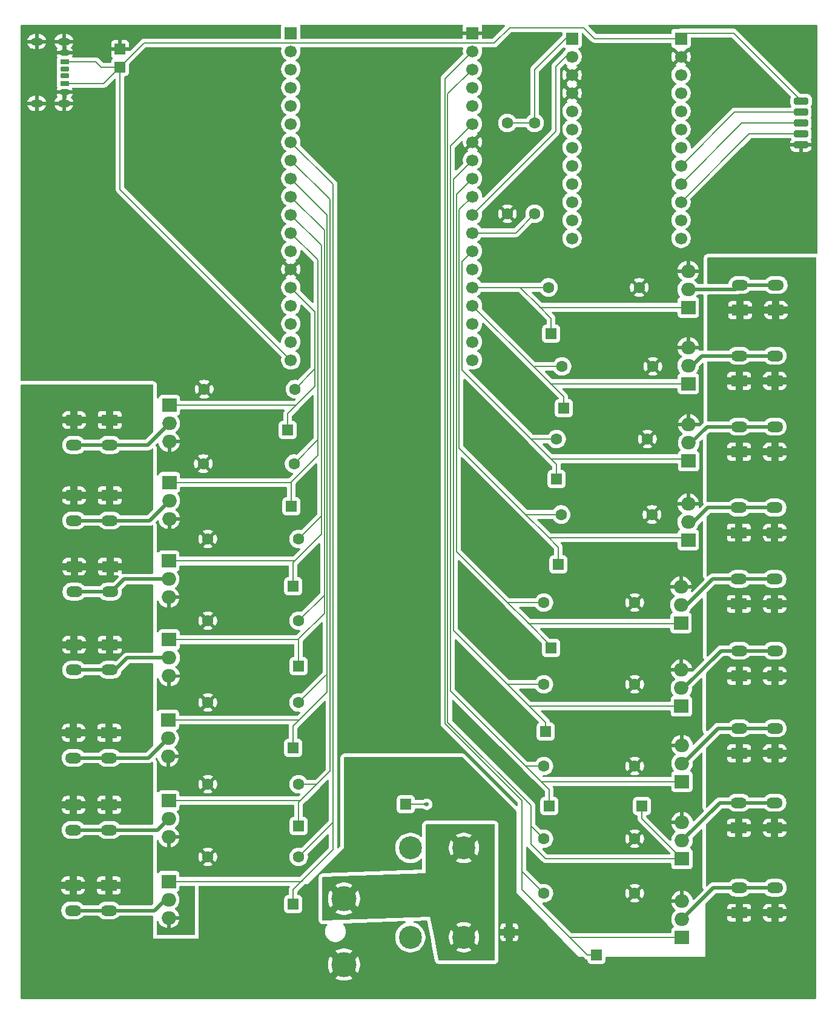
<source format=gbr>
%TF.GenerationSoftware,KiCad,Pcbnew,9.0.2*%
%TF.CreationDate,2025-06-09T13:52:28+08:00*%
%TF.ProjectId,WLED32Hub,574c4544-3332-4487-9562-2e6b69636164,rev?*%
%TF.SameCoordinates,Original*%
%TF.FileFunction,Copper,L1,Top*%
%TF.FilePolarity,Positive*%
%FSLAX46Y46*%
G04 Gerber Fmt 4.6, Leading zero omitted, Abs format (unit mm)*
G04 Created by KiCad (PCBNEW 9.0.2) date 2025-06-09 13:52:28*
%MOMM*%
%LPD*%
G01*
G04 APERTURE LIST*
G04 Aperture macros list*
%AMRoundRect*
0 Rectangle with rounded corners*
0 $1 Rounding radius*
0 $2 $3 $4 $5 $6 $7 $8 $9 X,Y pos of 4 corners*
0 Add a 4 corners polygon primitive as box body*
4,1,4,$2,$3,$4,$5,$6,$7,$8,$9,$2,$3,0*
0 Add four circle primitives for the rounded corners*
1,1,$1+$1,$2,$3*
1,1,$1+$1,$4,$5*
1,1,$1+$1,$6,$7*
1,1,$1+$1,$8,$9*
0 Add four rect primitives between the rounded corners*
20,1,$1+$1,$2,$3,$4,$5,0*
20,1,$1+$1,$4,$5,$6,$7,0*
20,1,$1+$1,$6,$7,$8,$9,0*
20,1,$1+$1,$8,$9,$2,$3,0*%
G04 Aperture macros list end*
%TA.AperFunction,ComponentPad*%
%ADD10R,1.700000X1.700000*%
%TD*%
%TA.AperFunction,ComponentPad*%
%ADD11C,1.700000*%
%TD*%
%TA.AperFunction,SMDPad,CuDef*%
%ADD12RoundRect,0.250000X-0.750000X0.250000X-0.750000X-0.250000X0.750000X-0.250000X0.750000X0.250000X0*%
%TD*%
%TA.AperFunction,SMDPad,CuDef*%
%ADD13R,1.500000X1.500000*%
%TD*%
%TA.AperFunction,ComponentPad*%
%ADD14R,2.000000X1.905000*%
%TD*%
%TA.AperFunction,ComponentPad*%
%ADD15O,2.000000X1.905000*%
%TD*%
%TA.AperFunction,ComponentPad*%
%ADD16R,2.300000X1.500000*%
%TD*%
%TA.AperFunction,ComponentPad*%
%ADD17RoundRect,0.250001X0.899999X-0.499999X0.899999X0.499999X-0.899999X0.499999X-0.899999X-0.499999X0*%
%TD*%
%TA.AperFunction,ComponentPad*%
%ADD18O,2.300000X1.500000*%
%TD*%
%TA.AperFunction,ComponentPad*%
%ADD19RoundRect,0.250001X-0.899999X0.499999X-0.899999X-0.499999X0.899999X-0.499999X0.899999X0.499999X0*%
%TD*%
%TA.AperFunction,ComponentPad*%
%ADD20C,1.600000*%
%TD*%
%TA.AperFunction,SMDPad,CuDef*%
%ADD21RoundRect,0.175000X-0.425000X0.175000X-0.425000X-0.175000X0.425000X-0.175000X0.425000X0.175000X0*%
%TD*%
%TA.AperFunction,SMDPad,CuDef*%
%ADD22RoundRect,0.190000X0.410000X-0.190000X0.410000X0.190000X-0.410000X0.190000X-0.410000X-0.190000X0*%
%TD*%
%TA.AperFunction,SMDPad,CuDef*%
%ADD23RoundRect,0.200000X0.400000X-0.200000X0.400000X0.200000X-0.400000X0.200000X-0.400000X-0.200000X0*%
%TD*%
%TA.AperFunction,SMDPad,CuDef*%
%ADD24RoundRect,0.175000X0.425000X-0.175000X0.425000X0.175000X-0.425000X0.175000X-0.425000X-0.175000X0*%
%TD*%
%TA.AperFunction,SMDPad,CuDef*%
%ADD25RoundRect,0.190000X-0.410000X0.190000X-0.410000X-0.190000X0.410000X-0.190000X0.410000X0.190000X0*%
%TD*%
%TA.AperFunction,SMDPad,CuDef*%
%ADD26RoundRect,0.200000X-0.400000X0.200000X-0.400000X-0.200000X0.400000X-0.200000X0.400000X0.200000X0*%
%TD*%
%TA.AperFunction,HeatsinkPad*%
%ADD27O,1.700000X1.100000*%
%TD*%
%TA.AperFunction,ComponentPad*%
%ADD28C,3.500000*%
%TD*%
%TA.AperFunction,ComponentPad*%
%ADD29C,3.216000*%
%TD*%
%TA.AperFunction,ViaPad*%
%ADD30C,0.600000*%
%TD*%
%TA.AperFunction,Conductor*%
%ADD31C,0.200000*%
%TD*%
%TA.AperFunction,Conductor*%
%ADD32C,0.508000*%
%TD*%
%TA.AperFunction,Conductor*%
%ADD33C,0.500000*%
%TD*%
G04 APERTURE END LIST*
D10*
%TO.P,U1,1,3V3*%
%TO.N,unconnected-(U1-3V3-Pad1)*%
X122100000Y-38480000D03*
D11*
%TO.P,U1,2,EN*%
%TO.N,unconnected-(U1-EN-Pad2)*%
X122100000Y-41020000D03*
%TO.P,U1,3,SVP*%
%TO.N,unconnected-(U1-SVP-Pad3)*%
X122100000Y-43560000D03*
%TO.P,U1,4,SVN*%
%TO.N,unconnected-(U1-SVN-Pad4)*%
X122100000Y-46100000D03*
%TO.P,U1,5,P34*%
%TO.N,unconnected-(U1-P34-Pad5)*%
X122100000Y-48640000D03*
%TO.P,U1,6,P35*%
%TO.N,unconnected-(U1-P35-Pad6)*%
X122100000Y-51180000D03*
%TO.P,U1,7,P32*%
%TO.N,LED15*%
X122100000Y-53720000D03*
%TO.P,U1,8,P33*%
%TO.N,LED16*%
X122100000Y-56260000D03*
%TO.P,U1,9,P25*%
%TO.N,LED12*%
X122100000Y-58800000D03*
%TO.P,U1,10,P26*%
%TO.N,LED13*%
X122100000Y-61340000D03*
%TO.P,U1,11,P27*%
%TO.N,LED14*%
X122100000Y-63880000D03*
%TO.P,U1,12,P14*%
%TO.N,LED5*%
X122100000Y-66420000D03*
%TO.P,U1,13,P12*%
%TO.N,unconnected-(U1-P12-Pad13)*%
X122100000Y-68960000D03*
%TO.P,U1,14,GND*%
%TO.N,GND*%
X122100000Y-71500000D03*
%TO.P,U1,15,P13*%
%TO.N,LED4*%
X122100000Y-74040000D03*
%TO.P,U1,16,SD2*%
%TO.N,unconnected-(U1-SD2-Pad16)*%
X122100000Y-76580000D03*
%TO.P,U1,17,SD3*%
%TO.N,unconnected-(U1-SD3-Pad17)*%
X122100000Y-79120000D03*
%TO.P,U1,18,CMD*%
%TO.N,unconnected-(U1-CMD-Pad18)*%
X122100000Y-81660000D03*
%TO.P,U1,19,5V*%
%TO.N,VCC*%
X122100000Y-84200000D03*
%TO.P,U1,20,CLK*%
%TO.N,unconnected-(U1-CLK-Pad20)*%
X147500000Y-84200000D03*
%TO.P,U1,21,SD0*%
%TO.N,unconnected-(U1-SD0-Pad21)*%
X147500000Y-81660000D03*
%TO.P,U1,22,SD1*%
%TO.N,unconnected-(U1-SD1-Pad22)*%
X147500000Y-79120000D03*
%TO.P,U1,23,P15*%
%TO.N,LED6*%
X147500000Y-76580000D03*
%TO.P,U1,24,P2*%
%TO.N,LED1*%
X147500000Y-74040000D03*
%TO.P,U1,25,P0*%
%TO.N,unconnected-(U1-P0-Pad25)*%
X147500000Y-71500000D03*
%TO.P,U1,26,P4*%
%TO.N,LED2*%
X147500000Y-68960000D03*
%TO.P,U1,27,P16*%
%TO.N,RXD*%
X147500000Y-66420000D03*
%TO.P,U1,28,P17*%
%TO.N,TXD*%
X147500000Y-63880000D03*
%TO.P,U1,29,P5*%
%TO.N,LED3*%
X147500000Y-61340000D03*
%TO.P,U1,30,P18*%
%TO.N,LED7*%
X147500000Y-58800000D03*
%TO.P,U1,31,P19*%
%TO.N,LED8*%
X147500000Y-56260000D03*
%TO.P,U1,32,GND*%
%TO.N,GND*%
X147500000Y-53720000D03*
%TO.P,U1,33,P21*%
%TO.N,LED9*%
X147500000Y-51180000D03*
%TO.P,U1,34,RXD*%
%TO.N,unconnected-(U1-RXD-Pad34)*%
X147500000Y-48640000D03*
%TO.P,U1,35,TXD*%
%TO.N,unconnected-(U1-TXD-Pad35)*%
X147500000Y-46100000D03*
%TO.P,U1,36,P22*%
%TO.N,LED10*%
X147500000Y-43560000D03*
%TO.P,U1,37,P23*%
%TO.N,LED11*%
X147500000Y-41020000D03*
D10*
%TO.P,U1,38,GND*%
%TO.N,GND*%
X147500000Y-38480000D03*
%TD*%
D12*
%TO.P,J19,1,Pin_1*%
%TO.N,VCC*%
X193461000Y-48006000D03*
%TO.P,J19,2,Pin_2*%
%TO.N,Net-(J19-Pin_2)*%
X193421000Y-49530000D03*
%TO.P,J19,3,Pin_3*%
%TO.N,Net-(J19-Pin_3)*%
X193421000Y-51054000D03*
%TO.P,J19,4,Pin_4*%
%TO.N,Net-(J19-Pin_4)*%
X193421000Y-52578000D03*
%TO.P,J19,5,Pin_5*%
%TO.N,GND*%
X193421000Y-54102000D03*
%TD*%
D13*
%TO.P,L16,1,1*%
%TO.N,LED16*%
X123190000Y-149352000D03*
%TD*%
%TO.P,L15,1,1*%
%TO.N,LED15*%
X122428000Y-160274000D03*
%TD*%
%TO.P,L14,1,1*%
%TO.N,LED14*%
X122428000Y-115824000D03*
%TD*%
%TO.P,L13,1,1*%
%TO.N,LED13*%
X123190000Y-127000000D03*
%TD*%
%TO.P,L12,1,1*%
%TO.N,LED12*%
X122428000Y-138430000D03*
%TD*%
%TO.P,L11,1,1*%
%TO.N,LED11*%
X164846000Y-167386000D03*
%TD*%
%TO.P,L10,1,1*%
%TO.N,LED10*%
X171196000Y-146558000D03*
%TD*%
%TO.P,L9,1,1*%
%TO.N,LED9*%
X158242000Y-146558000D03*
%TD*%
%TO.P,L8,1,1*%
%TO.N,LED8*%
X157734000Y-136144000D03*
%TD*%
%TO.P,L7,1,1*%
%TO.N,LED7*%
X158496000Y-124460000D03*
%TD*%
%TO.P,L6,1,1*%
%TO.N,LED6*%
X160274000Y-90932000D03*
%TD*%
%TO.P,L5,1,1*%
%TO.N,LED5*%
X122174000Y-104648000D03*
%TD*%
%TO.P,L4,1,1*%
%TO.N,LED4*%
X121666000Y-93980000D03*
%TD*%
%TO.P,L3,1,1*%
%TO.N,LED3*%
X159512000Y-112776000D03*
%TD*%
%TO.P,L2,1,1*%
%TO.N,LED2*%
X159258000Y-100838000D03*
%TD*%
%TO.P,L1,1,1*%
%TO.N,LED1*%
X158496000Y-80518000D03*
%TD*%
D14*
%TO.P,Q6,1,G*%
%TO.N,LED6*%
X177673000Y-87503000D03*
D15*
%TO.P,Q6,2,D*%
%TO.N,GLED6*%
X177673000Y-84963000D03*
%TO.P,Q6,3,S*%
%TO.N,GND*%
X177673000Y-82423000D03*
%TD*%
D16*
%TO.P,J3,1,Pin_1*%
%TO.N,VLED*%
X184912000Y-77216000D03*
D17*
X189912000Y-77216000D03*
D18*
%TO.P,J3,2,Pin_2*%
%TO.N,GLED1*%
X184912000Y-73716000D03*
X189912000Y-73716000D03*
%TD*%
D14*
%TO.P,Q9,1,G*%
%TO.N,LED9*%
X176784000Y-143129000D03*
D15*
%TO.P,Q9,2,D*%
%TO.N,GLED9*%
X176784000Y-140589000D03*
%TO.P,Q9,3,S*%
%TO.N,GND*%
X176784000Y-138049000D03*
%TD*%
D16*
%TO.P,J18,1,Pin_1*%
%TO.N,VLED*%
X96704500Y-146399000D03*
D19*
X91704500Y-146399000D03*
D18*
%TO.P,J18,2,Pin_2*%
%TO.N,GLED16*%
X96704500Y-149899000D03*
X91704500Y-149899000D03*
%TD*%
D20*
%TO.P,R5,1*%
%TO.N,LED3*%
X159893000Y-105791000D03*
%TO.P,R5,2*%
%TO.N,GND*%
X172593000Y-105791000D03*
%TD*%
D10*
%TO.P,U2,1,TXO*%
%TO.N,Net-(U2-TXO)*%
X161417000Y-39243000D03*
D11*
%TO.P,U2,2,RXI*%
%TO.N,TXD*%
X161417000Y-41783000D03*
%TO.P,U2,3,GND*%
%TO.N,GND*%
X161417000Y-44323000D03*
%TO.P,U2,4,GND*%
X161417000Y-46863000D03*
%TO.P,U2,5,D2*%
%TO.N,unconnected-(U2-D2-Pad5)*%
X161417000Y-49403000D03*
%TO.P,U2,6,D3*%
%TO.N,unconnected-(U2-D3-Pad6)*%
X161417000Y-51943000D03*
%TO.P,U2,7,D4*%
%TO.N,unconnected-(U2-D4-Pad7)*%
X161417000Y-54483000D03*
%TO.P,U2,8,D5*%
%TO.N,unconnected-(U2-D5-Pad8)*%
X161417000Y-57023000D03*
%TO.P,U2,9,D6*%
%TO.N,unconnected-(U2-D6-Pad9)*%
X161417000Y-59563000D03*
%TO.P,U2,10,D7*%
%TO.N,unconnected-(U2-D7-Pad10)*%
X161417000Y-62103000D03*
%TO.P,U2,11,D8*%
%TO.N,unconnected-(U2-D8-Pad11)*%
X161417000Y-64643000D03*
%TO.P,U2,12,D9*%
%TO.N,unconnected-(U2-D9-Pad12)*%
X161417000Y-67183000D03*
%TO.P,U2,13,D10*%
%TO.N,unconnected-(U2-D10-Pad13)*%
X176657000Y-67183000D03*
%TO.P,U2,14,D16*%
%TO.N,unconnected-(U2-D16-Pad14)*%
X176657000Y-64643000D03*
%TO.P,U2,15,D14*%
%TO.N,Net-(J19-Pin_4)*%
X176657000Y-62103000D03*
%TO.P,U2,16,D15*%
%TO.N,Net-(J19-Pin_3)*%
X176657000Y-59563000D03*
%TO.P,U2,17,A0*%
%TO.N,Net-(J19-Pin_2)*%
X176657000Y-57023000D03*
%TO.P,U2,18,A1*%
%TO.N,unconnected-(U2-A1-Pad18)*%
X176657000Y-54483000D03*
%TO.P,U2,19,A2*%
%TO.N,unconnected-(U2-A2-Pad19)*%
X176657000Y-51943000D03*
%TO.P,U2,20,A3*%
%TO.N,unconnected-(U2-A3-Pad20)*%
X176657000Y-49403000D03*
%TO.P,U2,21,VCC*%
%TO.N,unconnected-(U2-VCC-Pad21)*%
X176657000Y-46863000D03*
%TO.P,U2,22,RST*%
%TO.N,unconnected-(U2-RST-Pad22)*%
X176657000Y-44323000D03*
%TO.P,U2,23,GND*%
%TO.N,GND*%
X176657000Y-41783000D03*
D10*
%TO.P,U2,24,RAW*%
%TO.N,VCC*%
X176657000Y-39243000D03*
%TD*%
D20*
%TO.P,R14,1*%
%TO.N,LED12*%
X123190000Y-132080000D03*
%TO.P,R14,2*%
%TO.N,GND*%
X110490000Y-132080000D03*
%TD*%
D16*
%TO.P,J15,1,Pin_1*%
%TO.N,VLED*%
X96774000Y-124008000D03*
D19*
X91774000Y-124008000D03*
D18*
%TO.P,J15,2,Pin_2*%
%TO.N,GLED13*%
X96774000Y-127508000D03*
X91774000Y-127508000D03*
%TD*%
D14*
%TO.P,Q13,1,G*%
%TO.N,LED13*%
X105076000Y-123308000D03*
D15*
%TO.P,Q13,2,D*%
%TO.N,GLED13*%
X105076000Y-125848000D03*
%TO.P,Q13,3,S*%
%TO.N,GND*%
X105076000Y-128388000D03*
%TD*%
D14*
%TO.P,Q5,1,G*%
%TO.N,LED5*%
X105109000Y-101308000D03*
D15*
%TO.P,Q5,2,D*%
%TO.N,GLED5*%
X105109000Y-103848000D03*
%TO.P,Q5,3,S*%
%TO.N,GND*%
X105109000Y-106388000D03*
%TD*%
D13*
%TO.P,TP1,1,1*%
%TO.N,VCC*%
X98220000Y-43226000D03*
%TD*%
D14*
%TO.P,Q3,1,G*%
%TO.N,LED3*%
X177673000Y-109376000D03*
D15*
%TO.P,Q3,2,D*%
%TO.N,GLED3*%
X177673000Y-106836000D03*
%TO.P,Q3,3,S*%
%TO.N,GND*%
X177673000Y-104296000D03*
%TD*%
D16*
%TO.P,J6,1,Pin_1*%
%TO.N,VLED*%
X96774000Y-92583000D03*
D19*
X91774000Y-92583000D03*
D18*
%TO.P,J6,2,Pin_2*%
%TO.N,GLED4*%
X96774000Y-96083000D03*
X91774000Y-96083000D03*
%TD*%
D16*
%TO.P,J9,1,Pin_1*%
%TO.N,VLED*%
X184738000Y-118308000D03*
D17*
X189738000Y-118308000D03*
D18*
%TO.P,J9,2,Pin_2*%
%TO.N,GLED7*%
X184738000Y-114808000D03*
X189738000Y-114808000D03*
%TD*%
D20*
%TO.P,R6,1*%
%TO.N,LED4*%
X122682000Y-88265000D03*
%TO.P,R6,2*%
%TO.N,GND*%
X109982000Y-88265000D03*
%TD*%
D16*
%TO.P,J17,1,Pin_1*%
%TO.N,VLED*%
X96647000Y-157663000D03*
D19*
X91647000Y-157663000D03*
D18*
%TO.P,J17,2,Pin_2*%
%TO.N,GLED15*%
X96647000Y-161163000D03*
X91647000Y-161163000D03*
%TD*%
D16*
%TO.P,J16,1,Pin_1*%
%TO.N,VLED*%
X96821000Y-113086000D03*
D19*
X91821000Y-113086000D03*
D18*
%TO.P,J16,2,Pin_2*%
%TO.N,GLED14*%
X96821000Y-116586000D03*
X91821000Y-116586000D03*
%TD*%
D20*
%TO.P,R10,1*%
%TO.N,LED8*%
X157480000Y-129540000D03*
%TO.P,R10,2*%
%TO.N,GND*%
X170180000Y-129540000D03*
%TD*%
%TO.P,R11,1*%
%TO.N,LED9*%
X157480000Y-140970000D03*
%TO.P,R11,2*%
%TO.N,GND*%
X170180000Y-140970000D03*
%TD*%
D21*
%TO.P,J1,A5,CC1*%
%TO.N,unconnected-(J1-CC1-PadA5)*%
X90456000Y-43486000D03*
D22*
%TO.P,J1,A9,VBUS*%
%TO.N,VCC*%
X90456000Y-45506000D03*
D23*
%TO.P,J1,A12,GND*%
%TO.N,GND*%
X90456000Y-46736000D03*
D24*
%TO.P,J1,B5,CC2*%
%TO.N,unconnected-(J1-CC2-PadB5)*%
X90456000Y-44486000D03*
D25*
%TO.P,J1,B9,VBUS*%
%TO.N,VCC*%
X90456000Y-42466000D03*
D26*
%TO.P,J1,B12,GND*%
%TO.N,GND*%
X90456000Y-41236000D03*
D27*
%TO.P,J1,S1,SHIELD*%
X90376000Y-39666000D03*
X86576000Y-39666000D03*
X90376000Y-48306000D03*
X86576000Y-48306000D03*
%TD*%
D14*
%TO.P,Q1,1,G*%
%TO.N,LED1*%
X177673000Y-76835000D03*
D15*
%TO.P,Q1,2,D*%
%TO.N,GLED1*%
X177673000Y-74295000D03*
%TO.P,Q1,3,S*%
%TO.N,GND*%
X177673000Y-71755000D03*
%TD*%
D16*
%TO.P,J11,1,Pin_1*%
%TO.N,VLED*%
X184785000Y-139192000D03*
D17*
X189785000Y-139192000D03*
D18*
%TO.P,J11,2,Pin_2*%
%TO.N,GLED9*%
X184785000Y-135692000D03*
X189785000Y-135692000D03*
%TD*%
D20*
%TO.P,R8,1*%
%TO.N,LED6*%
X160020000Y-85090000D03*
%TO.P,R8,2*%
%TO.N,GND*%
X172720000Y-85090000D03*
%TD*%
D14*
%TO.P,Q15,1,G*%
%TO.N,LED15*%
X105029000Y-157099000D03*
D15*
%TO.P,Q15,2,D*%
%TO.N,GLED15*%
X105029000Y-159639000D03*
%TO.P,Q15,3,S*%
%TO.N,GND*%
X105029000Y-162179000D03*
%TD*%
D28*
%TO.P,F1,1*%
%TO.N,Net-(J2-Pin_1)*%
X129540000Y-159512000D03*
%TO.P,F1,2*%
%TO.N,VLED*%
X129540000Y-168712000D03*
%TD*%
D16*
%TO.P,J5,1,Pin_1*%
%TO.N,VLED*%
X184738000Y-108331000D03*
D17*
X189738000Y-108331000D03*
D18*
%TO.P,J5,2,Pin_2*%
%TO.N,GLED3*%
X184738000Y-104831000D03*
X189738000Y-104831000D03*
%TD*%
D14*
%TO.P,Q14,1,G*%
%TO.N,LED14*%
X105018500Y-112300000D03*
D15*
%TO.P,Q14,2,D*%
%TO.N,GLED14*%
X105018500Y-114840000D03*
%TO.P,Q14,3,S*%
%TO.N,GND*%
X105018500Y-117380000D03*
%TD*%
D20*
%TO.P,R7,1*%
%TO.N,LED5*%
X122555000Y-98679000D03*
%TO.P,R7,2*%
%TO.N,GND*%
X109855000Y-98679000D03*
%TD*%
%TO.P,R15,1*%
%TO.N,LED16*%
X123190000Y-143510000D03*
%TO.P,R15,2*%
%TO.N,GND*%
X110490000Y-143510000D03*
%TD*%
D14*
%TO.P,Q16,1,G*%
%TO.N,LED16*%
X105029000Y-145796000D03*
D15*
%TO.P,Q16,2,D*%
%TO.N,GLED16*%
X105029000Y-148336000D03*
%TO.P,Q16,3,S*%
%TO.N,GND*%
X105029000Y-150876000D03*
%TD*%
D16*
%TO.P,J7,1,Pin_1*%
%TO.N,VLED*%
X96774000Y-103133000D03*
D19*
X91774000Y-103133000D03*
D18*
%TO.P,J7,2,Pin_2*%
%TO.N,GLED5*%
X96774000Y-106633000D03*
X91774000Y-106633000D03*
%TD*%
D14*
%TO.P,Q10,1,G*%
%TO.N,LED10*%
X176784000Y-153924000D03*
D15*
%TO.P,Q10,2,D*%
%TO.N,GLED10*%
X176784000Y-151384000D03*
%TO.P,Q10,3,S*%
%TO.N,GND*%
X176784000Y-148844000D03*
%TD*%
D16*
%TO.P,J8,1,Pin_1*%
%TO.N,VLED*%
X184785000Y-87122000D03*
D17*
X189785000Y-87122000D03*
D18*
%TO.P,J8,2,Pin_2*%
%TO.N,GLED6*%
X184785000Y-83622000D03*
X189785000Y-83622000D03*
%TD*%
D20*
%TO.P,R12,1*%
%TO.N,LED10*%
X157480000Y-151130000D03*
%TO.P,R12,2*%
%TO.N,GND*%
X170180000Y-151130000D03*
%TD*%
D29*
%TO.P,J2,1,Pin_1*%
%TO.N,Net-(J2-Pin_1)*%
X146304000Y-152410000D03*
X146304000Y-164910000D03*
%TO.P,J2,2,Pin_2*%
%TO.N,GND*%
X138804000Y-152410000D03*
X138804000Y-164910000D03*
%TD*%
D14*
%TO.P,Q8,1,G*%
%TO.N,LED8*%
X176704000Y-132588000D03*
D15*
%TO.P,Q8,2,D*%
%TO.N,GLED8*%
X176704000Y-130048000D03*
%TO.P,Q8,3,S*%
%TO.N,GND*%
X176704000Y-127508000D03*
%TD*%
D16*
%TO.P,J12,1,Pin_1*%
%TO.N,VLED*%
X184738000Y-149606000D03*
D17*
X189738000Y-149606000D03*
D18*
%TO.P,J12,2,Pin_2*%
%TO.N,GLED10*%
X184738000Y-146106000D03*
X189738000Y-146106000D03*
%TD*%
D16*
%TO.P,J4,1,Pin_1*%
%TO.N,VLED*%
X184785000Y-97019000D03*
D17*
X189785000Y-97019000D03*
D18*
%TO.P,J4,2,Pin_2*%
%TO.N,GLED2*%
X184785000Y-93519000D03*
X189785000Y-93519000D03*
%TD*%
D14*
%TO.P,Q7,1,G*%
%TO.N,LED7*%
X176657000Y-120975000D03*
D15*
%TO.P,Q7,2,D*%
%TO.N,GLED7*%
X176657000Y-118435000D03*
%TO.P,Q7,3,S*%
%TO.N,GND*%
X176657000Y-115895000D03*
%TD*%
D14*
%TO.P,Q12,1,G*%
%TO.N,LED12*%
X104949000Y-134522000D03*
D15*
%TO.P,Q12,2,D*%
%TO.N,GLED12*%
X104949000Y-137062000D03*
%TO.P,Q12,3,S*%
%TO.N,GND*%
X104949000Y-139602000D03*
%TD*%
D20*
%TO.P,R9,1*%
%TO.N,LED7*%
X157480000Y-118110000D03*
%TO.P,R9,2*%
%TO.N,GND*%
X170180000Y-118110000D03*
%TD*%
D14*
%TO.P,Q11,1,G*%
%TO.N,LED11*%
X176784000Y-164935000D03*
D15*
%TO.P,Q11,2,D*%
%TO.N,GLED11*%
X176784000Y-162395000D03*
%TO.P,Q11,3,S*%
%TO.N,GND*%
X176784000Y-159855000D03*
%TD*%
D20*
%TO.P,R13,1*%
%TO.N,LED11*%
X157480000Y-158750000D03*
%TO.P,R13,2*%
%TO.N,GND*%
X170180000Y-158750000D03*
%TD*%
D16*
%TO.P,J14,1,Pin_1*%
%TO.N,VLED*%
X96694000Y-136327000D03*
D19*
X91694000Y-136327000D03*
D18*
%TO.P,J14,2,Pin_2*%
%TO.N,GLED12*%
X96694000Y-139827000D03*
X91694000Y-139827000D03*
%TD*%
D20*
%TO.P,R18,1*%
%TO.N,LED15*%
X123190000Y-153670000D03*
%TO.P,R18,2*%
%TO.N,GND*%
X110490000Y-153670000D03*
%TD*%
%TO.P,R1,1*%
%TO.N,RXD*%
X156193000Y-63754000D03*
%TO.P,R1,2*%
%TO.N,Net-(U2-TXO)*%
X156193000Y-51054000D03*
%TD*%
D16*
%TO.P,J10,1,Pin_1*%
%TO.N,VLED*%
X184785000Y-128341000D03*
D17*
X189785000Y-128341000D03*
D18*
%TO.P,J10,2,Pin_2*%
%TO.N,GLED8*%
X184785000Y-124841000D03*
X189785000Y-124841000D03*
%TD*%
D13*
%TO.P,VLED,1,1*%
%TO.N,VLED*%
X152654000Y-164211000D03*
%TD*%
D20*
%TO.P,R2,1*%
%TO.N,GND*%
X152383000Y-63754000D03*
%TO.P,R2,2*%
%TO.N,Net-(U2-TXO)*%
X152383000Y-51054000D03*
%TD*%
%TO.P,R4,1*%
%TO.N,LED2*%
X159258000Y-95250000D03*
%TO.P,R4,2*%
%TO.N,GND*%
X171958000Y-95250000D03*
%TD*%
%TO.P,R3,1*%
%TO.N,LED1*%
X158115000Y-74041000D03*
%TO.P,R3,2*%
%TO.N,GND*%
X170815000Y-74041000D03*
%TD*%
D16*
%TO.P,J13,1,Pin_1*%
%TO.N,VLED*%
X184785000Y-161488000D03*
D17*
X189785000Y-161488000D03*
D18*
%TO.P,J13,2,Pin_2*%
%TO.N,GLED11*%
X184785000Y-157988000D03*
X189785000Y-157988000D03*
%TD*%
D20*
%TO.P,R16,1*%
%TO.N,LED13*%
X123190000Y-120650000D03*
%TO.P,R16,2*%
%TO.N,GND*%
X110490000Y-120650000D03*
%TD*%
D13*
%TO.P,TP2,1,1*%
%TO.N,GND*%
X98220000Y-40726000D03*
%TD*%
%TO.P,GND,1,1*%
%TO.N,GND*%
X138176000Y-146304000D03*
%TD*%
D14*
%TO.P,Q4,1,G*%
%TO.N,LED4*%
X105109000Y-90513000D03*
D15*
%TO.P,Q4,2,D*%
%TO.N,GLED4*%
X105109000Y-93053000D03*
%TO.P,Q4,3,S*%
%TO.N,GND*%
X105109000Y-95593000D03*
%TD*%
D20*
%TO.P,R17,1*%
%TO.N,LED14*%
X123190000Y-109220000D03*
%TO.P,R17,2*%
%TO.N,GND*%
X110490000Y-109220000D03*
%TD*%
D14*
%TO.P,Q2,1,G*%
%TO.N,LED2*%
X177720000Y-98309000D03*
D15*
%TO.P,Q2,2,D*%
%TO.N,GLED2*%
X177720000Y-95769000D03*
%TO.P,Q2,3,S*%
%TO.N,GND*%
X177720000Y-93229000D03*
%TD*%
D30*
%TO.N,GND*%
X149860000Y-38100000D03*
X167640000Y-38100000D03*
X116840000Y-93980000D03*
X111760000Y-93980000D03*
X116840000Y-104140000D03*
X111760000Y-104140000D03*
X116840000Y-116840000D03*
X111760000Y-116840000D03*
X119380000Y-149860000D03*
X111760000Y-149860000D03*
X119380000Y-139700000D03*
X111760000Y-139700000D03*
X119380000Y-127000000D03*
X111760000Y-127000000D03*
X167640000Y-162560000D03*
X165100000Y-157480000D03*
X165100000Y-147320000D03*
X162560000Y-149860000D03*
X170180000Y-137160000D03*
X162560000Y-137160000D03*
X170180000Y-124460000D03*
X162560000Y-127000000D03*
X172720000Y-114300000D03*
X162560000Y-114300000D03*
X170180000Y-101600000D03*
X162560000Y-101600000D03*
X170180000Y-91440000D03*
X165100000Y-91440000D03*
X165100000Y-82550000D03*
X171450000Y-81280000D03*
X133350000Y-133350000D03*
X114300000Y-50800000D03*
X165100000Y-63500000D03*
X133350000Y-82550000D03*
X114300000Y-88900000D03*
X139700000Y-69850000D03*
X95250000Y-50800000D03*
X88900000Y-63500000D03*
X139700000Y-44450000D03*
X95250000Y-57150000D03*
X133350000Y-120650000D03*
X139700000Y-57150000D03*
X114300000Y-44450000D03*
X139700000Y-38608000D03*
X139700000Y-82550000D03*
X171450000Y-69850000D03*
X184150000Y-44450000D03*
X101600000Y-76200000D03*
X88900000Y-69850000D03*
X133350000Y-50800000D03*
X101600000Y-57150000D03*
X133350000Y-95250000D03*
X107950000Y-82550000D03*
X152400000Y-44450000D03*
X158750000Y-57150000D03*
X165100000Y-44450000D03*
X114300000Y-69850000D03*
X152400000Y-57150000D03*
X107950000Y-63500000D03*
X184150000Y-57150000D03*
X95250000Y-69850000D03*
X133350000Y-63500000D03*
X171450000Y-57150000D03*
X101600000Y-69850000D03*
X190500000Y-57150000D03*
X95250000Y-76200000D03*
X171450000Y-50800000D03*
X107696000Y-160528000D03*
X133350000Y-114300000D03*
X190500000Y-63500000D03*
X171450000Y-44450000D03*
X107188000Y-163576000D03*
X184150000Y-63500000D03*
X139700000Y-114300000D03*
X88900000Y-57150000D03*
X139700000Y-88900000D03*
X101600000Y-44450000D03*
X101600000Y-82550000D03*
X133096000Y-38608000D03*
X139700000Y-76200000D03*
X139700000Y-101600000D03*
X107950000Y-76200000D03*
X88900000Y-76200000D03*
X95250000Y-63500000D03*
X165100000Y-57150000D03*
X139700000Y-95250000D03*
X133350000Y-127000000D03*
X114300000Y-57150000D03*
X139700000Y-50800000D03*
X133350000Y-69850000D03*
X114300000Y-82550000D03*
X133350000Y-76200000D03*
X139700000Y-127000000D03*
X133350000Y-107950000D03*
X133350000Y-44450000D03*
X88900000Y-82550000D03*
X139700000Y-63500000D03*
X107950000Y-57150000D03*
X165100000Y-69850000D03*
X158750000Y-69850000D03*
X95250000Y-82550000D03*
X127000000Y-50800000D03*
X139700000Y-120650000D03*
X171450000Y-63500000D03*
X101600000Y-50800000D03*
X127000000Y-38608000D03*
X141097000Y-146304000D03*
X152400000Y-69850000D03*
X165100000Y-50800000D03*
X107950000Y-44450000D03*
X88900000Y-50800000D03*
X127000000Y-44450000D03*
X139700000Y-133350000D03*
X114300000Y-63500000D03*
X107950000Y-50800000D03*
X133350000Y-101600000D03*
X193040000Y-40640000D03*
X133350000Y-88900000D03*
X133350000Y-57150000D03*
X139700000Y-107950000D03*
%TD*%
D31*
%TO.N,VCC*%
X150538000Y-39869000D02*
X101577000Y-39869000D01*
X163068000Y-37719000D02*
X152688000Y-37719000D01*
X152688000Y-37719000D02*
X150538000Y-39869000D01*
X164592000Y-39243000D02*
X163068000Y-37719000D01*
X176657000Y-39243000D02*
X164592000Y-39243000D01*
X101577000Y-39869000D02*
X98220000Y-43226000D01*
%TO.N,Net-(J19-Pin_4)*%
X186182000Y-52578000D02*
X193421000Y-52578000D01*
X176657000Y-62103000D02*
X186182000Y-52578000D01*
%TO.N,Net-(J19-Pin_3)*%
X185166000Y-51054000D02*
X193421000Y-51054000D01*
X176657000Y-59563000D02*
X185166000Y-51054000D01*
%TO.N,Net-(J19-Pin_2)*%
X184150000Y-49530000D02*
X193421000Y-49530000D01*
X176657000Y-57023000D02*
X184150000Y-49530000D01*
D32*
%TO.N,GLED12*%
X96694000Y-139827000D02*
X91694000Y-139827000D01*
D31*
%TO.N,LED4*%
X121666000Y-91694000D02*
X122986800Y-90373200D01*
X122986800Y-90373200D02*
X122847000Y-90513000D01*
X121666000Y-93980000D02*
X121666000Y-91694000D01*
%TO.N,LED5*%
X122174000Y-101219000D02*
X122897900Y-100495100D01*
X122174000Y-104648000D02*
X122174000Y-101219000D01*
X122897900Y-100495100D02*
X125897000Y-97496000D01*
%TO.N,LED14*%
X122428000Y-112522000D02*
X122783600Y-112166400D01*
X122428000Y-115824000D02*
X122428000Y-112522000D01*
X122783600Y-112166400D02*
X126385000Y-108565000D01*
%TO.N,LED13*%
X123190000Y-123190000D02*
X123240800Y-123139200D01*
X123240800Y-123139200D02*
X126786000Y-119594000D01*
X123190000Y-127000000D02*
X123190000Y-123190000D01*
%TO.N,LED12*%
X122428000Y-135382000D02*
X123288000Y-134522000D01*
X122428000Y-138430000D02*
X122428000Y-135382000D01*
%TO.N,LED16*%
X123190000Y-146050000D02*
X123774200Y-145465800D01*
X123190000Y-149352000D02*
X123190000Y-146050000D01*
X123444000Y-145796000D02*
X123774200Y-145465800D01*
%TO.N,LED15*%
X122428000Y-158242000D02*
X124002800Y-156667200D01*
X124002800Y-156667200D02*
X127989000Y-152681000D01*
X122428000Y-160274000D02*
X122428000Y-158242000D01*
%TO.N,LED11*%
X163576000Y-167386000D02*
X161010600Y-164820600D01*
X164846000Y-167386000D02*
X163576000Y-167386000D01*
X161010600Y-164820600D02*
X154432000Y-158242000D01*
%TO.N,LED10*%
X171196000Y-148336000D02*
X176784000Y-153924000D01*
X171196000Y-146558000D02*
X171196000Y-148336000D01*
%TO.N,LED9*%
X158242000Y-144272000D02*
X156387800Y-142417800D01*
X158242000Y-146558000D02*
X158242000Y-144272000D01*
X156387800Y-142417800D02*
X151765000Y-137795000D01*
%TO.N,LED8*%
X157734000Y-134874000D02*
X154736800Y-131876800D01*
X154736800Y-131876800D02*
X151765000Y-128905000D01*
X157734000Y-136144000D02*
X157734000Y-134874000D01*
%TO.N,LED7*%
X158496000Y-124206000D02*
X155143200Y-120853200D01*
X158496000Y-124460000D02*
X158496000Y-124206000D01*
X155143200Y-120853200D02*
X152400000Y-118110000D01*
%TO.N,LED3*%
X159512000Y-110363000D02*
X157848300Y-108699300D01*
X159512000Y-112776000D02*
X159512000Y-110363000D01*
X157848300Y-108699300D02*
X154876500Y-105727500D01*
%TO.N,LED2*%
X159258000Y-100838000D02*
X159258000Y-98806000D01*
X158165800Y-97713800D02*
X155702000Y-95250000D01*
X159258000Y-98806000D02*
X158165800Y-97713800D01*
%TO.N,LED1*%
X158496000Y-78359000D02*
X156679900Y-76542900D01*
X158496000Y-80518000D02*
X158496000Y-78359000D01*
X156972000Y-76835000D02*
X156679900Y-76542900D01*
%TO.N,LED6*%
X160274000Y-90932000D02*
X160274000Y-89354000D01*
X156110000Y-85190000D02*
X158319800Y-87399800D01*
X160274000Y-89354000D02*
X158319800Y-87399800D01*
%TO.N,GND*%
X138176000Y-146304000D02*
X141097000Y-146304000D01*
X97710000Y-41236000D02*
X98220000Y-40726000D01*
%TO.N,VCC*%
X98220000Y-60320000D02*
X122100000Y-84200000D01*
X90456000Y-45506000D02*
X95940000Y-45506000D01*
X98220000Y-43226000D02*
X98220000Y-60320000D01*
X90456000Y-42466000D02*
X94790000Y-42466000D01*
X184023000Y-38481000D02*
X193421000Y-47879000D01*
X94790000Y-42466000D02*
X95550000Y-43226000D01*
X95550000Y-43226000D02*
X98220000Y-43226000D01*
X95940000Y-45506000D02*
X98220000Y-43226000D01*
X176530000Y-38481000D02*
X184023000Y-38481000D01*
D33*
%TO.N,GLED1*%
X177673000Y-74295000D02*
X184333000Y-74295000D01*
X184333000Y-74295000D02*
X184912000Y-73716000D01*
X184912000Y-73716000D02*
X189912000Y-73716000D01*
D32*
%TO.N,GLED2*%
X178043000Y-95769000D02*
X180293000Y-93519000D01*
X184785000Y-93519000D02*
X189785000Y-93519000D01*
X177720000Y-95769000D02*
X178043000Y-95769000D01*
X180293000Y-93519000D02*
X184785000Y-93519000D01*
%TO.N,GLED3*%
X178406000Y-106836000D02*
X180411000Y-104831000D01*
X177673000Y-106836000D02*
X178406000Y-106836000D01*
X184738000Y-104831000D02*
X189738000Y-104831000D01*
X180411000Y-104831000D02*
X184738000Y-104831000D01*
%TO.N,GLED4*%
X91774000Y-96083000D02*
X96774000Y-96083000D01*
X96774000Y-96083000D02*
X102079000Y-96083000D01*
X102079000Y-96083000D02*
X105109000Y-93053000D01*
%TO.N,GLED5*%
X102324000Y-106633000D02*
X105109000Y-103848000D01*
X91774000Y-106633000D02*
X96774000Y-106633000D01*
X96774000Y-106633000D02*
X102324000Y-106633000D01*
%TO.N,GLED6*%
X177673000Y-84963000D02*
X178181000Y-84963000D01*
X178181000Y-84963000D02*
X179522000Y-83622000D01*
X179522000Y-83622000D02*
X184785000Y-83622000D01*
X184785000Y-83622000D02*
X189785000Y-83622000D01*
%TO.N,GLED7*%
X181102000Y-114808000D02*
X184738000Y-114808000D01*
X176657000Y-118435000D02*
X177475000Y-118435000D01*
X177475000Y-118435000D02*
X181102000Y-114808000D01*
X184738000Y-114808000D02*
X189738000Y-114808000D01*
%TO.N,GLED8*%
X176704000Y-130048000D02*
X177038000Y-130048000D01*
X182245000Y-124841000D02*
X184785000Y-124841000D01*
X177038000Y-130048000D02*
X182245000Y-124841000D01*
X184785000Y-124841000D02*
X189785000Y-124841000D01*
%TO.N,GLED9*%
X181808000Y-135692000D02*
X184785000Y-135692000D01*
X184785000Y-135692000D02*
X189785000Y-135692000D01*
X176784000Y-140589000D02*
X176911000Y-140589000D01*
X176911000Y-140589000D02*
X181808000Y-135692000D01*
%TO.N,GLED10*%
X182062000Y-146106000D02*
X184738000Y-146106000D01*
X176784000Y-151384000D02*
X182062000Y-146106000D01*
X184738000Y-146106000D02*
X189738000Y-146106000D01*
%TO.N,GLED11*%
X176784000Y-162395000D02*
X181191000Y-157988000D01*
X181191000Y-157988000D02*
X184785000Y-157988000D01*
X184785000Y-157988000D02*
X189785000Y-157988000D01*
%TO.N,GLED12*%
X96694000Y-139827000D02*
X102184000Y-139827000D01*
X102184000Y-139827000D02*
X104949000Y-137062000D01*
%TO.N,GLED13*%
X91774000Y-127508000D02*
X96774000Y-127508000D01*
X96774000Y-127508000D02*
X97536000Y-127508000D01*
X97536000Y-127508000D02*
X99196000Y-125848000D01*
X99196000Y-125848000D02*
X105076000Y-125848000D01*
%TO.N,GLED14*%
X98774000Y-114840000D02*
X105018500Y-114840000D01*
X91821000Y-116586000D02*
X96821000Y-116586000D01*
X97028000Y-116586000D02*
X98774000Y-114840000D01*
X96821000Y-116586000D02*
X97028000Y-116586000D01*
%TO.N,GLED15*%
X104521000Y-159639000D02*
X102997000Y-161163000D01*
X102997000Y-161163000D02*
X96647000Y-161163000D01*
X105029000Y-159639000D02*
X104521000Y-159639000D01*
X91647000Y-161163000D02*
X96647000Y-161163000D01*
%TO.N,GLED16*%
X96704500Y-149899000D02*
X103466000Y-149899000D01*
X103466000Y-149899000D02*
X105029000Y-148336000D01*
X91704500Y-149899000D02*
X96704500Y-149899000D01*
D31*
%TO.N,LED1*%
X153797000Y-74040000D02*
X147500000Y-74040000D01*
X147755000Y-74295000D02*
X147500000Y-74040000D01*
X154177000Y-74040000D02*
X153797000Y-74040000D01*
X157989000Y-74040000D02*
X158115000Y-73914000D01*
X153797000Y-74040000D02*
X157989000Y-74040000D01*
X177673000Y-76835000D02*
X156972000Y-76835000D01*
X156679900Y-76542900D02*
X154177000Y-74040000D01*
%TO.N,LED2*%
X146043000Y-85591000D02*
X146043000Y-70417000D01*
X155702000Y-95250000D02*
X146043000Y-85591000D01*
X159258000Y-97999000D02*
X158451000Y-97999000D01*
X146043000Y-70417000D02*
X147500000Y-68960000D01*
X159258000Y-95250000D02*
X155702000Y-95250000D01*
X158451000Y-97999000D02*
X158165800Y-97713800D01*
X160401000Y-97999000D02*
X159258000Y-97999000D01*
X176704000Y-97999000D02*
X160401000Y-97999000D01*
%TO.N,LED3*%
X160020000Y-109066000D02*
X158215000Y-109066000D01*
X145642000Y-96493000D02*
X145642000Y-63198000D01*
X154876500Y-105727500D02*
X145642000Y-96493000D01*
X159893000Y-105791000D02*
X154940000Y-105791000D01*
X158215000Y-109066000D02*
X157848300Y-108699300D01*
X176657000Y-109066000D02*
X160020000Y-109066000D01*
X154940000Y-105791000D02*
X154876500Y-105727500D01*
X145642000Y-63198000D02*
X147500000Y-61340000D01*
%TO.N,LED4*%
X125496000Y-84455000D02*
X125496000Y-87864000D01*
X122100000Y-74040000D02*
X125496000Y-77436000D01*
X122682000Y-88265000D02*
X125496000Y-85451000D01*
X125496000Y-87864000D02*
X122986800Y-90373200D01*
X122847000Y-90513000D02*
X122428000Y-90513000D01*
X125496000Y-77436000D02*
X125496000Y-84455000D01*
X122428000Y-90513000D02*
X105109000Y-90513000D01*
X125496000Y-85451000D02*
X125496000Y-84455000D01*
%TO.N,LED5*%
X125897000Y-94869000D02*
X125897000Y-70217000D01*
X122085000Y-101308000D02*
X122897900Y-100495100D01*
X122555000Y-98679000D02*
X125897000Y-95337000D01*
X125897000Y-95337000D02*
X125897000Y-94869000D01*
X125897000Y-70217000D02*
X122100000Y-66420000D01*
X125897000Y-97496000D02*
X125897000Y-94869000D01*
X105109000Y-101308000D02*
X122085000Y-101308000D01*
%TO.N,LED6*%
X160020000Y-85090000D02*
X156210000Y-85090000D01*
X156210000Y-85090000D02*
X156110000Y-85190000D01*
X147500000Y-76580000D02*
X156110000Y-85190000D01*
X158319800Y-87399800D02*
X158423000Y-87503000D01*
X158423000Y-87503000D02*
X177673000Y-87503000D01*
%TO.N,LED7*%
X157480000Y-118110000D02*
X152400000Y-118110000D01*
X155321000Y-121031000D02*
X155143200Y-120853200D01*
X176601000Y-121031000D02*
X155321000Y-121031000D01*
X176657000Y-120975000D02*
X176601000Y-121031000D01*
X152400000Y-118110000D02*
X145241000Y-110951000D01*
X145241000Y-61059000D02*
X147500000Y-58800000D01*
X145241000Y-110951000D02*
X145241000Y-61059000D01*
%TO.N,LED8*%
X176704000Y-132588000D02*
X155448000Y-132588000D01*
X151765000Y-128905000D02*
X144840000Y-121980000D01*
X144840000Y-58920000D02*
X147500000Y-56260000D01*
X152400000Y-129540000D02*
X151765000Y-128905000D01*
X144840000Y-121980000D02*
X144840000Y-58920000D01*
X155448000Y-132588000D02*
X154736800Y-131876800D01*
X157480000Y-129540000D02*
X152400000Y-129540000D01*
%TO.N,LED9*%
X176784000Y-143129000D02*
X157099000Y-143129000D01*
X151765000Y-137795000D02*
X144439000Y-130469000D01*
X157480000Y-140970000D02*
X154940000Y-140970000D01*
X144439000Y-54241000D02*
X147500000Y-51180000D01*
X144439000Y-130469000D02*
X144439000Y-54241000D01*
X157099000Y-143129000D02*
X156387800Y-142417800D01*
X154940000Y-140970000D02*
X151765000Y-137795000D01*
%TO.N,LED10*%
X144038000Y-134834900D02*
X155702000Y-146498900D01*
X155702000Y-149352000D02*
X155702000Y-151892000D01*
X144038000Y-47022000D02*
X144038000Y-134834900D01*
X157734000Y-153924000D02*
X176784000Y-153924000D01*
X155702000Y-146498900D02*
X155702000Y-149352000D01*
X147500000Y-43560000D02*
X144038000Y-47022000D01*
X155702000Y-151892000D02*
X157734000Y-153924000D01*
X157480000Y-151130000D02*
X155702000Y-149352000D01*
%TO.N,LED11*%
X154432000Y-145796000D02*
X143637000Y-135001000D01*
X161125000Y-164935000D02*
X161010600Y-164820600D01*
X157480000Y-158750000D02*
X154432000Y-155702000D01*
X143637000Y-135001000D02*
X143637000Y-44883000D01*
X143637000Y-44883000D02*
X147500000Y-41020000D01*
X154432000Y-158242000D02*
X154432000Y-145796000D01*
X176784000Y-164935000D02*
X161125000Y-164935000D01*
%TO.N,LED12*%
X127187000Y-130623000D02*
X127187000Y-128270000D01*
X123190000Y-132080000D02*
X127000000Y-128270000D01*
X127000000Y-128270000D02*
X127187000Y-128270000D01*
X123288000Y-134522000D02*
X127187000Y-130623000D01*
X127187000Y-128270000D02*
X127187000Y-63887000D01*
X104949000Y-134522000D02*
X123288000Y-134522000D01*
X127187000Y-63887000D02*
X122100000Y-58800000D01*
%TO.N,LED16*%
X127588000Y-61748000D02*
X122100000Y-56260000D01*
X127588000Y-138430000D02*
X127588000Y-61748000D01*
X127588000Y-141652000D02*
X127588000Y-138430000D01*
X127588000Y-139112000D02*
X127588000Y-138430000D01*
X123774200Y-145465800D02*
X125730000Y-143510000D01*
X123190000Y-143510000D02*
X125730000Y-143510000D01*
X105029000Y-145796000D02*
X123444000Y-145796000D01*
X125730000Y-143510000D02*
X127588000Y-141652000D01*
%TO.N,LED13*%
X123190000Y-120650000D02*
X126786000Y-117054000D01*
X123072000Y-123308000D02*
X123240800Y-123139200D01*
X126786000Y-66026000D02*
X122100000Y-61340000D01*
X105076000Y-123308000D02*
X123072000Y-123308000D01*
X126786000Y-119594000D02*
X126786000Y-116840000D01*
X126786000Y-116840000D02*
X126786000Y-66026000D01*
X126786000Y-117054000D02*
X126786000Y-116840000D01*
%TO.N,LED14*%
X123190000Y-109220000D02*
X126385000Y-106025000D01*
X126385000Y-105410000D02*
X126385000Y-68165000D01*
X105018500Y-112300000D02*
X122650000Y-112300000D01*
X126385000Y-68165000D02*
X122100000Y-63880000D01*
X122650000Y-112300000D02*
X122783600Y-112166400D01*
X126385000Y-106025000D02*
X126385000Y-105410000D01*
X126385000Y-108565000D02*
X126385000Y-105410000D01*
%TO.N,LED15*%
X105029000Y-157099000D02*
X123571000Y-157099000D01*
X127989000Y-152681000D02*
X127989000Y-148590000D01*
X127989000Y-148871000D02*
X127989000Y-148590000D01*
X127989000Y-59609000D02*
X122100000Y-53720000D01*
X123190000Y-153670000D02*
X127989000Y-148871000D01*
X123571000Y-157099000D02*
X124002800Y-156667200D01*
X127989000Y-148590000D02*
X127989000Y-59609000D01*
%TO.N,Net-(U2-TXO)*%
X156193000Y-51054000D02*
X152383000Y-51054000D01*
X156193000Y-51054000D02*
X156193000Y-43578000D01*
X156193000Y-43578000D02*
X161290000Y-38481000D01*
%TO.N,RXD*%
X147500000Y-66420000D02*
X153527000Y-66420000D01*
X153527000Y-66420000D02*
X156193000Y-63754000D01*
%TO.N,TXD*%
X159131000Y-43180000D02*
X161290000Y-41021000D01*
X159131000Y-52249000D02*
X159131000Y-43180000D01*
X147500000Y-63880000D02*
X159131000Y-52249000D01*
%TO.N,unconnected-(U1-TXD-Pad35)*%
X147500000Y-46100000D02*
X147575000Y-46100000D01*
%TD*%
%TA.AperFunction,Conductor*%
%TO.N,VLED*%
G36*
X195523039Y-69869685D02*
G01*
X195568794Y-69922489D01*
X195580000Y-69974000D01*
X195580000Y-173398500D01*
X195560315Y-173465539D01*
X195507511Y-173511294D01*
X195456000Y-173522500D01*
X84444500Y-173522500D01*
X84377461Y-173502815D01*
X84331706Y-173450011D01*
X84320500Y-173398500D01*
X84320500Y-168564533D01*
X127290000Y-168564533D01*
X127290000Y-168859466D01*
X127290001Y-168859483D01*
X127328496Y-169151884D01*
X127328499Y-169151897D01*
X127404835Y-169436790D01*
X127404838Y-169436800D01*
X127517704Y-169709281D01*
X127517709Y-169709292D01*
X127634066Y-169910826D01*
X128572253Y-168972639D01*
X128578429Y-169003689D01*
X128653811Y-169185678D01*
X128763249Y-169349463D01*
X128902537Y-169488751D01*
X129066322Y-169598189D01*
X129248311Y-169673571D01*
X129279358Y-169679746D01*
X128341172Y-170617932D01*
X128341172Y-170617933D01*
X128542707Y-170734290D01*
X128542718Y-170734295D01*
X128815199Y-170847161D01*
X128815209Y-170847164D01*
X129100102Y-170923500D01*
X129100115Y-170923503D01*
X129392516Y-170961998D01*
X129392534Y-170962000D01*
X129687466Y-170962000D01*
X129687483Y-170961998D01*
X129979884Y-170923503D01*
X129979897Y-170923500D01*
X130264790Y-170847164D01*
X130264800Y-170847161D01*
X130537281Y-170734295D01*
X130537292Y-170734290D01*
X130738826Y-170617933D01*
X130738826Y-170617932D01*
X129800641Y-169679746D01*
X129831689Y-169673571D01*
X130013678Y-169598189D01*
X130177463Y-169488751D01*
X130316751Y-169349463D01*
X130426189Y-169185678D01*
X130501571Y-169003689D01*
X130507746Y-168972640D01*
X131445932Y-169910826D01*
X131445933Y-169910826D01*
X131562290Y-169709292D01*
X131562295Y-169709281D01*
X131675161Y-169436800D01*
X131675164Y-169436790D01*
X131751500Y-169151897D01*
X131751503Y-169151884D01*
X131789998Y-168859483D01*
X131790000Y-168859466D01*
X131790000Y-168564533D01*
X131789998Y-168564516D01*
X131751503Y-168272115D01*
X131751500Y-168272102D01*
X131675164Y-167987209D01*
X131675161Y-167987199D01*
X131562295Y-167714718D01*
X131562290Y-167714707D01*
X131445932Y-167513172D01*
X130507746Y-168451358D01*
X130501571Y-168420311D01*
X130426189Y-168238322D01*
X130316751Y-168074537D01*
X130177463Y-167935249D01*
X130013678Y-167825811D01*
X129831689Y-167750429D01*
X129800640Y-167744253D01*
X130738826Y-166806066D01*
X130738826Y-166806065D01*
X130537292Y-166689709D01*
X130537281Y-166689704D01*
X130264800Y-166576838D01*
X130264790Y-166576835D01*
X129979897Y-166500499D01*
X129979884Y-166500496D01*
X129687483Y-166462001D01*
X129687466Y-166462000D01*
X129392534Y-166462000D01*
X129392516Y-166462001D01*
X129100115Y-166500496D01*
X129100102Y-166500499D01*
X128815209Y-166576835D01*
X128815199Y-166576838D01*
X128542721Y-166689702D01*
X128542712Y-166689707D01*
X128341173Y-166806066D01*
X129279360Y-167744253D01*
X129248311Y-167750429D01*
X129066322Y-167825811D01*
X128902537Y-167935249D01*
X128763249Y-168074537D01*
X128653811Y-168238322D01*
X128578429Y-168420311D01*
X128572253Y-168451359D01*
X127634067Y-167513173D01*
X127634066Y-167513173D01*
X127517707Y-167714712D01*
X127517702Y-167714721D01*
X127404838Y-167987199D01*
X127404835Y-167987209D01*
X127328499Y-168272102D01*
X127328496Y-168272115D01*
X127290001Y-168564516D01*
X127290000Y-168564533D01*
X84320500Y-168564533D01*
X84320500Y-158212985D01*
X89997000Y-158212985D01*
X90007493Y-158315689D01*
X90007494Y-158315696D01*
X90062641Y-158482118D01*
X90062643Y-158482123D01*
X90154684Y-158631344D01*
X90278655Y-158755315D01*
X90427876Y-158847356D01*
X90427881Y-158847358D01*
X90594303Y-158902505D01*
X90594310Y-158902506D01*
X90697014Y-158912999D01*
X90697027Y-158913000D01*
X91147000Y-158913000D01*
X92147000Y-158913000D01*
X92596973Y-158913000D01*
X92596985Y-158912999D01*
X92699689Y-158902506D01*
X92699696Y-158902505D01*
X92866118Y-158847358D01*
X92866123Y-158847356D01*
X93015344Y-158755315D01*
X93139315Y-158631344D01*
X93231356Y-158482123D01*
X93231358Y-158482118D01*
X93238408Y-158460844D01*
X94997000Y-158460844D01*
X95003401Y-158520372D01*
X95003403Y-158520379D01*
X95053645Y-158655086D01*
X95053649Y-158655093D01*
X95139809Y-158770187D01*
X95139812Y-158770190D01*
X95254906Y-158856350D01*
X95254913Y-158856354D01*
X95389620Y-158906596D01*
X95389627Y-158906598D01*
X95449155Y-158912999D01*
X95449172Y-158913000D01*
X96147000Y-158913000D01*
X97147000Y-158913000D01*
X97844828Y-158913000D01*
X97844844Y-158912999D01*
X97904372Y-158906598D01*
X97904379Y-158906596D01*
X98039086Y-158856354D01*
X98039093Y-158856350D01*
X98154187Y-158770190D01*
X98154190Y-158770187D01*
X98240350Y-158655093D01*
X98240354Y-158655086D01*
X98290596Y-158520379D01*
X98290598Y-158520372D01*
X98296999Y-158460844D01*
X98297000Y-158460827D01*
X98297000Y-158163000D01*
X97147000Y-158163000D01*
X97147000Y-158913000D01*
X96147000Y-158913000D01*
X96147000Y-158163000D01*
X94997000Y-158163000D01*
X94997000Y-158460844D01*
X93238408Y-158460844D01*
X93286505Y-158315696D01*
X93286506Y-158315689D01*
X93296999Y-158212985D01*
X93297000Y-158212972D01*
X93297000Y-158163000D01*
X92147000Y-158163000D01*
X92147000Y-158913000D01*
X91147000Y-158913000D01*
X91147000Y-158163000D01*
X89997000Y-158163000D01*
X89997000Y-158212985D01*
X84320500Y-158212985D01*
X84320500Y-157584009D01*
X91047000Y-157584009D01*
X91047000Y-157741991D01*
X91087889Y-157894591D01*
X91166881Y-158031408D01*
X91278592Y-158143119D01*
X91415409Y-158222111D01*
X91568009Y-158263000D01*
X91725991Y-158263000D01*
X91878591Y-158222111D01*
X92015408Y-158143119D01*
X92127119Y-158031408D01*
X92206111Y-157894591D01*
X92247000Y-157741991D01*
X92247000Y-157584009D01*
X96047000Y-157584009D01*
X96047000Y-157741991D01*
X96087889Y-157894591D01*
X96166881Y-158031408D01*
X96278592Y-158143119D01*
X96415409Y-158222111D01*
X96568009Y-158263000D01*
X96725991Y-158263000D01*
X96878591Y-158222111D01*
X97015408Y-158143119D01*
X97127119Y-158031408D01*
X97206111Y-157894591D01*
X97247000Y-157741991D01*
X97247000Y-157584009D01*
X97206111Y-157431409D01*
X97127119Y-157294592D01*
X97015408Y-157182881D01*
X96980973Y-157163000D01*
X97147000Y-157163000D01*
X98297000Y-157163000D01*
X98297000Y-156865172D01*
X98296999Y-156865155D01*
X98290598Y-156805627D01*
X98290596Y-156805620D01*
X98240354Y-156670913D01*
X98240350Y-156670906D01*
X98154190Y-156555812D01*
X98154187Y-156555809D01*
X98039093Y-156469649D01*
X98039086Y-156469645D01*
X97904379Y-156419403D01*
X97904372Y-156419401D01*
X97844844Y-156413000D01*
X97147000Y-156413000D01*
X97147000Y-157163000D01*
X96980973Y-157163000D01*
X96878591Y-157103889D01*
X96725991Y-157063000D01*
X96568009Y-157063000D01*
X96415409Y-157103889D01*
X96278592Y-157182881D01*
X96166881Y-157294592D01*
X96087889Y-157431409D01*
X96047000Y-157584009D01*
X92247000Y-157584009D01*
X92206111Y-157431409D01*
X92127119Y-157294592D01*
X92015408Y-157182881D01*
X91980973Y-157163000D01*
X92147000Y-157163000D01*
X93297000Y-157163000D01*
X93297000Y-157113027D01*
X93296999Y-157113014D01*
X93286506Y-157010310D01*
X93286505Y-157010303D01*
X93250237Y-156900855D01*
X93250236Y-156900853D01*
X93238407Y-156865155D01*
X94997000Y-156865155D01*
X94997000Y-157163000D01*
X96147000Y-157163000D01*
X96147000Y-156413000D01*
X95449155Y-156413000D01*
X95389627Y-156419401D01*
X95389620Y-156419403D01*
X95254913Y-156469645D01*
X95254906Y-156469649D01*
X95139812Y-156555809D01*
X95139809Y-156555812D01*
X95053649Y-156670906D01*
X95053645Y-156670913D01*
X95003403Y-156805620D01*
X95003401Y-156805627D01*
X94997000Y-156865155D01*
X93238407Y-156865155D01*
X93231359Y-156843883D01*
X93231356Y-156843876D01*
X93139315Y-156694655D01*
X93015344Y-156570684D01*
X92866123Y-156478643D01*
X92866118Y-156478641D01*
X92699696Y-156423494D01*
X92699689Y-156423493D01*
X92596985Y-156413000D01*
X92147000Y-156413000D01*
X92147000Y-157163000D01*
X91980973Y-157163000D01*
X91878591Y-157103889D01*
X91725991Y-157063000D01*
X91568009Y-157063000D01*
X91415409Y-157103889D01*
X91278592Y-157182881D01*
X91166881Y-157294592D01*
X91087889Y-157431409D01*
X91047000Y-157584009D01*
X84320500Y-157584009D01*
X84320500Y-157113014D01*
X89997000Y-157113014D01*
X89997000Y-157163000D01*
X91147000Y-157163000D01*
X91147000Y-156413000D01*
X90697014Y-156413000D01*
X90594310Y-156423493D01*
X90594303Y-156423494D01*
X90427881Y-156478641D01*
X90427876Y-156478643D01*
X90278655Y-156570684D01*
X90154684Y-156694655D01*
X90062643Y-156843876D01*
X90062641Y-156843881D01*
X90007494Y-157010303D01*
X90007493Y-157010310D01*
X89997000Y-157113014D01*
X84320500Y-157113014D01*
X84320500Y-146948985D01*
X90054500Y-146948985D01*
X90064993Y-147051689D01*
X90064994Y-147051696D01*
X90120141Y-147218118D01*
X90120143Y-147218123D01*
X90212184Y-147367344D01*
X90336155Y-147491315D01*
X90485376Y-147583356D01*
X90485381Y-147583358D01*
X90651803Y-147638505D01*
X90651810Y-147638506D01*
X90754514Y-147648999D01*
X90754527Y-147649000D01*
X91204500Y-147649000D01*
X92204500Y-147649000D01*
X92654473Y-147649000D01*
X92654485Y-147648999D01*
X92757189Y-147638506D01*
X92757196Y-147638505D01*
X92923618Y-147583358D01*
X92923623Y-147583356D01*
X93072844Y-147491315D01*
X93196815Y-147367344D01*
X93288856Y-147218123D01*
X93288858Y-147218118D01*
X93295908Y-147196844D01*
X95054500Y-147196844D01*
X95060901Y-147256372D01*
X95060903Y-147256379D01*
X95111145Y-147391086D01*
X95111149Y-147391093D01*
X95197309Y-147506187D01*
X95197312Y-147506190D01*
X95312406Y-147592350D01*
X95312413Y-147592354D01*
X95447120Y-147642596D01*
X95447127Y-147642598D01*
X95506655Y-147648999D01*
X95506672Y-147649000D01*
X96204500Y-147649000D01*
X97204500Y-147649000D01*
X97902328Y-147649000D01*
X97902344Y-147648999D01*
X97961872Y-147642598D01*
X97961879Y-147642596D01*
X98096586Y-147592354D01*
X98096593Y-147592350D01*
X98211687Y-147506190D01*
X98211690Y-147506187D01*
X98297850Y-147391093D01*
X98297854Y-147391086D01*
X98348096Y-147256379D01*
X98348098Y-147256372D01*
X98354499Y-147196844D01*
X98354500Y-147196827D01*
X98354500Y-146899000D01*
X97204500Y-146899000D01*
X97204500Y-147649000D01*
X96204500Y-147649000D01*
X96204500Y-146899000D01*
X95054500Y-146899000D01*
X95054500Y-147196844D01*
X93295908Y-147196844D01*
X93344005Y-147051696D01*
X93344006Y-147051689D01*
X93354499Y-146948985D01*
X93354500Y-146948972D01*
X93354500Y-146899000D01*
X92204500Y-146899000D01*
X92204500Y-147649000D01*
X91204500Y-147649000D01*
X91204500Y-146899000D01*
X90054500Y-146899000D01*
X90054500Y-146948985D01*
X84320500Y-146948985D01*
X84320500Y-146320009D01*
X91104500Y-146320009D01*
X91104500Y-146477991D01*
X91145389Y-146630591D01*
X91224381Y-146767408D01*
X91336092Y-146879119D01*
X91472909Y-146958111D01*
X91625509Y-146999000D01*
X91783491Y-146999000D01*
X91936091Y-146958111D01*
X92072908Y-146879119D01*
X92184619Y-146767408D01*
X92263611Y-146630591D01*
X92304500Y-146477991D01*
X92304500Y-146320009D01*
X96104500Y-146320009D01*
X96104500Y-146477991D01*
X96145389Y-146630591D01*
X96224381Y-146767408D01*
X96336092Y-146879119D01*
X96472909Y-146958111D01*
X96625509Y-146999000D01*
X96783491Y-146999000D01*
X96936091Y-146958111D01*
X97072908Y-146879119D01*
X97184619Y-146767408D01*
X97263611Y-146630591D01*
X97304500Y-146477991D01*
X97304500Y-146320009D01*
X97263611Y-146167409D01*
X97184619Y-146030592D01*
X97072908Y-145918881D01*
X97038473Y-145899000D01*
X97204500Y-145899000D01*
X98354500Y-145899000D01*
X98354500Y-145601172D01*
X98354499Y-145601155D01*
X98348098Y-145541627D01*
X98348096Y-145541620D01*
X98297854Y-145406913D01*
X98297850Y-145406906D01*
X98211690Y-145291812D01*
X98211687Y-145291809D01*
X98096593Y-145205649D01*
X98096586Y-145205645D01*
X97961879Y-145155403D01*
X97961872Y-145155401D01*
X97902344Y-145149000D01*
X97204500Y-145149000D01*
X97204500Y-145899000D01*
X97038473Y-145899000D01*
X96936091Y-145839889D01*
X96783491Y-145799000D01*
X96625509Y-145799000D01*
X96472909Y-145839889D01*
X96336092Y-145918881D01*
X96224381Y-146030592D01*
X96145389Y-146167409D01*
X96104500Y-146320009D01*
X92304500Y-146320009D01*
X92263611Y-146167409D01*
X92184619Y-146030592D01*
X92072908Y-145918881D01*
X92038473Y-145899000D01*
X92204500Y-145899000D01*
X93354500Y-145899000D01*
X93354500Y-145849027D01*
X93354499Y-145849014D01*
X93344006Y-145746310D01*
X93344005Y-145746303D01*
X93307737Y-145636855D01*
X93307736Y-145636853D01*
X93295907Y-145601155D01*
X95054500Y-145601155D01*
X95054500Y-145899000D01*
X96204500Y-145899000D01*
X96204500Y-145149000D01*
X95506655Y-145149000D01*
X95447127Y-145155401D01*
X95447120Y-145155403D01*
X95312413Y-145205645D01*
X95312406Y-145205649D01*
X95197312Y-145291809D01*
X95197309Y-145291812D01*
X95111149Y-145406906D01*
X95111145Y-145406913D01*
X95060903Y-145541620D01*
X95060901Y-145541627D01*
X95054500Y-145601155D01*
X93295907Y-145601155D01*
X93288859Y-145579883D01*
X93288856Y-145579876D01*
X93196815Y-145430655D01*
X93072844Y-145306684D01*
X92923623Y-145214643D01*
X92923618Y-145214641D01*
X92757196Y-145159494D01*
X92757189Y-145159493D01*
X92654485Y-145149000D01*
X92204500Y-145149000D01*
X92204500Y-145899000D01*
X92038473Y-145899000D01*
X91936091Y-145839889D01*
X91783491Y-145799000D01*
X91625509Y-145799000D01*
X91472909Y-145839889D01*
X91336092Y-145918881D01*
X91224381Y-146030592D01*
X91145389Y-146167409D01*
X91104500Y-146320009D01*
X84320500Y-146320009D01*
X84320500Y-145849014D01*
X90054500Y-145849014D01*
X90054500Y-145899000D01*
X91204500Y-145899000D01*
X91204500Y-145149000D01*
X90754514Y-145149000D01*
X90651810Y-145159493D01*
X90651803Y-145159494D01*
X90485381Y-145214641D01*
X90485376Y-145214643D01*
X90336155Y-145306684D01*
X90212184Y-145430655D01*
X90120143Y-145579876D01*
X90120141Y-145579881D01*
X90064994Y-145746303D01*
X90064993Y-145746310D01*
X90054500Y-145849014D01*
X84320500Y-145849014D01*
X84320500Y-136876985D01*
X90044000Y-136876985D01*
X90054493Y-136979689D01*
X90054494Y-136979696D01*
X90109641Y-137146118D01*
X90109643Y-137146123D01*
X90201684Y-137295344D01*
X90325655Y-137419315D01*
X90474876Y-137511356D01*
X90474881Y-137511358D01*
X90641303Y-137566505D01*
X90641310Y-137566506D01*
X90744014Y-137576999D01*
X90744027Y-137577000D01*
X91194000Y-137577000D01*
X92194000Y-137577000D01*
X92643973Y-137577000D01*
X92643985Y-137576999D01*
X92746689Y-137566506D01*
X92746696Y-137566505D01*
X92913118Y-137511358D01*
X92913123Y-137511356D01*
X93062344Y-137419315D01*
X93186315Y-137295344D01*
X93278356Y-137146123D01*
X93278358Y-137146118D01*
X93285408Y-137124844D01*
X95044000Y-137124844D01*
X95050401Y-137184372D01*
X95050403Y-137184379D01*
X95100645Y-137319086D01*
X95100649Y-137319093D01*
X95186809Y-137434187D01*
X95186812Y-137434190D01*
X95301906Y-137520350D01*
X95301913Y-137520354D01*
X95436620Y-137570596D01*
X95436627Y-137570598D01*
X95496155Y-137576999D01*
X95496172Y-137577000D01*
X96194000Y-137577000D01*
X97194000Y-137577000D01*
X97891828Y-137577000D01*
X97891844Y-137576999D01*
X97951372Y-137570598D01*
X97951379Y-137570596D01*
X98086086Y-137520354D01*
X98086093Y-137520350D01*
X98201187Y-137434190D01*
X98201190Y-137434187D01*
X98287350Y-137319093D01*
X98287354Y-137319086D01*
X98337596Y-137184379D01*
X98337598Y-137184372D01*
X98343999Y-137124844D01*
X98344000Y-137124827D01*
X98344000Y-136827000D01*
X97194000Y-136827000D01*
X97194000Y-137577000D01*
X96194000Y-137577000D01*
X96194000Y-136827000D01*
X95044000Y-136827000D01*
X95044000Y-137124844D01*
X93285408Y-137124844D01*
X93333505Y-136979696D01*
X93333506Y-136979689D01*
X93343999Y-136876985D01*
X93344000Y-136876972D01*
X93344000Y-136827000D01*
X92194000Y-136827000D01*
X92194000Y-137577000D01*
X91194000Y-137577000D01*
X91194000Y-136827000D01*
X90044000Y-136827000D01*
X90044000Y-136876985D01*
X84320500Y-136876985D01*
X84320500Y-136248009D01*
X91094000Y-136248009D01*
X91094000Y-136405991D01*
X91134889Y-136558591D01*
X91213881Y-136695408D01*
X91325592Y-136807119D01*
X91462409Y-136886111D01*
X91615009Y-136927000D01*
X91772991Y-136927000D01*
X91925591Y-136886111D01*
X92062408Y-136807119D01*
X92174119Y-136695408D01*
X92253111Y-136558591D01*
X92294000Y-136405991D01*
X92294000Y-136248009D01*
X96094000Y-136248009D01*
X96094000Y-136405991D01*
X96134889Y-136558591D01*
X96213881Y-136695408D01*
X96325592Y-136807119D01*
X96462409Y-136886111D01*
X96615009Y-136927000D01*
X96772991Y-136927000D01*
X96925591Y-136886111D01*
X97062408Y-136807119D01*
X97174119Y-136695408D01*
X97253111Y-136558591D01*
X97294000Y-136405991D01*
X97294000Y-136248009D01*
X97253111Y-136095409D01*
X97174119Y-135958592D01*
X97062408Y-135846881D01*
X97027973Y-135827000D01*
X97194000Y-135827000D01*
X98344000Y-135827000D01*
X98344000Y-135529172D01*
X98343999Y-135529155D01*
X98337598Y-135469627D01*
X98337596Y-135469620D01*
X98287354Y-135334913D01*
X98287350Y-135334906D01*
X98201190Y-135219812D01*
X98201187Y-135219809D01*
X98086093Y-135133649D01*
X98086086Y-135133645D01*
X97951379Y-135083403D01*
X97951372Y-135083401D01*
X97891844Y-135077000D01*
X97194000Y-135077000D01*
X97194000Y-135827000D01*
X97027973Y-135827000D01*
X96925591Y-135767889D01*
X96772991Y-135727000D01*
X96615009Y-135727000D01*
X96462409Y-135767889D01*
X96325592Y-135846881D01*
X96213881Y-135958592D01*
X96134889Y-136095409D01*
X96094000Y-136248009D01*
X92294000Y-136248009D01*
X92253111Y-136095409D01*
X92174119Y-135958592D01*
X92062408Y-135846881D01*
X92027973Y-135827000D01*
X92194000Y-135827000D01*
X93344000Y-135827000D01*
X93344000Y-135777027D01*
X93343999Y-135777014D01*
X93333506Y-135674310D01*
X93333505Y-135674303D01*
X93297237Y-135564855D01*
X93297236Y-135564853D01*
X93285407Y-135529155D01*
X95044000Y-135529155D01*
X95044000Y-135827000D01*
X96194000Y-135827000D01*
X96194000Y-135077000D01*
X95496155Y-135077000D01*
X95436627Y-135083401D01*
X95436620Y-135083403D01*
X95301913Y-135133645D01*
X95301906Y-135133649D01*
X95186812Y-135219809D01*
X95186809Y-135219812D01*
X95100649Y-135334906D01*
X95100645Y-135334913D01*
X95050403Y-135469620D01*
X95050401Y-135469627D01*
X95044000Y-135529155D01*
X93285407Y-135529155D01*
X93278359Y-135507883D01*
X93278356Y-135507876D01*
X93186315Y-135358655D01*
X93062344Y-135234684D01*
X92913123Y-135142643D01*
X92913118Y-135142641D01*
X92746696Y-135087494D01*
X92746689Y-135087493D01*
X92643985Y-135077000D01*
X92194000Y-135077000D01*
X92194000Y-135827000D01*
X92027973Y-135827000D01*
X91925591Y-135767889D01*
X91772991Y-135727000D01*
X91615009Y-135727000D01*
X91462409Y-135767889D01*
X91325592Y-135846881D01*
X91213881Y-135958592D01*
X91134889Y-136095409D01*
X91094000Y-136248009D01*
X84320500Y-136248009D01*
X84320500Y-135777014D01*
X90044000Y-135777014D01*
X90044000Y-135827000D01*
X91194000Y-135827000D01*
X91194000Y-135077000D01*
X90744014Y-135077000D01*
X90641310Y-135087493D01*
X90641303Y-135087494D01*
X90474881Y-135142641D01*
X90474876Y-135142643D01*
X90325655Y-135234684D01*
X90201684Y-135358655D01*
X90109643Y-135507876D01*
X90109641Y-135507881D01*
X90054494Y-135674303D01*
X90054493Y-135674310D01*
X90044000Y-135777014D01*
X84320500Y-135777014D01*
X84320500Y-124557985D01*
X90124000Y-124557985D01*
X90134493Y-124660689D01*
X90134494Y-124660696D01*
X90189641Y-124827118D01*
X90189643Y-124827123D01*
X90281684Y-124976344D01*
X90405655Y-125100315D01*
X90554876Y-125192356D01*
X90554881Y-125192358D01*
X90721303Y-125247505D01*
X90721310Y-125247506D01*
X90824014Y-125257999D01*
X90824027Y-125258000D01*
X91274000Y-125258000D01*
X92274000Y-125258000D01*
X92723973Y-125258000D01*
X92723985Y-125257999D01*
X92826689Y-125247506D01*
X92826696Y-125247505D01*
X92993118Y-125192358D01*
X92993123Y-125192356D01*
X93142344Y-125100315D01*
X93266315Y-124976344D01*
X93358356Y-124827123D01*
X93358358Y-124827118D01*
X93365408Y-124805844D01*
X95124000Y-124805844D01*
X95130401Y-124865372D01*
X95130403Y-124865379D01*
X95180645Y-125000086D01*
X95180649Y-125000093D01*
X95266809Y-125115187D01*
X95266812Y-125115190D01*
X95381906Y-125201350D01*
X95381913Y-125201354D01*
X95516620Y-125251596D01*
X95516627Y-125251598D01*
X95576155Y-125257999D01*
X95576172Y-125258000D01*
X96274000Y-125258000D01*
X97274000Y-125258000D01*
X97971828Y-125258000D01*
X97971844Y-125257999D01*
X98031372Y-125251598D01*
X98031379Y-125251596D01*
X98166086Y-125201354D01*
X98166093Y-125201350D01*
X98281187Y-125115190D01*
X98281190Y-125115187D01*
X98367350Y-125000093D01*
X98367354Y-125000086D01*
X98417596Y-124865379D01*
X98417598Y-124865372D01*
X98423999Y-124805844D01*
X98424000Y-124805827D01*
X98424000Y-124508000D01*
X97274000Y-124508000D01*
X97274000Y-125258000D01*
X96274000Y-125258000D01*
X96274000Y-124508000D01*
X95124000Y-124508000D01*
X95124000Y-124805844D01*
X93365408Y-124805844D01*
X93413505Y-124660696D01*
X93413506Y-124660689D01*
X93423999Y-124557985D01*
X93424000Y-124557972D01*
X93424000Y-124508000D01*
X92274000Y-124508000D01*
X92274000Y-125258000D01*
X91274000Y-125258000D01*
X91274000Y-124508000D01*
X90124000Y-124508000D01*
X90124000Y-124557985D01*
X84320500Y-124557985D01*
X84320500Y-123929009D01*
X91174000Y-123929009D01*
X91174000Y-124086991D01*
X91214889Y-124239591D01*
X91293881Y-124376408D01*
X91405592Y-124488119D01*
X91542409Y-124567111D01*
X91695009Y-124608000D01*
X91852991Y-124608000D01*
X92005591Y-124567111D01*
X92142408Y-124488119D01*
X92254119Y-124376408D01*
X92333111Y-124239591D01*
X92374000Y-124086991D01*
X92374000Y-123929009D01*
X96174000Y-123929009D01*
X96174000Y-124086991D01*
X96214889Y-124239591D01*
X96293881Y-124376408D01*
X96405592Y-124488119D01*
X96542409Y-124567111D01*
X96695009Y-124608000D01*
X96852991Y-124608000D01*
X97005591Y-124567111D01*
X97142408Y-124488119D01*
X97254119Y-124376408D01*
X97333111Y-124239591D01*
X97374000Y-124086991D01*
X97374000Y-123929009D01*
X97333111Y-123776409D01*
X97254119Y-123639592D01*
X97142408Y-123527881D01*
X97107973Y-123508000D01*
X97274000Y-123508000D01*
X98424000Y-123508000D01*
X98424000Y-123210172D01*
X98423999Y-123210155D01*
X98417598Y-123150627D01*
X98417596Y-123150620D01*
X98367354Y-123015913D01*
X98367350Y-123015906D01*
X98281190Y-122900812D01*
X98281187Y-122900809D01*
X98166093Y-122814649D01*
X98166086Y-122814645D01*
X98031379Y-122764403D01*
X98031372Y-122764401D01*
X97971844Y-122758000D01*
X97274000Y-122758000D01*
X97274000Y-123508000D01*
X97107973Y-123508000D01*
X97005591Y-123448889D01*
X96852991Y-123408000D01*
X96695009Y-123408000D01*
X96542409Y-123448889D01*
X96405592Y-123527881D01*
X96293881Y-123639592D01*
X96214889Y-123776409D01*
X96174000Y-123929009D01*
X92374000Y-123929009D01*
X92333111Y-123776409D01*
X92254119Y-123639592D01*
X92142408Y-123527881D01*
X92107973Y-123508000D01*
X92274000Y-123508000D01*
X93424000Y-123508000D01*
X93424000Y-123458027D01*
X93423999Y-123458014D01*
X93413506Y-123355310D01*
X93413505Y-123355303D01*
X93377237Y-123245855D01*
X93377236Y-123245853D01*
X93365407Y-123210155D01*
X95124000Y-123210155D01*
X95124000Y-123508000D01*
X96274000Y-123508000D01*
X96274000Y-122758000D01*
X95576155Y-122758000D01*
X95516627Y-122764401D01*
X95516620Y-122764403D01*
X95381913Y-122814645D01*
X95381906Y-122814649D01*
X95266812Y-122900809D01*
X95266809Y-122900812D01*
X95180649Y-123015906D01*
X95180645Y-123015913D01*
X95130403Y-123150620D01*
X95130401Y-123150627D01*
X95124000Y-123210155D01*
X93365407Y-123210155D01*
X93358359Y-123188883D01*
X93358356Y-123188876D01*
X93266315Y-123039655D01*
X93142344Y-122915684D01*
X92993123Y-122823643D01*
X92993118Y-122823641D01*
X92826696Y-122768494D01*
X92826689Y-122768493D01*
X92723985Y-122758000D01*
X92274000Y-122758000D01*
X92274000Y-123508000D01*
X92107973Y-123508000D01*
X92005591Y-123448889D01*
X91852991Y-123408000D01*
X91695009Y-123408000D01*
X91542409Y-123448889D01*
X91405592Y-123527881D01*
X91293881Y-123639592D01*
X91214889Y-123776409D01*
X91174000Y-123929009D01*
X84320500Y-123929009D01*
X84320500Y-123458014D01*
X90124000Y-123458014D01*
X90124000Y-123508000D01*
X91274000Y-123508000D01*
X91274000Y-122758000D01*
X90824014Y-122758000D01*
X90721310Y-122768493D01*
X90721303Y-122768494D01*
X90554881Y-122823641D01*
X90554876Y-122823643D01*
X90405655Y-122915684D01*
X90281684Y-123039655D01*
X90189643Y-123188876D01*
X90189641Y-123188881D01*
X90134494Y-123355303D01*
X90134493Y-123355310D01*
X90124000Y-123458014D01*
X84320500Y-123458014D01*
X84320500Y-113635985D01*
X90171000Y-113635985D01*
X90181493Y-113738689D01*
X90181494Y-113738696D01*
X90236641Y-113905118D01*
X90236643Y-113905123D01*
X90328684Y-114054344D01*
X90452655Y-114178315D01*
X90601876Y-114270356D01*
X90601881Y-114270358D01*
X90768303Y-114325505D01*
X90768310Y-114325506D01*
X90871014Y-114335999D01*
X90871027Y-114336000D01*
X91321000Y-114336000D01*
X92321000Y-114336000D01*
X92770973Y-114336000D01*
X92770985Y-114335999D01*
X92873689Y-114325506D01*
X92873696Y-114325505D01*
X93040118Y-114270358D01*
X93040123Y-114270356D01*
X93189344Y-114178315D01*
X93313315Y-114054344D01*
X93405356Y-113905123D01*
X93405358Y-113905118D01*
X93412408Y-113883844D01*
X95171000Y-113883844D01*
X95177401Y-113943372D01*
X95177403Y-113943379D01*
X95227645Y-114078086D01*
X95227649Y-114078093D01*
X95313809Y-114193187D01*
X95313812Y-114193190D01*
X95428906Y-114279350D01*
X95428913Y-114279354D01*
X95563620Y-114329596D01*
X95563627Y-114329598D01*
X95623155Y-114335999D01*
X95623172Y-114336000D01*
X96321000Y-114336000D01*
X96321000Y-113586000D01*
X95171000Y-113586000D01*
X95171000Y-113883844D01*
X93412408Y-113883844D01*
X93460505Y-113738696D01*
X93460506Y-113738689D01*
X93470999Y-113635985D01*
X93471000Y-113635972D01*
X93471000Y-113586000D01*
X92321000Y-113586000D01*
X92321000Y-114336000D01*
X91321000Y-114336000D01*
X91321000Y-113586000D01*
X90171000Y-113586000D01*
X90171000Y-113635985D01*
X84320500Y-113635985D01*
X84320500Y-113007009D01*
X91221000Y-113007009D01*
X91221000Y-113164991D01*
X91261889Y-113317591D01*
X91340881Y-113454408D01*
X91452592Y-113566119D01*
X91589409Y-113645111D01*
X91742009Y-113686000D01*
X91899991Y-113686000D01*
X92052591Y-113645111D01*
X92189408Y-113566119D01*
X92301119Y-113454408D01*
X92380111Y-113317591D01*
X92421000Y-113164991D01*
X92421000Y-113007009D01*
X96221000Y-113007009D01*
X96221000Y-113164991D01*
X96261889Y-113317591D01*
X96340881Y-113454408D01*
X96452592Y-113566119D01*
X96589409Y-113645111D01*
X96742009Y-113686000D01*
X96899991Y-113686000D01*
X97052591Y-113645111D01*
X97189408Y-113566119D01*
X97301119Y-113454408D01*
X97380111Y-113317591D01*
X97421000Y-113164991D01*
X97421000Y-113007009D01*
X97380111Y-112854409D01*
X97301119Y-112717592D01*
X97189408Y-112605881D01*
X97154973Y-112586000D01*
X97321000Y-112586000D01*
X98471000Y-112586000D01*
X98471000Y-112288172D01*
X98470999Y-112288155D01*
X98464598Y-112228627D01*
X98464596Y-112228620D01*
X98414354Y-112093913D01*
X98414350Y-112093906D01*
X98328190Y-111978812D01*
X98328187Y-111978809D01*
X98213093Y-111892649D01*
X98213086Y-111892645D01*
X98078379Y-111842403D01*
X98078372Y-111842401D01*
X98018844Y-111836000D01*
X97321000Y-111836000D01*
X97321000Y-112586000D01*
X97154973Y-112586000D01*
X97052591Y-112526889D01*
X96899991Y-112486000D01*
X96742009Y-112486000D01*
X96589409Y-112526889D01*
X96452592Y-112605881D01*
X96340881Y-112717592D01*
X96261889Y-112854409D01*
X96221000Y-113007009D01*
X92421000Y-113007009D01*
X92380111Y-112854409D01*
X92301119Y-112717592D01*
X92189408Y-112605881D01*
X92154973Y-112586000D01*
X92321000Y-112586000D01*
X93471000Y-112586000D01*
X93471000Y-112536027D01*
X93470999Y-112536014D01*
X93460506Y-112433310D01*
X93460505Y-112433303D01*
X93424237Y-112323855D01*
X93424236Y-112323853D01*
X93412407Y-112288155D01*
X95171000Y-112288155D01*
X95171000Y-112586000D01*
X96321000Y-112586000D01*
X96321000Y-111836000D01*
X95623155Y-111836000D01*
X95563627Y-111842401D01*
X95563620Y-111842403D01*
X95428913Y-111892645D01*
X95428906Y-111892649D01*
X95313812Y-111978809D01*
X95313809Y-111978812D01*
X95227649Y-112093906D01*
X95227645Y-112093913D01*
X95177403Y-112228620D01*
X95177401Y-112228627D01*
X95171000Y-112288155D01*
X93412407Y-112288155D01*
X93405359Y-112266883D01*
X93405356Y-112266876D01*
X93313315Y-112117655D01*
X93189344Y-111993684D01*
X93040123Y-111901643D01*
X93040118Y-111901641D01*
X92873696Y-111846494D01*
X92873689Y-111846493D01*
X92770985Y-111836000D01*
X92321000Y-111836000D01*
X92321000Y-112586000D01*
X92154973Y-112586000D01*
X92052591Y-112526889D01*
X91899991Y-112486000D01*
X91742009Y-112486000D01*
X91589409Y-112526889D01*
X91452592Y-112605881D01*
X91340881Y-112717592D01*
X91261889Y-112854409D01*
X91221000Y-113007009D01*
X84320500Y-113007009D01*
X84320500Y-112536014D01*
X90171000Y-112536014D01*
X90171000Y-112586000D01*
X91321000Y-112586000D01*
X91321000Y-111836000D01*
X90871014Y-111836000D01*
X90768310Y-111846493D01*
X90768303Y-111846494D01*
X90601881Y-111901641D01*
X90601876Y-111901643D01*
X90452655Y-111993684D01*
X90328684Y-112117655D01*
X90236643Y-112266876D01*
X90236641Y-112266881D01*
X90181494Y-112433303D01*
X90181493Y-112433310D01*
X90171000Y-112536014D01*
X84320500Y-112536014D01*
X84320500Y-103682985D01*
X90124000Y-103682985D01*
X90134493Y-103785689D01*
X90134494Y-103785696D01*
X90189641Y-103952118D01*
X90189643Y-103952123D01*
X90281684Y-104101344D01*
X90405655Y-104225315D01*
X90554876Y-104317356D01*
X90554881Y-104317358D01*
X90721303Y-104372505D01*
X90721310Y-104372506D01*
X90824014Y-104382999D01*
X90824027Y-104383000D01*
X91274000Y-104383000D01*
X92274000Y-104383000D01*
X92723973Y-104383000D01*
X92723985Y-104382999D01*
X92826689Y-104372506D01*
X92826696Y-104372505D01*
X92993118Y-104317358D01*
X92993123Y-104317356D01*
X93142344Y-104225315D01*
X93266315Y-104101344D01*
X93358356Y-103952123D01*
X93358358Y-103952118D01*
X93365408Y-103930844D01*
X95124000Y-103930844D01*
X95130401Y-103990372D01*
X95130403Y-103990379D01*
X95180645Y-104125086D01*
X95180649Y-104125093D01*
X95266809Y-104240187D01*
X95266812Y-104240190D01*
X95381906Y-104326350D01*
X95381913Y-104326354D01*
X95516620Y-104376596D01*
X95516627Y-104376598D01*
X95576155Y-104382999D01*
X95576172Y-104383000D01*
X96274000Y-104383000D01*
X97274000Y-104383000D01*
X97971828Y-104383000D01*
X97971844Y-104382999D01*
X98031372Y-104376598D01*
X98031379Y-104376596D01*
X98166086Y-104326354D01*
X98166093Y-104326350D01*
X98281187Y-104240190D01*
X98281190Y-104240187D01*
X98367350Y-104125093D01*
X98367354Y-104125086D01*
X98417596Y-103990379D01*
X98417598Y-103990372D01*
X98423999Y-103930844D01*
X98424000Y-103930827D01*
X98424000Y-103633000D01*
X97274000Y-103633000D01*
X97274000Y-104383000D01*
X96274000Y-104383000D01*
X96274000Y-103633000D01*
X95124000Y-103633000D01*
X95124000Y-103930844D01*
X93365408Y-103930844D01*
X93413505Y-103785696D01*
X93413506Y-103785689D01*
X93423999Y-103682985D01*
X93424000Y-103682972D01*
X93424000Y-103633000D01*
X92274000Y-103633000D01*
X92274000Y-104383000D01*
X91274000Y-104383000D01*
X91274000Y-103633000D01*
X90124000Y-103633000D01*
X90124000Y-103682985D01*
X84320500Y-103682985D01*
X84320500Y-103054009D01*
X91174000Y-103054009D01*
X91174000Y-103211991D01*
X91214889Y-103364591D01*
X91293881Y-103501408D01*
X91405592Y-103613119D01*
X91542409Y-103692111D01*
X91695009Y-103733000D01*
X91852991Y-103733000D01*
X92005591Y-103692111D01*
X92142408Y-103613119D01*
X92254119Y-103501408D01*
X92333111Y-103364591D01*
X92374000Y-103211991D01*
X92374000Y-103054009D01*
X96174000Y-103054009D01*
X96174000Y-103211991D01*
X96214889Y-103364591D01*
X96293881Y-103501408D01*
X96405592Y-103613119D01*
X96542409Y-103692111D01*
X96695009Y-103733000D01*
X96852991Y-103733000D01*
X97005591Y-103692111D01*
X97142408Y-103613119D01*
X97254119Y-103501408D01*
X97333111Y-103364591D01*
X97374000Y-103211991D01*
X97374000Y-103054009D01*
X97333111Y-102901409D01*
X97254119Y-102764592D01*
X97142408Y-102652881D01*
X97107973Y-102633000D01*
X97274000Y-102633000D01*
X98424000Y-102633000D01*
X98424000Y-102335172D01*
X98423999Y-102335155D01*
X98417598Y-102275627D01*
X98417596Y-102275620D01*
X98367354Y-102140913D01*
X98367350Y-102140906D01*
X98281190Y-102025812D01*
X98281187Y-102025809D01*
X98166093Y-101939649D01*
X98166086Y-101939645D01*
X98031379Y-101889403D01*
X98031372Y-101889401D01*
X97971844Y-101883000D01*
X97274000Y-101883000D01*
X97274000Y-102633000D01*
X97107973Y-102633000D01*
X97005591Y-102573889D01*
X96852991Y-102533000D01*
X96695009Y-102533000D01*
X96542409Y-102573889D01*
X96405592Y-102652881D01*
X96293881Y-102764592D01*
X96214889Y-102901409D01*
X96174000Y-103054009D01*
X92374000Y-103054009D01*
X92333111Y-102901409D01*
X92254119Y-102764592D01*
X92142408Y-102652881D01*
X92107973Y-102633000D01*
X92274000Y-102633000D01*
X93424000Y-102633000D01*
X93424000Y-102583027D01*
X93423999Y-102583014D01*
X93413506Y-102480310D01*
X93413505Y-102480303D01*
X93377237Y-102370855D01*
X93377236Y-102370853D01*
X93365407Y-102335155D01*
X95124000Y-102335155D01*
X95124000Y-102633000D01*
X96274000Y-102633000D01*
X96274000Y-101883000D01*
X95576155Y-101883000D01*
X95516627Y-101889401D01*
X95516620Y-101889403D01*
X95381913Y-101939645D01*
X95381906Y-101939649D01*
X95266812Y-102025809D01*
X95266809Y-102025812D01*
X95180649Y-102140906D01*
X95180645Y-102140913D01*
X95130403Y-102275620D01*
X95130401Y-102275627D01*
X95124000Y-102335155D01*
X93365407Y-102335155D01*
X93358359Y-102313883D01*
X93358356Y-102313876D01*
X93266315Y-102164655D01*
X93142344Y-102040684D01*
X92993123Y-101948643D01*
X92993118Y-101948641D01*
X92826696Y-101893494D01*
X92826689Y-101893493D01*
X92723985Y-101883000D01*
X92274000Y-101883000D01*
X92274000Y-102633000D01*
X92107973Y-102633000D01*
X92005591Y-102573889D01*
X91852991Y-102533000D01*
X91695009Y-102533000D01*
X91542409Y-102573889D01*
X91405592Y-102652881D01*
X91293881Y-102764592D01*
X91214889Y-102901409D01*
X91174000Y-103054009D01*
X84320500Y-103054009D01*
X84320500Y-102583014D01*
X90124000Y-102583014D01*
X90124000Y-102633000D01*
X91274000Y-102633000D01*
X91274000Y-101883000D01*
X90824014Y-101883000D01*
X90721310Y-101893493D01*
X90721303Y-101893494D01*
X90554881Y-101948641D01*
X90554876Y-101948643D01*
X90405655Y-102040684D01*
X90281684Y-102164655D01*
X90189643Y-102313876D01*
X90189641Y-102313881D01*
X90134494Y-102480303D01*
X90134493Y-102480310D01*
X90124000Y-102583014D01*
X84320500Y-102583014D01*
X84320500Y-93132985D01*
X90124000Y-93132985D01*
X90134493Y-93235689D01*
X90134494Y-93235696D01*
X90189641Y-93402118D01*
X90189643Y-93402123D01*
X90281684Y-93551344D01*
X90405655Y-93675315D01*
X90554876Y-93767356D01*
X90554881Y-93767358D01*
X90721303Y-93822505D01*
X90721310Y-93822506D01*
X90824014Y-93832999D01*
X90824027Y-93833000D01*
X91274000Y-93833000D01*
X92274000Y-93833000D01*
X92723973Y-93833000D01*
X92723985Y-93832999D01*
X92826689Y-93822506D01*
X92826696Y-93822505D01*
X92993118Y-93767358D01*
X92993123Y-93767356D01*
X93142344Y-93675315D01*
X93266315Y-93551344D01*
X93358356Y-93402123D01*
X93358358Y-93402118D01*
X93365408Y-93380844D01*
X95124000Y-93380844D01*
X95130401Y-93440372D01*
X95130403Y-93440379D01*
X95180645Y-93575086D01*
X95180649Y-93575093D01*
X95266809Y-93690187D01*
X95266812Y-93690190D01*
X95381906Y-93776350D01*
X95381913Y-93776354D01*
X95516620Y-93826596D01*
X95516627Y-93826598D01*
X95576155Y-93832999D01*
X95576172Y-93833000D01*
X96274000Y-93833000D01*
X97274000Y-93833000D01*
X97971828Y-93833000D01*
X97971844Y-93832999D01*
X98031372Y-93826598D01*
X98031379Y-93826596D01*
X98166086Y-93776354D01*
X98166093Y-93776350D01*
X98281187Y-93690190D01*
X98281190Y-93690187D01*
X98367350Y-93575093D01*
X98367354Y-93575086D01*
X98417596Y-93440379D01*
X98417598Y-93440372D01*
X98423999Y-93380844D01*
X98424000Y-93380827D01*
X98424000Y-93083000D01*
X97274000Y-93083000D01*
X97274000Y-93833000D01*
X96274000Y-93833000D01*
X96274000Y-93083000D01*
X95124000Y-93083000D01*
X95124000Y-93380844D01*
X93365408Y-93380844D01*
X93413505Y-93235696D01*
X93413506Y-93235689D01*
X93423999Y-93132985D01*
X93424000Y-93132972D01*
X93424000Y-93083000D01*
X92274000Y-93083000D01*
X92274000Y-93833000D01*
X91274000Y-93833000D01*
X91274000Y-93083000D01*
X90124000Y-93083000D01*
X90124000Y-93132985D01*
X84320500Y-93132985D01*
X84320500Y-92504009D01*
X91174000Y-92504009D01*
X91174000Y-92661991D01*
X91214889Y-92814591D01*
X91293881Y-92951408D01*
X91405592Y-93063119D01*
X91542409Y-93142111D01*
X91695009Y-93183000D01*
X91852991Y-93183000D01*
X92005591Y-93142111D01*
X92142408Y-93063119D01*
X92254119Y-92951408D01*
X92333111Y-92814591D01*
X92374000Y-92661991D01*
X92374000Y-92504009D01*
X96174000Y-92504009D01*
X96174000Y-92661991D01*
X96214889Y-92814591D01*
X96293881Y-92951408D01*
X96405592Y-93063119D01*
X96542409Y-93142111D01*
X96695009Y-93183000D01*
X96852991Y-93183000D01*
X97005591Y-93142111D01*
X97142408Y-93063119D01*
X97254119Y-92951408D01*
X97333111Y-92814591D01*
X97374000Y-92661991D01*
X97374000Y-92504009D01*
X97333111Y-92351409D01*
X97254119Y-92214592D01*
X97142408Y-92102881D01*
X97107973Y-92083000D01*
X97274000Y-92083000D01*
X98424000Y-92083000D01*
X98424000Y-91785172D01*
X98423999Y-91785155D01*
X98417598Y-91725627D01*
X98417596Y-91725620D01*
X98367354Y-91590913D01*
X98367350Y-91590906D01*
X98281190Y-91475812D01*
X98281187Y-91475809D01*
X98166093Y-91389649D01*
X98166086Y-91389645D01*
X98031379Y-91339403D01*
X98031372Y-91339401D01*
X97971844Y-91333000D01*
X97274000Y-91333000D01*
X97274000Y-92083000D01*
X97107973Y-92083000D01*
X97005591Y-92023889D01*
X96852991Y-91983000D01*
X96695009Y-91983000D01*
X96542409Y-92023889D01*
X96405592Y-92102881D01*
X96293881Y-92214592D01*
X96214889Y-92351409D01*
X96174000Y-92504009D01*
X92374000Y-92504009D01*
X92333111Y-92351409D01*
X92254119Y-92214592D01*
X92142408Y-92102881D01*
X92107973Y-92083000D01*
X92274000Y-92083000D01*
X93424000Y-92083000D01*
X93424000Y-92033027D01*
X93423999Y-92033014D01*
X93413506Y-91930310D01*
X93413505Y-91930303D01*
X93377237Y-91820855D01*
X93377236Y-91820853D01*
X93365407Y-91785155D01*
X95124000Y-91785155D01*
X95124000Y-92083000D01*
X96274000Y-92083000D01*
X96274000Y-91333000D01*
X95576155Y-91333000D01*
X95516627Y-91339401D01*
X95516620Y-91339403D01*
X95381913Y-91389645D01*
X95381906Y-91389649D01*
X95266812Y-91475809D01*
X95266809Y-91475812D01*
X95180649Y-91590906D01*
X95180645Y-91590913D01*
X95130403Y-91725620D01*
X95130401Y-91725627D01*
X95124000Y-91785155D01*
X93365407Y-91785155D01*
X93358359Y-91763883D01*
X93358356Y-91763876D01*
X93266315Y-91614655D01*
X93142344Y-91490684D01*
X92993123Y-91398643D01*
X92993118Y-91398641D01*
X92826696Y-91343494D01*
X92826689Y-91343493D01*
X92723985Y-91333000D01*
X92274000Y-91333000D01*
X92274000Y-92083000D01*
X92107973Y-92083000D01*
X92005591Y-92023889D01*
X91852991Y-91983000D01*
X91695009Y-91983000D01*
X91542409Y-92023889D01*
X91405592Y-92102881D01*
X91293881Y-92214592D01*
X91214889Y-92351409D01*
X91174000Y-92504009D01*
X84320500Y-92504009D01*
X84320500Y-92033014D01*
X90124000Y-92033014D01*
X90124000Y-92083000D01*
X91274000Y-92083000D01*
X91274000Y-91333000D01*
X90824014Y-91333000D01*
X90721310Y-91343493D01*
X90721303Y-91343494D01*
X90554881Y-91398641D01*
X90554876Y-91398643D01*
X90405655Y-91490684D01*
X90281684Y-91614655D01*
X90189643Y-91763876D01*
X90189641Y-91763881D01*
X90134494Y-91930303D01*
X90134493Y-91930310D01*
X90124000Y-92033014D01*
X84320500Y-92033014D01*
X84320500Y-87754000D01*
X84340185Y-87686961D01*
X84392989Y-87641206D01*
X84444500Y-87630000D01*
X102746000Y-87630000D01*
X102813039Y-87649685D01*
X102858794Y-87702489D01*
X102870000Y-87754000D01*
X102870000Y-94173612D01*
X102850315Y-94240651D01*
X102833681Y-94261293D01*
X101802794Y-95292181D01*
X101741471Y-95325666D01*
X101715113Y-95328500D01*
X98234708Y-95328500D01*
X98167669Y-95308815D01*
X98134392Y-95277388D01*
X98127830Y-95268357D01*
X98127825Y-95268351D01*
X97988648Y-95129174D01*
X97988646Y-95129172D01*
X97829405Y-95013476D01*
X97817602Y-95007462D01*
X97654029Y-94924117D01*
X97466826Y-94863290D01*
X97272422Y-94832500D01*
X97272417Y-94832500D01*
X96275583Y-94832500D01*
X96275578Y-94832500D01*
X96081173Y-94863290D01*
X95893970Y-94924117D01*
X95718594Y-95013476D01*
X95627741Y-95079485D01*
X95559354Y-95129172D01*
X95559352Y-95129174D01*
X95559351Y-95129174D01*
X95420174Y-95268351D01*
X95420169Y-95268357D01*
X95413608Y-95277388D01*
X95358277Y-95320052D01*
X95313292Y-95328500D01*
X93234708Y-95328500D01*
X93167669Y-95308815D01*
X93134392Y-95277388D01*
X93127830Y-95268357D01*
X93127825Y-95268351D01*
X92988648Y-95129174D01*
X92988646Y-95129172D01*
X92829405Y-95013476D01*
X92817602Y-95007462D01*
X92654029Y-94924117D01*
X92466826Y-94863290D01*
X92272422Y-94832500D01*
X92272417Y-94832500D01*
X91275583Y-94832500D01*
X91275578Y-94832500D01*
X91081173Y-94863290D01*
X90893970Y-94924117D01*
X90718594Y-95013476D01*
X90627741Y-95079485D01*
X90559354Y-95129172D01*
X90559352Y-95129174D01*
X90559351Y-95129174D01*
X90420174Y-95268351D01*
X90420174Y-95268352D01*
X90420172Y-95268354D01*
X90402861Y-95292181D01*
X90304476Y-95427594D01*
X90215117Y-95602970D01*
X90154290Y-95790173D01*
X90123500Y-95984577D01*
X90123500Y-96181422D01*
X90154290Y-96375826D01*
X90215117Y-96563029D01*
X90285563Y-96701286D01*
X90304476Y-96738405D01*
X90420172Y-96897646D01*
X90559354Y-97036828D01*
X90718595Y-97152524D01*
X90801455Y-97194743D01*
X90893970Y-97241882D01*
X90893972Y-97241882D01*
X90893975Y-97241884D01*
X90994317Y-97274487D01*
X91081173Y-97302709D01*
X91275578Y-97333500D01*
X91275583Y-97333500D01*
X92272422Y-97333500D01*
X92466826Y-97302709D01*
X92654025Y-97241884D01*
X92829405Y-97152524D01*
X92988646Y-97036828D01*
X93127828Y-96897646D01*
X93134392Y-96888612D01*
X93189723Y-96845948D01*
X93234708Y-96837500D01*
X95313292Y-96837500D01*
X95380331Y-96857185D01*
X95413608Y-96888612D01*
X95420172Y-96897646D01*
X95559354Y-97036828D01*
X95718595Y-97152524D01*
X95801455Y-97194743D01*
X95893970Y-97241882D01*
X95893972Y-97241882D01*
X95893975Y-97241884D01*
X95994317Y-97274487D01*
X96081173Y-97302709D01*
X96275578Y-97333500D01*
X96275583Y-97333500D01*
X97272422Y-97333500D01*
X97466826Y-97302709D01*
X97654025Y-97241884D01*
X97829405Y-97152524D01*
X97988646Y-97036828D01*
X98127828Y-96897646D01*
X98134392Y-96888612D01*
X98189723Y-96845948D01*
X98234708Y-96837500D01*
X101998554Y-96837500D01*
X101998574Y-96837501D01*
X102004688Y-96837501D01*
X102153314Y-96837501D01*
X102241124Y-96820032D01*
X102274894Y-96813315D01*
X102299080Y-96808505D01*
X102369997Y-96779130D01*
X102436389Y-96751630D01*
X102559966Y-96669059D01*
X102658320Y-96570704D01*
X102719641Y-96537221D01*
X102789333Y-96542205D01*
X102845267Y-96584076D01*
X102869684Y-96649540D01*
X102870000Y-96658387D01*
X102870000Y-104968613D01*
X102850315Y-105035652D01*
X102833681Y-105056294D01*
X102047794Y-105842181D01*
X101986471Y-105875666D01*
X101960113Y-105878500D01*
X98234708Y-105878500D01*
X98167669Y-105858815D01*
X98134392Y-105827388D01*
X98127830Y-105818357D01*
X98127825Y-105818351D01*
X97988648Y-105679174D01*
X97988646Y-105679172D01*
X97829405Y-105563476D01*
X97654029Y-105474117D01*
X97466826Y-105413290D01*
X97272422Y-105382500D01*
X97272417Y-105382500D01*
X96275583Y-105382500D01*
X96275578Y-105382500D01*
X96081173Y-105413290D01*
X95893970Y-105474117D01*
X95718594Y-105563476D01*
X95638293Y-105621819D01*
X95559354Y-105679172D01*
X95559352Y-105679174D01*
X95559351Y-105679174D01*
X95420174Y-105818351D01*
X95420169Y-105818357D01*
X95413608Y-105827388D01*
X95358277Y-105870052D01*
X95313292Y-105878500D01*
X93234708Y-105878500D01*
X93167669Y-105858815D01*
X93134392Y-105827388D01*
X93127830Y-105818357D01*
X93127825Y-105818351D01*
X92988648Y-105679174D01*
X92988646Y-105679172D01*
X92829405Y-105563476D01*
X92654029Y-105474117D01*
X92466826Y-105413290D01*
X92272422Y-105382500D01*
X92272417Y-105382500D01*
X91275583Y-105382500D01*
X91275578Y-105382500D01*
X91081173Y-105413290D01*
X90893970Y-105474117D01*
X90718594Y-105563476D01*
X90638293Y-105621819D01*
X90559354Y-105679172D01*
X90559352Y-105679174D01*
X90559351Y-105679174D01*
X90420174Y-105818351D01*
X90420174Y-105818352D01*
X90420172Y-105818354D01*
X90402861Y-105842181D01*
X90304476Y-105977594D01*
X90215117Y-106152970D01*
X90154290Y-106340173D01*
X90123500Y-106534577D01*
X90123500Y-106731422D01*
X90154290Y-106925826D01*
X90215117Y-107113029D01*
X90271563Y-107223809D01*
X90304476Y-107288405D01*
X90420172Y-107447646D01*
X90559354Y-107586828D01*
X90718595Y-107702524D01*
X90746031Y-107716503D01*
X90893970Y-107791882D01*
X90893972Y-107791882D01*
X90893975Y-107791884D01*
X90994317Y-107824487D01*
X91081173Y-107852709D01*
X91275578Y-107883500D01*
X91275583Y-107883500D01*
X92272422Y-107883500D01*
X92466826Y-107852709D01*
X92502862Y-107841000D01*
X92654025Y-107791884D01*
X92829405Y-107702524D01*
X92988646Y-107586828D01*
X93127828Y-107447646D01*
X93134392Y-107438612D01*
X93189723Y-107395948D01*
X93234708Y-107387500D01*
X95313292Y-107387500D01*
X95380331Y-107407185D01*
X95413608Y-107438612D01*
X95420172Y-107447646D01*
X95559354Y-107586828D01*
X95718595Y-107702524D01*
X95746031Y-107716503D01*
X95893970Y-107791882D01*
X95893972Y-107791882D01*
X95893975Y-107791884D01*
X95994317Y-107824487D01*
X96081173Y-107852709D01*
X96275578Y-107883500D01*
X96275583Y-107883500D01*
X97272422Y-107883500D01*
X97466826Y-107852709D01*
X97502862Y-107841000D01*
X97654025Y-107791884D01*
X97829405Y-107702524D01*
X97988646Y-107586828D01*
X98127828Y-107447646D01*
X98134392Y-107438612D01*
X98189723Y-107395948D01*
X98234708Y-107387500D01*
X102243554Y-107387500D01*
X102243574Y-107387501D01*
X102249688Y-107387501D01*
X102398314Y-107387501D01*
X102455059Y-107376212D01*
X102519894Y-107363315D01*
X102544080Y-107358505D01*
X102601874Y-107334566D01*
X102660402Y-107310322D01*
X102681387Y-107301631D01*
X102686759Y-107298760D01*
X102688006Y-107301094D01*
X102743698Y-107283612D01*
X102811092Y-107302049D01*
X102857819Y-107353995D01*
X102870000Y-107407591D01*
X102870000Y-113961500D01*
X102850315Y-114028539D01*
X102797511Y-114074294D01*
X102746000Y-114085500D01*
X98854446Y-114085500D01*
X98854426Y-114085499D01*
X98848312Y-114085499D01*
X98699688Y-114085499D01*
X98699686Y-114085499D01*
X98606578Y-114104020D01*
X98536986Y-114097793D01*
X98481809Y-114054931D01*
X98458564Y-113989041D01*
X98464336Y-113951290D01*
X98462813Y-113950930D01*
X98464598Y-113943372D01*
X98470999Y-113883844D01*
X98471000Y-113883827D01*
X98471000Y-113586000D01*
X97321000Y-113586000D01*
X97321000Y-114336000D01*
X97911613Y-114336000D01*
X97978652Y-114355685D01*
X98024407Y-114408489D01*
X98034351Y-114477647D01*
X98005326Y-114541203D01*
X97999294Y-114547681D01*
X97247794Y-115299181D01*
X97186471Y-115332666D01*
X97160113Y-115335500D01*
X96322578Y-115335500D01*
X96128173Y-115366290D01*
X95940970Y-115427117D01*
X95765594Y-115516476D01*
X95698348Y-115565334D01*
X95606354Y-115632172D01*
X95606352Y-115632174D01*
X95606351Y-115632174D01*
X95467174Y-115771351D01*
X95467169Y-115771357D01*
X95460608Y-115780388D01*
X95405277Y-115823052D01*
X95360292Y-115831500D01*
X93281708Y-115831500D01*
X93214669Y-115811815D01*
X93181392Y-115780388D01*
X93174830Y-115771357D01*
X93174825Y-115771351D01*
X93035648Y-115632174D01*
X93035646Y-115632172D01*
X92876405Y-115516476D01*
X92701029Y-115427117D01*
X92513826Y-115366290D01*
X92319422Y-115335500D01*
X92319417Y-115335500D01*
X91322583Y-115335500D01*
X91322578Y-115335500D01*
X91128173Y-115366290D01*
X90940970Y-115427117D01*
X90765594Y-115516476D01*
X90698348Y-115565334D01*
X90606354Y-115632172D01*
X90606352Y-115632174D01*
X90606351Y-115632174D01*
X90467174Y-115771351D01*
X90467174Y-115771352D01*
X90467172Y-115771354D01*
X90460421Y-115780646D01*
X90351476Y-115930594D01*
X90262117Y-116105970D01*
X90201290Y-116293173D01*
X90170500Y-116487577D01*
X90170500Y-116684422D01*
X90201290Y-116878826D01*
X90262117Y-117066029D01*
X90340151Y-117219179D01*
X90351476Y-117241405D01*
X90467172Y-117400646D01*
X90606354Y-117539828D01*
X90765595Y-117655524D01*
X90800801Y-117673462D01*
X90940970Y-117744882D01*
X90940972Y-117744882D01*
X90940975Y-117744884D01*
X90981385Y-117758014D01*
X91128173Y-117805709D01*
X91322578Y-117836500D01*
X91322583Y-117836500D01*
X92319422Y-117836500D01*
X92513826Y-117805709D01*
X92514574Y-117805466D01*
X92701025Y-117744884D01*
X92876405Y-117655524D01*
X93035646Y-117539828D01*
X93174828Y-117400646D01*
X93181392Y-117391612D01*
X93236723Y-117348948D01*
X93281708Y-117340500D01*
X95360292Y-117340500D01*
X95427331Y-117360185D01*
X95460608Y-117391612D01*
X95467172Y-117400646D01*
X95606354Y-117539828D01*
X95765595Y-117655524D01*
X95800801Y-117673462D01*
X95940970Y-117744882D01*
X95940972Y-117744882D01*
X95940975Y-117744884D01*
X95981385Y-117758014D01*
X96128173Y-117805709D01*
X96322578Y-117836500D01*
X96322583Y-117836500D01*
X97319422Y-117836500D01*
X97513826Y-117805709D01*
X97514574Y-117805466D01*
X97701025Y-117744884D01*
X97876405Y-117655524D01*
X98035646Y-117539828D01*
X98174828Y-117400646D01*
X98290524Y-117241405D01*
X98378626Y-117068494D01*
X98379882Y-117066029D01*
X98379882Y-117066028D01*
X98379884Y-117066025D01*
X98440709Y-116878826D01*
X98450607Y-116816331D01*
X98471500Y-116684422D01*
X98471500Y-116487577D01*
X98443365Y-116309945D01*
X98452319Y-116240652D01*
X98478154Y-116202869D01*
X99050205Y-115630819D01*
X99111528Y-115597334D01*
X99137886Y-115594500D01*
X102746000Y-115594500D01*
X102813039Y-115614185D01*
X102858794Y-115666989D01*
X102870000Y-115718500D01*
X102870000Y-124969500D01*
X102850315Y-125036539D01*
X102797511Y-125082294D01*
X102746000Y-125093500D01*
X99276446Y-125093500D01*
X99276426Y-125093499D01*
X99270312Y-125093499D01*
X99121688Y-125093499D01*
X99121686Y-125093499D01*
X99006457Y-125116420D01*
X99006452Y-125116421D01*
X99000105Y-125117684D01*
X98975920Y-125122495D01*
X98948565Y-125133826D01*
X98943296Y-125136008D01*
X98943291Y-125136010D01*
X98838613Y-125179368D01*
X98838611Y-125179370D01*
X98715033Y-125261941D01*
X98686733Y-125290242D01*
X98609941Y-125367034D01*
X98609939Y-125367036D01*
X97688007Y-126288967D01*
X97626684Y-126322452D01*
X97562008Y-126319217D01*
X97466828Y-126288291D01*
X97272422Y-126257500D01*
X97272417Y-126257500D01*
X96275583Y-126257500D01*
X96275578Y-126257500D01*
X96081173Y-126288290D01*
X95893970Y-126349117D01*
X95718594Y-126438476D01*
X95648076Y-126489711D01*
X95559354Y-126554172D01*
X95559352Y-126554174D01*
X95559351Y-126554174D01*
X95420174Y-126693351D01*
X95420169Y-126693357D01*
X95413608Y-126702388D01*
X95358277Y-126745052D01*
X95313292Y-126753500D01*
X93234708Y-126753500D01*
X93167669Y-126733815D01*
X93134392Y-126702388D01*
X93127830Y-126693357D01*
X93127825Y-126693351D01*
X92988648Y-126554174D01*
X92988646Y-126554172D01*
X92829405Y-126438476D01*
X92654029Y-126349117D01*
X92466826Y-126288290D01*
X92272422Y-126257500D01*
X92272417Y-126257500D01*
X91275583Y-126257500D01*
X91275578Y-126257500D01*
X91081173Y-126288290D01*
X90893970Y-126349117D01*
X90718594Y-126438476D01*
X90648076Y-126489711D01*
X90559354Y-126554172D01*
X90559352Y-126554174D01*
X90559351Y-126554174D01*
X90420174Y-126693351D01*
X90420174Y-126693352D01*
X90420172Y-126693354D01*
X90396090Y-126726500D01*
X90304476Y-126852594D01*
X90215117Y-127027970D01*
X90154290Y-127215173D01*
X90123500Y-127409577D01*
X90123500Y-127606422D01*
X90154290Y-127800826D01*
X90215117Y-127988029D01*
X90276964Y-128109409D01*
X90304476Y-128163405D01*
X90420172Y-128322646D01*
X90559354Y-128461828D01*
X90718595Y-128577524D01*
X90794670Y-128616286D01*
X90893970Y-128666882D01*
X90893972Y-128666882D01*
X90893975Y-128666884D01*
X90994317Y-128699487D01*
X91081173Y-128727709D01*
X91275578Y-128758500D01*
X91275583Y-128758500D01*
X92272422Y-128758500D01*
X92466826Y-128727709D01*
X92523150Y-128709408D01*
X92654025Y-128666884D01*
X92829405Y-128577524D01*
X92988646Y-128461828D01*
X93127828Y-128322646D01*
X93134392Y-128313612D01*
X93189723Y-128270948D01*
X93234708Y-128262500D01*
X95313292Y-128262500D01*
X95380331Y-128282185D01*
X95413608Y-128313612D01*
X95420172Y-128322646D01*
X95559354Y-128461828D01*
X95718595Y-128577524D01*
X95794670Y-128616286D01*
X95893970Y-128666882D01*
X95893972Y-128666882D01*
X95893975Y-128666884D01*
X95994317Y-128699487D01*
X96081173Y-128727709D01*
X96275578Y-128758500D01*
X96275583Y-128758500D01*
X97272422Y-128758500D01*
X97466826Y-128727709D01*
X97523150Y-128709408D01*
X97654025Y-128666884D01*
X97829405Y-128577524D01*
X97988646Y-128461828D01*
X98127828Y-128322646D01*
X98243524Y-128163405D01*
X98332884Y-127988025D01*
X98393709Y-127800826D01*
X98403122Y-127741393D01*
X98433051Y-127678258D01*
X98437896Y-127673127D01*
X99472205Y-126638819D01*
X99533528Y-126605334D01*
X99559886Y-126602500D01*
X102746000Y-126602500D01*
X102813039Y-126622185D01*
X102858794Y-126674989D01*
X102870000Y-126726500D01*
X102870000Y-138022613D01*
X102850315Y-138089652D01*
X102833681Y-138110294D01*
X101907794Y-139036181D01*
X101846471Y-139069666D01*
X101820113Y-139072500D01*
X98154708Y-139072500D01*
X98087669Y-139052815D01*
X98054392Y-139021388D01*
X98047830Y-139012357D01*
X98047825Y-139012351D01*
X97908648Y-138873174D01*
X97908646Y-138873172D01*
X97749405Y-138757476D01*
X97574029Y-138668117D01*
X97386826Y-138607290D01*
X97192422Y-138576500D01*
X97192417Y-138576500D01*
X96195583Y-138576500D01*
X96195578Y-138576500D01*
X96001173Y-138607290D01*
X95813970Y-138668117D01*
X95638594Y-138757476D01*
X95565562Y-138810538D01*
X95479354Y-138873172D01*
X95479352Y-138873174D01*
X95479351Y-138873174D01*
X95340174Y-139012351D01*
X95340169Y-139012357D01*
X95333608Y-139021388D01*
X95278277Y-139064052D01*
X95233292Y-139072500D01*
X93154708Y-139072500D01*
X93087669Y-139052815D01*
X93054392Y-139021388D01*
X93047830Y-139012357D01*
X93047825Y-139012351D01*
X92908648Y-138873174D01*
X92908646Y-138873172D01*
X92749405Y-138757476D01*
X92574029Y-138668117D01*
X92386826Y-138607290D01*
X92192422Y-138576500D01*
X92192417Y-138576500D01*
X91195583Y-138576500D01*
X91195578Y-138576500D01*
X91001173Y-138607290D01*
X90813970Y-138668117D01*
X90638594Y-138757476D01*
X90565562Y-138810538D01*
X90479354Y-138873172D01*
X90479352Y-138873174D01*
X90479351Y-138873174D01*
X90340174Y-139012351D01*
X90340174Y-139012352D01*
X90340172Y-139012354D01*
X90322861Y-139036181D01*
X90224476Y-139171594D01*
X90135117Y-139346970D01*
X90074290Y-139534173D01*
X90043500Y-139728577D01*
X90043500Y-139925422D01*
X90074290Y-140119826D01*
X90135117Y-140307029D01*
X90200627Y-140435598D01*
X90224476Y-140482405D01*
X90340172Y-140641646D01*
X90479354Y-140780828D01*
X90638595Y-140896524D01*
X90702814Y-140929245D01*
X90813970Y-140985882D01*
X90813972Y-140985882D01*
X90813975Y-140985884D01*
X90914317Y-141018487D01*
X91001173Y-141046709D01*
X91195578Y-141077500D01*
X91195583Y-141077500D01*
X92192422Y-141077500D01*
X92386826Y-141046709D01*
X92574025Y-140985884D01*
X92749405Y-140896524D01*
X92908646Y-140780828D01*
X93047828Y-140641646D01*
X93054392Y-140632612D01*
X93109723Y-140589948D01*
X93154708Y-140581500D01*
X95233292Y-140581500D01*
X95300331Y-140601185D01*
X95333608Y-140632612D01*
X95340172Y-140641646D01*
X95479354Y-140780828D01*
X95638595Y-140896524D01*
X95702814Y-140929245D01*
X95813970Y-140985882D01*
X95813972Y-140985882D01*
X95813975Y-140985884D01*
X95914317Y-141018487D01*
X96001173Y-141046709D01*
X96195578Y-141077500D01*
X96195583Y-141077500D01*
X97192422Y-141077500D01*
X97386826Y-141046709D01*
X97574025Y-140985884D01*
X97749405Y-140896524D01*
X97908646Y-140780828D01*
X98047828Y-140641646D01*
X98054392Y-140632612D01*
X98109723Y-140589948D01*
X98154708Y-140581500D01*
X102103554Y-140581500D01*
X102103574Y-140581501D01*
X102109688Y-140581501D01*
X102258314Y-140581501D01*
X102305493Y-140572115D01*
X102379894Y-140557315D01*
X102404080Y-140552505D01*
X102495378Y-140514688D01*
X102541389Y-140495630D01*
X102664966Y-140413059D01*
X102664974Y-140413050D01*
X102667333Y-140411116D01*
X102668817Y-140410485D01*
X102670032Y-140409674D01*
X102670185Y-140409904D01*
X102731643Y-140383802D01*
X102800510Y-140395592D01*
X102852072Y-140442743D01*
X102870000Y-140506968D01*
X102870000Y-149020500D01*
X102850315Y-149087539D01*
X102797511Y-149133294D01*
X102746000Y-149144500D01*
X98165208Y-149144500D01*
X98098169Y-149124815D01*
X98064892Y-149093388D01*
X98060519Y-149087370D01*
X98058328Y-149084354D01*
X97919146Y-148945172D01*
X97759905Y-148829476D01*
X97584529Y-148740117D01*
X97397326Y-148679290D01*
X97202922Y-148648500D01*
X97202917Y-148648500D01*
X96206083Y-148648500D01*
X96206078Y-148648500D01*
X96011673Y-148679290D01*
X95824470Y-148740117D01*
X95649094Y-148829476D01*
X95577265Y-148881664D01*
X95489854Y-148945172D01*
X95489852Y-148945174D01*
X95489851Y-148945174D01*
X95350674Y-149084351D01*
X95350669Y-149084357D01*
X95344108Y-149093388D01*
X95288777Y-149136052D01*
X95243792Y-149144500D01*
X93165208Y-149144500D01*
X93098169Y-149124815D01*
X93064892Y-149093388D01*
X93060519Y-149087370D01*
X93058328Y-149084354D01*
X92919146Y-148945172D01*
X92759905Y-148829476D01*
X92584529Y-148740117D01*
X92397326Y-148679290D01*
X92202922Y-148648500D01*
X92202917Y-148648500D01*
X91206083Y-148648500D01*
X91206078Y-148648500D01*
X91011673Y-148679290D01*
X90824470Y-148740117D01*
X90649094Y-148829476D01*
X90577265Y-148881664D01*
X90489854Y-148945172D01*
X90489852Y-148945174D01*
X90489851Y-148945174D01*
X90350674Y-149084351D01*
X90350674Y-149084352D01*
X90350672Y-149084354D01*
X90328743Y-149114537D01*
X90234976Y-149243594D01*
X90145617Y-149418970D01*
X90084790Y-149606173D01*
X90054000Y-149800577D01*
X90054000Y-149997422D01*
X90084790Y-150191826D01*
X90145617Y-150379029D01*
X90234976Y-150554405D01*
X90350672Y-150713646D01*
X90489854Y-150852828D01*
X90649095Y-150968524D01*
X90711640Y-151000392D01*
X90824470Y-151057882D01*
X90824472Y-151057882D01*
X90824475Y-151057884D01*
X90924817Y-151090487D01*
X91011673Y-151118709D01*
X91206078Y-151149500D01*
X91206083Y-151149500D01*
X92202922Y-151149500D01*
X92397326Y-151118709D01*
X92422852Y-151110415D01*
X92584525Y-151057884D01*
X92759905Y-150968524D01*
X92919146Y-150852828D01*
X93058328Y-150713646D01*
X93064892Y-150704612D01*
X93120223Y-150661948D01*
X93165208Y-150653500D01*
X95243792Y-150653500D01*
X95310831Y-150673185D01*
X95344108Y-150704612D01*
X95350341Y-150713190D01*
X95350672Y-150713646D01*
X95489854Y-150852828D01*
X95649095Y-150968524D01*
X95711640Y-151000392D01*
X95824470Y-151057882D01*
X95824472Y-151057882D01*
X95824475Y-151057884D01*
X95924817Y-151090487D01*
X96011673Y-151118709D01*
X96206078Y-151149500D01*
X96206083Y-151149500D01*
X97202922Y-151149500D01*
X97397326Y-151118709D01*
X97422852Y-151110415D01*
X97584525Y-151057884D01*
X97759905Y-150968524D01*
X97919146Y-150852828D01*
X98058328Y-150713646D01*
X98064892Y-150704612D01*
X98120223Y-150661948D01*
X98165208Y-150653500D01*
X102746000Y-150653500D01*
X102813039Y-150673185D01*
X102858794Y-150725989D01*
X102870000Y-150777500D01*
X102870000Y-160171613D01*
X102861355Y-160201053D01*
X102854832Y-160231040D01*
X102851077Y-160236055D01*
X102850315Y-160238652D01*
X102833681Y-160259294D01*
X102720794Y-160372181D01*
X102659471Y-160405666D01*
X102633113Y-160408500D01*
X98107708Y-160408500D01*
X98040669Y-160388815D01*
X98007392Y-160357388D01*
X98000830Y-160348357D01*
X98000825Y-160348351D01*
X97861648Y-160209174D01*
X97861646Y-160209172D01*
X97702405Y-160093476D01*
X97527029Y-160004117D01*
X97339826Y-159943290D01*
X97145422Y-159912500D01*
X97145417Y-159912500D01*
X96148583Y-159912500D01*
X96148578Y-159912500D01*
X95954173Y-159943290D01*
X95766970Y-160004117D01*
X95591594Y-160093476D01*
X95500741Y-160159485D01*
X95432354Y-160209172D01*
X95432352Y-160209174D01*
X95432351Y-160209174D01*
X95293174Y-160348351D01*
X95293169Y-160348357D01*
X95286608Y-160357388D01*
X95231277Y-160400052D01*
X95186292Y-160408500D01*
X93107708Y-160408500D01*
X93040669Y-160388815D01*
X93007392Y-160357388D01*
X93000830Y-160348357D01*
X93000825Y-160348351D01*
X92861648Y-160209174D01*
X92861646Y-160209172D01*
X92702405Y-160093476D01*
X92527029Y-160004117D01*
X92339826Y-159943290D01*
X92145422Y-159912500D01*
X92145417Y-159912500D01*
X91148583Y-159912500D01*
X91148578Y-159912500D01*
X90954173Y-159943290D01*
X90766970Y-160004117D01*
X90591594Y-160093476D01*
X90500741Y-160159485D01*
X90432354Y-160209172D01*
X90432352Y-160209174D01*
X90432351Y-160209174D01*
X90293174Y-160348351D01*
X90293174Y-160348352D01*
X90293172Y-160348354D01*
X90243485Y-160416741D01*
X90177476Y-160507594D01*
X90088117Y-160682970D01*
X90027290Y-160870173D01*
X89996500Y-161064577D01*
X89996500Y-161261422D01*
X90027290Y-161455826D01*
X90088117Y-161643029D01*
X90163137Y-161790263D01*
X90177476Y-161818405D01*
X90293172Y-161977646D01*
X90432354Y-162116828D01*
X90591595Y-162232524D01*
X90674455Y-162274743D01*
X90766970Y-162321882D01*
X90766972Y-162321882D01*
X90766975Y-162321884D01*
X90839285Y-162345379D01*
X90954173Y-162382709D01*
X91148578Y-162413500D01*
X91148583Y-162413500D01*
X92145422Y-162413500D01*
X92339826Y-162382709D01*
X92527025Y-162321884D01*
X92702405Y-162232524D01*
X92861646Y-162116828D01*
X93000828Y-161977646D01*
X93007392Y-161968612D01*
X93062723Y-161925948D01*
X93107708Y-161917500D01*
X95186292Y-161917500D01*
X95253331Y-161937185D01*
X95286608Y-161968612D01*
X95293172Y-161977646D01*
X95432354Y-162116828D01*
X95591595Y-162232524D01*
X95674455Y-162274743D01*
X95766970Y-162321882D01*
X95766972Y-162321882D01*
X95766975Y-162321884D01*
X95839285Y-162345379D01*
X95954173Y-162382709D01*
X96148578Y-162413500D01*
X96148583Y-162413500D01*
X97145422Y-162413500D01*
X97339826Y-162382709D01*
X97527025Y-162321884D01*
X97702405Y-162232524D01*
X97861646Y-162116828D01*
X98000828Y-161977646D01*
X98007392Y-161968612D01*
X98062723Y-161925948D01*
X98107708Y-161917500D01*
X102746000Y-161917500D01*
X102813039Y-161937185D01*
X102858794Y-161989989D01*
X102870000Y-162041500D01*
X102870000Y-165100000D01*
X109220000Y-165100000D01*
X109220000Y-157823500D01*
X109239685Y-157756461D01*
X109292489Y-157710706D01*
X109344000Y-157699500D01*
X121833040Y-157699500D01*
X121838864Y-157701210D01*
X121844826Y-157700061D01*
X121872001Y-157710940D01*
X121900079Y-157719185D01*
X121904053Y-157723772D01*
X121909691Y-157726029D01*
X121926673Y-157749876D01*
X121945834Y-157771989D01*
X121946697Y-157777995D01*
X121950220Y-157782942D01*
X121951612Y-157812180D01*
X121955778Y-157841147D01*
X121953330Y-157848220D01*
X121953545Y-157852733D01*
X121940428Y-157885497D01*
X121924153Y-157913688D01*
X121868423Y-158010215D01*
X121827499Y-158162943D01*
X121827499Y-158162945D01*
X121827499Y-158331046D01*
X121827500Y-158331059D01*
X121827500Y-158899500D01*
X121807815Y-158966539D01*
X121755011Y-159012294D01*
X121703502Y-159023500D01*
X121630130Y-159023500D01*
X121630123Y-159023501D01*
X121570516Y-159029908D01*
X121435671Y-159080202D01*
X121435664Y-159080206D01*
X121320455Y-159166452D01*
X121320452Y-159166455D01*
X121234206Y-159281664D01*
X121234202Y-159281671D01*
X121183908Y-159416517D01*
X121177501Y-159476116D01*
X121177501Y-159476123D01*
X121177500Y-159476135D01*
X121177500Y-161071870D01*
X121177501Y-161071876D01*
X121183908Y-161131483D01*
X121234202Y-161266328D01*
X121234206Y-161266335D01*
X121320452Y-161381544D01*
X121320455Y-161381547D01*
X121435664Y-161467793D01*
X121435671Y-161467797D01*
X121570517Y-161518091D01*
X121570516Y-161518091D01*
X121577444Y-161518835D01*
X121630127Y-161524500D01*
X123225872Y-161524499D01*
X123285483Y-161518091D01*
X123420331Y-161467796D01*
X123535546Y-161381546D01*
X123621796Y-161266331D01*
X123672091Y-161131483D01*
X123678500Y-161071873D01*
X123678499Y-159476128D01*
X123672091Y-159416517D01*
X123665054Y-159397651D01*
X123621797Y-159281671D01*
X123621793Y-159281664D01*
X123535547Y-159166455D01*
X123535544Y-159166452D01*
X123420335Y-159080206D01*
X123420328Y-159080202D01*
X123285482Y-159029908D01*
X123285483Y-159029908D01*
X123225883Y-159023501D01*
X123225881Y-159023500D01*
X123225873Y-159023500D01*
X123225865Y-159023500D01*
X123152500Y-159023500D01*
X123085461Y-159003815D01*
X123039706Y-158951011D01*
X123028500Y-158899500D01*
X123028500Y-158542097D01*
X123048185Y-158475058D01*
X123064819Y-158454416D01*
X124002917Y-157516319D01*
X124064240Y-157482834D01*
X124090598Y-157480000D01*
X124460000Y-157480000D01*
X125356274Y-156583726D01*
X125986500Y-156583726D01*
X125986500Y-162431757D01*
X125999929Y-162547500D01*
X126012928Y-162602767D01*
X126052510Y-162712379D01*
X126108586Y-162793497D01*
X126134325Y-162830730D01*
X126181831Y-162881965D01*
X126293676Y-162972475D01*
X126426491Y-163027808D01*
X126494155Y-163045226D01*
X126637174Y-163060898D01*
X126637176Y-163060899D01*
X126637177Y-163060898D01*
X126637178Y-163060899D01*
X127073953Y-163046196D01*
X127141614Y-163063614D01*
X127189119Y-163114849D01*
X127201384Y-163183634D01*
X127178440Y-163243011D01*
X127099423Y-163351768D01*
X126995770Y-163555196D01*
X126925215Y-163772339D01*
X126889500Y-163997837D01*
X126889500Y-164226162D01*
X126925215Y-164451660D01*
X126995770Y-164668803D01*
X127096578Y-164866649D01*
X127099421Y-164872228D01*
X127233621Y-165056937D01*
X127395063Y-165218379D01*
X127579772Y-165352579D01*
X127675884Y-165401550D01*
X127783196Y-165456229D01*
X127783198Y-165456229D01*
X127783201Y-165456231D01*
X127899592Y-165494049D01*
X128000339Y-165526784D01*
X128225838Y-165562500D01*
X128225843Y-165562500D01*
X128454162Y-165562500D01*
X128679660Y-165526784D01*
X128896799Y-165456231D01*
X129100228Y-165352579D01*
X129284937Y-165218379D01*
X129446379Y-165056937D01*
X129580579Y-164872228D01*
X129684231Y-164668799D01*
X129754784Y-164451660D01*
X129766688Y-164376500D01*
X129790500Y-164226162D01*
X129790500Y-163997837D01*
X129754784Y-163772339D01*
X129716606Y-163654842D01*
X129684231Y-163555201D01*
X129684229Y-163555198D01*
X129684229Y-163555196D01*
X129581524Y-163353627D01*
X129580579Y-163351772D01*
X129446379Y-163167063D01*
X129446376Y-163167060D01*
X129443515Y-163163122D01*
X129444552Y-163162368D01*
X129418392Y-163103981D01*
X129428831Y-163034896D01*
X129474964Y-162982421D01*
X129537077Y-162963286D01*
X138059150Y-162676428D01*
X138126812Y-162693846D01*
X138174318Y-162745081D01*
X138186582Y-162813866D01*
X138159712Y-162878362D01*
X138110773Y-162914919D01*
X137869436Y-163014884D01*
X137869432Y-163014886D01*
X137630067Y-163153085D01*
X137630057Y-163153091D01*
X137410787Y-163321342D01*
X137410780Y-163321348D01*
X137215348Y-163516780D01*
X137215342Y-163516787D01*
X137047091Y-163736057D01*
X137047085Y-163736067D01*
X136908886Y-163975432D01*
X136908881Y-163975442D01*
X136803116Y-164230783D01*
X136731576Y-164497772D01*
X136695501Y-164771791D01*
X136695500Y-164771808D01*
X136695500Y-165048191D01*
X136695501Y-165048208D01*
X136731044Y-165318187D01*
X136731577Y-165322231D01*
X136767482Y-165456231D01*
X136803116Y-165589216D01*
X136908881Y-165844557D01*
X136908886Y-165844567D01*
X137047085Y-166083933D01*
X137047087Y-166083936D01*
X137047091Y-166083942D01*
X137215342Y-166303212D01*
X137215348Y-166303219D01*
X137410780Y-166498651D01*
X137410787Y-166498657D01*
X137630057Y-166666908D01*
X137630061Y-166666910D01*
X137630067Y-166666915D01*
X137869433Y-166805114D01*
X137869438Y-166805116D01*
X137869442Y-166805118D01*
X138124783Y-166910883D01*
X138124785Y-166910883D01*
X138124791Y-166910886D01*
X138391769Y-166982423D01*
X138665802Y-167018500D01*
X138665809Y-167018500D01*
X138942191Y-167018500D01*
X138942198Y-167018500D01*
X139216231Y-166982423D01*
X139483209Y-166910886D01*
X139738567Y-166805114D01*
X139977933Y-166666915D01*
X140197214Y-166498656D01*
X140392656Y-166303214D01*
X140560915Y-166083933D01*
X140699114Y-165844567D01*
X140804886Y-165589209D01*
X140876423Y-165322231D01*
X140912500Y-165048198D01*
X140912500Y-164771802D01*
X140876423Y-164497769D01*
X140804886Y-164230791D01*
X140791216Y-164197789D01*
X140699118Y-163975442D01*
X140699113Y-163975432D01*
X140641138Y-163875017D01*
X140560915Y-163736067D01*
X140560910Y-163736061D01*
X140560908Y-163736057D01*
X140392657Y-163516787D01*
X140392651Y-163516780D01*
X140197219Y-163321348D01*
X140197212Y-163321342D01*
X139977942Y-163153091D01*
X139977936Y-163153087D01*
X139977933Y-163153085D01*
X139738567Y-163014886D01*
X139738557Y-163014881D01*
X139483216Y-162909116D01*
X139357698Y-162875483D01*
X139298038Y-162839117D01*
X139267509Y-162776270D01*
X139275804Y-162706895D01*
X139320290Y-162653017D01*
X139385617Y-162631779D01*
X141062386Y-162575338D01*
X141130049Y-162592756D01*
X141177555Y-162643991D01*
X141188356Y-162676008D01*
X141310631Y-163316280D01*
X141594928Y-164804961D01*
X141606709Y-164866649D01*
X141606709Y-164866650D01*
X141919344Y-166503718D01*
X142232226Y-168142083D01*
X142232229Y-168142097D01*
X142247124Y-168200767D01*
X142247127Y-168200777D01*
X142256132Y-168229027D01*
X142256142Y-168229055D01*
X142277938Y-168285502D01*
X142277942Y-168285510D01*
X142355722Y-168406537D01*
X142355731Y-168406548D01*
X142401475Y-168459340D01*
X142401478Y-168459343D01*
X142401482Y-168459347D01*
X142510216Y-168553567D01*
X142510219Y-168553568D01*
X142510220Y-168553569D01*
X142604477Y-168596616D01*
X142641093Y-168613338D01*
X142708132Y-168633023D01*
X142708136Y-168633024D01*
X142850552Y-168653500D01*
X142850555Y-168653500D01*
X150497990Y-168653500D01*
X150498000Y-168653500D01*
X150605456Y-168641947D01*
X150656967Y-168630741D01*
X150691197Y-168619347D01*
X150759497Y-168596616D01*
X150759501Y-168596613D01*
X150759504Y-168596613D01*
X150880543Y-168518825D01*
X150933347Y-168473070D01*
X151027567Y-168364336D01*
X151087338Y-168233459D01*
X151107023Y-168166420D01*
X151107024Y-168166416D01*
X151127500Y-168024000D01*
X151127500Y-165008844D01*
X151404000Y-165008844D01*
X151410401Y-165068372D01*
X151410403Y-165068379D01*
X151460645Y-165203086D01*
X151460649Y-165203093D01*
X151546809Y-165318187D01*
X151546812Y-165318190D01*
X151661906Y-165404350D01*
X151661913Y-165404354D01*
X151796620Y-165454596D01*
X151796627Y-165454598D01*
X151856155Y-165460999D01*
X151856172Y-165461000D01*
X152154000Y-165461000D01*
X153154000Y-165461000D01*
X153451828Y-165461000D01*
X153451844Y-165460999D01*
X153511372Y-165454598D01*
X153511379Y-165454596D01*
X153646086Y-165404354D01*
X153646093Y-165404350D01*
X153761187Y-165318190D01*
X153761190Y-165318187D01*
X153847350Y-165203093D01*
X153847354Y-165203086D01*
X153897596Y-165068379D01*
X153897598Y-165068372D01*
X153903999Y-165008844D01*
X153904000Y-165008827D01*
X153904000Y-164711000D01*
X153154000Y-164711000D01*
X153154000Y-165461000D01*
X152154000Y-165461000D01*
X152154000Y-164711000D01*
X151404000Y-164711000D01*
X151404000Y-165008844D01*
X151127500Y-165008844D01*
X151127500Y-163413155D01*
X151404000Y-163413155D01*
X151404000Y-163711000D01*
X152154000Y-163711000D01*
X153154000Y-163711000D01*
X153904000Y-163711000D01*
X153904000Y-163413172D01*
X153903999Y-163413155D01*
X153897598Y-163353627D01*
X153897596Y-163353620D01*
X153847354Y-163218913D01*
X153847350Y-163218906D01*
X153761190Y-163103812D01*
X153761187Y-163103809D01*
X153646093Y-163017649D01*
X153646086Y-163017645D01*
X153511379Y-162967403D01*
X153511372Y-162967401D01*
X153451844Y-162961000D01*
X153154000Y-162961000D01*
X153154000Y-163711000D01*
X152154000Y-163711000D01*
X152154000Y-162961000D01*
X151856155Y-162961000D01*
X151796627Y-162967401D01*
X151796620Y-162967403D01*
X151661913Y-163017645D01*
X151661906Y-163017649D01*
X151546812Y-163103809D01*
X151546809Y-163103812D01*
X151460649Y-163218906D01*
X151460645Y-163218913D01*
X151410403Y-163353620D01*
X151410401Y-163353627D01*
X151404000Y-163413155D01*
X151127500Y-163413155D01*
X151127500Y-149222000D01*
X151115947Y-149114544D01*
X151104741Y-149063033D01*
X151099368Y-149046889D01*
X151070616Y-148960502D01*
X151070613Y-148960496D01*
X151060765Y-148945172D01*
X150992825Y-148839457D01*
X150992820Y-148839451D01*
X150947076Y-148786659D01*
X150947072Y-148786656D01*
X150947070Y-148786653D01*
X150838336Y-148692433D01*
X150838333Y-148692431D01*
X150838331Y-148692430D01*
X150707465Y-148632664D01*
X150707460Y-148632662D01*
X150707459Y-148632662D01*
X150640420Y-148612977D01*
X150640422Y-148612977D01*
X150640417Y-148612976D01*
X150578347Y-148604052D01*
X150498000Y-148592500D01*
X141094000Y-148592500D01*
X141093991Y-148592500D01*
X141093990Y-148592501D01*
X140986549Y-148604052D01*
X140986537Y-148604054D01*
X140935027Y-148615260D01*
X140832502Y-148649383D01*
X140832496Y-148649386D01*
X140711462Y-148727171D01*
X140711451Y-148727179D01*
X140658659Y-148772923D01*
X140564433Y-148881664D01*
X140564430Y-148881668D01*
X140504664Y-149012534D01*
X140484976Y-149079582D01*
X140477254Y-149133294D01*
X140464502Y-149221990D01*
X140464500Y-149222001D01*
X140464500Y-150789267D01*
X140444815Y-150856306D01*
X140392011Y-150902061D01*
X140322853Y-150912005D01*
X140259297Y-150882980D01*
X140252819Y-150876948D01*
X140197219Y-150821348D01*
X140197212Y-150821342D01*
X139977942Y-150653091D01*
X139977936Y-150653087D01*
X139977933Y-150653085D01*
X139738567Y-150514886D01*
X139738557Y-150514881D01*
X139483216Y-150409116D01*
X139463477Y-150403827D01*
X139216231Y-150337577D01*
X139216230Y-150337576D01*
X139216227Y-150337576D01*
X138942208Y-150301501D01*
X138942203Y-150301500D01*
X138942198Y-150301500D01*
X138665802Y-150301500D01*
X138665796Y-150301500D01*
X138665791Y-150301501D01*
X138391772Y-150337576D01*
X138124783Y-150409116D01*
X137869442Y-150514881D01*
X137869432Y-150514886D01*
X137630067Y-150653085D01*
X137630057Y-150653091D01*
X137410787Y-150821342D01*
X137410780Y-150821348D01*
X137215348Y-151016780D01*
X137215342Y-151016787D01*
X137047091Y-151236057D01*
X137047085Y-151236067D01*
X136908886Y-151475432D01*
X136908881Y-151475442D01*
X136803116Y-151730783D01*
X136731576Y-151997772D01*
X136695501Y-152271791D01*
X136695500Y-152271808D01*
X136695500Y-152548191D01*
X136695501Y-152548208D01*
X136723391Y-152760057D01*
X136731577Y-152822231D01*
X136776099Y-152988390D01*
X136803116Y-153089216D01*
X136908881Y-153344557D01*
X136908886Y-153344567D01*
X137047085Y-153583933D01*
X137047087Y-153583936D01*
X137047091Y-153583942D01*
X137215342Y-153803212D01*
X137215348Y-153803219D01*
X137410780Y-153998651D01*
X137410787Y-153998657D01*
X137630057Y-154166908D01*
X137630061Y-154166910D01*
X137630067Y-154166915D01*
X137869433Y-154305114D01*
X137869438Y-154305116D01*
X137869442Y-154305118D01*
X138124783Y-154410883D01*
X138124785Y-154410883D01*
X138124791Y-154410886D01*
X138391769Y-154482423D01*
X138665802Y-154518500D01*
X138665809Y-154518500D01*
X138942191Y-154518500D01*
X138942198Y-154518500D01*
X139216231Y-154482423D01*
X139483209Y-154410886D01*
X139738567Y-154305114D01*
X139977933Y-154166915D01*
X140197214Y-153998656D01*
X140221336Y-153974534D01*
X140252819Y-153943052D01*
X140314142Y-153909567D01*
X140383834Y-153914551D01*
X140439767Y-153956423D01*
X140464184Y-154021887D01*
X140464500Y-154030733D01*
X140464500Y-155348199D01*
X140444815Y-155415238D01*
X140392011Y-155460993D01*
X140344848Y-155472123D01*
X126593925Y-155954611D01*
X126593912Y-155954612D01*
X126511932Y-155965616D01*
X126495535Y-155967817D01*
X126495530Y-155967817D01*
X126495512Y-155967821D01*
X126448391Y-155978943D01*
X126448367Y-155978949D01*
X126354495Y-156011112D01*
X126233462Y-156088896D01*
X126233451Y-156088904D01*
X126180659Y-156134648D01*
X126086433Y-156243389D01*
X126086430Y-156243393D01*
X126026664Y-156374259D01*
X126006976Y-156441307D01*
X125986500Y-156583726D01*
X125356274Y-156583726D01*
X129540000Y-152400000D01*
X129540000Y-145506135D01*
X136925500Y-145506135D01*
X136925500Y-147101870D01*
X136925501Y-147101876D01*
X136931908Y-147161483D01*
X136982202Y-147296328D01*
X136982206Y-147296335D01*
X137068452Y-147411544D01*
X137068455Y-147411547D01*
X137183664Y-147497793D01*
X137183671Y-147497797D01*
X137318517Y-147548091D01*
X137318516Y-147548091D01*
X137325444Y-147548835D01*
X137378127Y-147554500D01*
X138973872Y-147554499D01*
X139033483Y-147548091D01*
X139168331Y-147497796D01*
X139283546Y-147411546D01*
X139369796Y-147296331D01*
X139420091Y-147161483D01*
X139426500Y-147101873D01*
X139426500Y-147028500D01*
X139446185Y-146961461D01*
X139498989Y-146915706D01*
X139550500Y-146904500D01*
X140517234Y-146904500D01*
X140584273Y-146924185D01*
X140586125Y-146925398D01*
X140717814Y-147013390D01*
X140717827Y-147013397D01*
X140829916Y-147059825D01*
X140863503Y-147073737D01*
X141005002Y-147101883D01*
X141018153Y-147104499D01*
X141018156Y-147104500D01*
X141018158Y-147104500D01*
X141175844Y-147104500D01*
X141175845Y-147104499D01*
X141330497Y-147073737D01*
X141476179Y-147013394D01*
X141607289Y-146925789D01*
X141718789Y-146814289D01*
X141806394Y-146683179D01*
X141866737Y-146537497D01*
X141897500Y-146382842D01*
X141897500Y-146225158D01*
X141897500Y-146225155D01*
X141897499Y-146225153D01*
X141893374Y-146204417D01*
X141866737Y-146070503D01*
X141856064Y-146044735D01*
X141806397Y-145924827D01*
X141806390Y-145924814D01*
X141718789Y-145793711D01*
X141718786Y-145793707D01*
X141607292Y-145682213D01*
X141607288Y-145682210D01*
X141476185Y-145594609D01*
X141476172Y-145594602D01*
X141330501Y-145534264D01*
X141330489Y-145534261D01*
X141175845Y-145503500D01*
X141175842Y-145503500D01*
X141018158Y-145503500D01*
X141018155Y-145503500D01*
X140863510Y-145534261D01*
X140863498Y-145534264D01*
X140717827Y-145594602D01*
X140717814Y-145594609D01*
X140586125Y-145682602D01*
X140519447Y-145703480D01*
X140517234Y-145703500D01*
X139550499Y-145703500D01*
X139483460Y-145683815D01*
X139437705Y-145631011D01*
X139426499Y-145579500D01*
X139426499Y-145506129D01*
X139426498Y-145506123D01*
X139426497Y-145506116D01*
X139420091Y-145446517D01*
X139395466Y-145380495D01*
X139369797Y-145311671D01*
X139369793Y-145311664D01*
X139283547Y-145196455D01*
X139283544Y-145196452D01*
X139168335Y-145110206D01*
X139168328Y-145110202D01*
X139033482Y-145059908D01*
X139033483Y-145059908D01*
X138973883Y-145053501D01*
X138973881Y-145053500D01*
X138973873Y-145053500D01*
X138973864Y-145053500D01*
X137378129Y-145053500D01*
X137378123Y-145053501D01*
X137318516Y-145059908D01*
X137183671Y-145110202D01*
X137183664Y-145110206D01*
X137068455Y-145196452D01*
X137068452Y-145196455D01*
X136982206Y-145311664D01*
X136982202Y-145311671D01*
X136931908Y-145446517D01*
X136925782Y-145503500D01*
X136925501Y-145506123D01*
X136925500Y-145506135D01*
X129540000Y-145506135D01*
X129540000Y-139824000D01*
X129559685Y-139756961D01*
X129612489Y-139711206D01*
X129664000Y-139700000D01*
X145998638Y-139700000D01*
X146065677Y-139719685D01*
X146086319Y-139736319D01*
X153633681Y-147283681D01*
X153667166Y-147345004D01*
X153670000Y-147371362D01*
X153670000Y-158670625D01*
X162306000Y-167640000D01*
X162306001Y-167640000D01*
X162929403Y-167640000D01*
X162958843Y-167648644D01*
X162988830Y-167655168D01*
X162993845Y-167658922D01*
X162996442Y-167659685D01*
X163017084Y-167676319D01*
X163091139Y-167750374D01*
X163091149Y-167750385D01*
X163095479Y-167754715D01*
X163095480Y-167754716D01*
X163207284Y-167866520D01*
X163207286Y-167866521D01*
X163207290Y-167866524D01*
X163326327Y-167935249D01*
X163344216Y-167945577D01*
X163456019Y-167975534D01*
X163496942Y-167986500D01*
X163496943Y-167986500D01*
X163496944Y-167986500D01*
X163503598Y-167988283D01*
X163563257Y-168024649D01*
X163593785Y-168087497D01*
X163595501Y-168108057D01*
X163595501Y-168183876D01*
X163601908Y-168243483D01*
X163652202Y-168378328D01*
X163652206Y-168378335D01*
X163738452Y-168493544D01*
X163738455Y-168493547D01*
X163853664Y-168579793D01*
X163853671Y-168579797D01*
X163988517Y-168630091D01*
X163988516Y-168630091D01*
X163994544Y-168630739D01*
X164048127Y-168636500D01*
X165643872Y-168636499D01*
X165703483Y-168630091D01*
X165838331Y-168579796D01*
X165953546Y-168493546D01*
X166039796Y-168378331D01*
X166090091Y-168243483D01*
X166096500Y-168183873D01*
X166096500Y-167764000D01*
X166116185Y-167696961D01*
X166168989Y-167651206D01*
X166220500Y-167640000D01*
X180085999Y-167640000D01*
X180086000Y-167640000D01*
X180098714Y-162745081D01*
X180099907Y-162285844D01*
X183135000Y-162285844D01*
X183141401Y-162345372D01*
X183141403Y-162345379D01*
X183191645Y-162480086D01*
X183191649Y-162480093D01*
X183277809Y-162595187D01*
X183277812Y-162595190D01*
X183392906Y-162681350D01*
X183392913Y-162681354D01*
X183527620Y-162731596D01*
X183527627Y-162731598D01*
X183587155Y-162737999D01*
X183587172Y-162738000D01*
X184285000Y-162738000D01*
X185285000Y-162738000D01*
X185982828Y-162738000D01*
X185982844Y-162737999D01*
X186042372Y-162731598D01*
X186042379Y-162731596D01*
X186177086Y-162681354D01*
X186177093Y-162681350D01*
X186292187Y-162595190D01*
X186292190Y-162595187D01*
X186378350Y-162480093D01*
X186378354Y-162480086D01*
X186428596Y-162345379D01*
X186428598Y-162345372D01*
X186434999Y-162285844D01*
X186435000Y-162285827D01*
X186435000Y-162037985D01*
X188135000Y-162037985D01*
X188145493Y-162140689D01*
X188145494Y-162140696D01*
X188200641Y-162307118D01*
X188200643Y-162307123D01*
X188292684Y-162456344D01*
X188416655Y-162580315D01*
X188565876Y-162672356D01*
X188565881Y-162672358D01*
X188732303Y-162727505D01*
X188732310Y-162727506D01*
X188835014Y-162737999D01*
X188835027Y-162738000D01*
X189285000Y-162738000D01*
X190285000Y-162738000D01*
X190734973Y-162738000D01*
X190734985Y-162737999D01*
X190837689Y-162727506D01*
X190837696Y-162727505D01*
X191004118Y-162672358D01*
X191004123Y-162672356D01*
X191153344Y-162580315D01*
X191277315Y-162456344D01*
X191369356Y-162307123D01*
X191369358Y-162307118D01*
X191424505Y-162140696D01*
X191424506Y-162140689D01*
X191434999Y-162037985D01*
X191435000Y-162037972D01*
X191435000Y-161988000D01*
X190285000Y-161988000D01*
X190285000Y-162738000D01*
X189285000Y-162738000D01*
X189285000Y-161988000D01*
X188135000Y-161988000D01*
X188135000Y-162037985D01*
X186435000Y-162037985D01*
X186435000Y-161988000D01*
X185285000Y-161988000D01*
X185285000Y-162738000D01*
X184285000Y-162738000D01*
X184285000Y-161988000D01*
X183135000Y-161988000D01*
X183135000Y-162285844D01*
X180099907Y-162285844D01*
X180100815Y-161936316D01*
X180102185Y-161409009D01*
X184185000Y-161409009D01*
X184185000Y-161566991D01*
X184225889Y-161719591D01*
X184304881Y-161856408D01*
X184416592Y-161968119D01*
X184553409Y-162047111D01*
X184706009Y-162088000D01*
X184863991Y-162088000D01*
X185016591Y-162047111D01*
X185153408Y-161968119D01*
X185265119Y-161856408D01*
X185344111Y-161719591D01*
X185385000Y-161566991D01*
X185385000Y-161409009D01*
X189185000Y-161409009D01*
X189185000Y-161566991D01*
X189225889Y-161719591D01*
X189304881Y-161856408D01*
X189416592Y-161968119D01*
X189553409Y-162047111D01*
X189706009Y-162088000D01*
X189863991Y-162088000D01*
X190016591Y-162047111D01*
X190153408Y-161968119D01*
X190265119Y-161856408D01*
X190344111Y-161719591D01*
X190385000Y-161566991D01*
X190385000Y-161409009D01*
X190344111Y-161256409D01*
X190265119Y-161119592D01*
X190153408Y-161007881D01*
X190118973Y-160988000D01*
X190285000Y-160988000D01*
X191435000Y-160988000D01*
X191435000Y-160938027D01*
X191434999Y-160938014D01*
X191424506Y-160835310D01*
X191424505Y-160835303D01*
X191369358Y-160668881D01*
X191369356Y-160668876D01*
X191277315Y-160519655D01*
X191153344Y-160395684D01*
X191004123Y-160303643D01*
X191004118Y-160303641D01*
X190837696Y-160248494D01*
X190837689Y-160248493D01*
X190734985Y-160238000D01*
X190285000Y-160238000D01*
X190285000Y-160988000D01*
X190118973Y-160988000D01*
X190016591Y-160928889D01*
X189863991Y-160888000D01*
X189706009Y-160888000D01*
X189553409Y-160928889D01*
X189416592Y-161007881D01*
X189304881Y-161119592D01*
X189225889Y-161256409D01*
X189185000Y-161409009D01*
X185385000Y-161409009D01*
X185344111Y-161256409D01*
X185265119Y-161119592D01*
X185153408Y-161007881D01*
X185118973Y-160988000D01*
X185285000Y-160988000D01*
X186435000Y-160988000D01*
X186435000Y-160938014D01*
X188135000Y-160938014D01*
X188135000Y-160988000D01*
X189285000Y-160988000D01*
X189285000Y-160238000D01*
X188835014Y-160238000D01*
X188732310Y-160248493D01*
X188732303Y-160248494D01*
X188565881Y-160303641D01*
X188565876Y-160303643D01*
X188416655Y-160395684D01*
X188292684Y-160519655D01*
X188200643Y-160668876D01*
X188200641Y-160668881D01*
X188145494Y-160835303D01*
X188145493Y-160835310D01*
X188135000Y-160938014D01*
X186435000Y-160938014D01*
X186435000Y-160690172D01*
X186434999Y-160690155D01*
X186428598Y-160630627D01*
X186428596Y-160630620D01*
X186378354Y-160495913D01*
X186378350Y-160495906D01*
X186292190Y-160380812D01*
X186292187Y-160380809D01*
X186177093Y-160294649D01*
X186177086Y-160294645D01*
X186042379Y-160244403D01*
X186042372Y-160244401D01*
X185982844Y-160238000D01*
X185285000Y-160238000D01*
X185285000Y-160988000D01*
X185118973Y-160988000D01*
X185016591Y-160928889D01*
X184863991Y-160888000D01*
X184706009Y-160888000D01*
X184553409Y-160928889D01*
X184416592Y-161007881D01*
X184304881Y-161119592D01*
X184225889Y-161256409D01*
X184185000Y-161409009D01*
X180102185Y-161409009D01*
X180104052Y-160690155D01*
X183135000Y-160690155D01*
X183135000Y-160988000D01*
X184285000Y-160988000D01*
X184285000Y-160238000D01*
X183587155Y-160238000D01*
X183527627Y-160244401D01*
X183527620Y-160244403D01*
X183392913Y-160294645D01*
X183392906Y-160294649D01*
X183277812Y-160380809D01*
X183277809Y-160380812D01*
X183191649Y-160495906D01*
X183191645Y-160495913D01*
X183141403Y-160630620D01*
X183141401Y-160630627D01*
X183135000Y-160690155D01*
X180104052Y-160690155D01*
X180104061Y-160686529D01*
X180105346Y-160191716D01*
X180125205Y-160124728D01*
X180141656Y-160104367D01*
X181467205Y-158778819D01*
X181528528Y-158745334D01*
X181554886Y-158742500D01*
X183324292Y-158742500D01*
X183391331Y-158762185D01*
X183424608Y-158793612D01*
X183431172Y-158802646D01*
X183570354Y-158941828D01*
X183729595Y-159057524D01*
X183800128Y-159093462D01*
X183904970Y-159146882D01*
X183904972Y-159146882D01*
X183904975Y-159146884D01*
X183965199Y-159166452D01*
X184092173Y-159207709D01*
X184286578Y-159238500D01*
X184286583Y-159238500D01*
X185283422Y-159238500D01*
X185477826Y-159207709D01*
X185665025Y-159146884D01*
X185840405Y-159057524D01*
X185999646Y-158941828D01*
X186138828Y-158802646D01*
X186145392Y-158793612D01*
X186200723Y-158750948D01*
X186245708Y-158742500D01*
X188324292Y-158742500D01*
X188391331Y-158762185D01*
X188424608Y-158793612D01*
X188431172Y-158802646D01*
X188570354Y-158941828D01*
X188729595Y-159057524D01*
X188800128Y-159093462D01*
X188904970Y-159146882D01*
X188904972Y-159146882D01*
X188904975Y-159146884D01*
X188965199Y-159166452D01*
X189092173Y-159207709D01*
X189286578Y-159238500D01*
X189286583Y-159238500D01*
X190283422Y-159238500D01*
X190477826Y-159207709D01*
X190665025Y-159146884D01*
X190840405Y-159057524D01*
X190999646Y-158941828D01*
X191138828Y-158802646D01*
X191254524Y-158643405D01*
X191343884Y-158468025D01*
X191404709Y-158280826D01*
X191409633Y-158249737D01*
X191435500Y-158086422D01*
X191435500Y-157889577D01*
X191404709Y-157695173D01*
X191343882Y-157507970D01*
X191254523Y-157332594D01*
X191244916Y-157319371D01*
X191138828Y-157173354D01*
X190999646Y-157034172D01*
X190840405Y-156918476D01*
X190805818Y-156900853D01*
X190665029Y-156829117D01*
X190477826Y-156768290D01*
X190283422Y-156737500D01*
X190283417Y-156737500D01*
X189286583Y-156737500D01*
X189286578Y-156737500D01*
X189092173Y-156768290D01*
X188904970Y-156829117D01*
X188729594Y-156918476D01*
X188659076Y-156969711D01*
X188570354Y-157034172D01*
X188570352Y-157034174D01*
X188570351Y-157034174D01*
X188431174Y-157173351D01*
X188431169Y-157173357D01*
X188424608Y-157182388D01*
X188369277Y-157225052D01*
X188324292Y-157233500D01*
X186245708Y-157233500D01*
X186178669Y-157213815D01*
X186145392Y-157182388D01*
X186138830Y-157173357D01*
X186138825Y-157173351D01*
X185999648Y-157034174D01*
X185999646Y-157034172D01*
X185840405Y-156918476D01*
X185805818Y-156900853D01*
X185665029Y-156829117D01*
X185477826Y-156768290D01*
X185283422Y-156737500D01*
X185283417Y-156737500D01*
X184286583Y-156737500D01*
X184286578Y-156737500D01*
X184092173Y-156768290D01*
X183904970Y-156829117D01*
X183729594Y-156918476D01*
X183659076Y-156969711D01*
X183570354Y-157034172D01*
X183570352Y-157034174D01*
X183570351Y-157034174D01*
X183431174Y-157173351D01*
X183431169Y-157173357D01*
X183424608Y-157182388D01*
X183369277Y-157225052D01*
X183324292Y-157233500D01*
X181116683Y-157233500D01*
X180970927Y-157262493D01*
X180970919Y-157262495D01*
X180833608Y-157319371D01*
X180710035Y-157401939D01*
X180710034Y-157401940D01*
X180680566Y-157431409D01*
X180604941Y-157507034D01*
X180604939Y-157507036D01*
X180323497Y-157788477D01*
X180262174Y-157821962D01*
X180192482Y-157816978D01*
X180136549Y-157775106D01*
X180112132Y-157709642D01*
X180111816Y-157700499D01*
X180130769Y-150403844D01*
X183088000Y-150403844D01*
X183094401Y-150463372D01*
X183094403Y-150463379D01*
X183144645Y-150598086D01*
X183144649Y-150598093D01*
X183230809Y-150713187D01*
X183230812Y-150713190D01*
X183345906Y-150799350D01*
X183345913Y-150799354D01*
X183480620Y-150849596D01*
X183480627Y-150849598D01*
X183540155Y-150855999D01*
X183540172Y-150856000D01*
X184238000Y-150856000D01*
X185238000Y-150856000D01*
X185935828Y-150856000D01*
X185935844Y-150855999D01*
X185995372Y-150849598D01*
X185995379Y-150849596D01*
X186130086Y-150799354D01*
X186130093Y-150799350D01*
X186245187Y-150713190D01*
X186245190Y-150713187D01*
X186331350Y-150598093D01*
X186331354Y-150598086D01*
X186381596Y-150463379D01*
X186381598Y-150463372D01*
X186387999Y-150403844D01*
X186388000Y-150403827D01*
X186388000Y-150155985D01*
X188088000Y-150155985D01*
X188098493Y-150258689D01*
X188098494Y-150258696D01*
X188153641Y-150425118D01*
X188153643Y-150425123D01*
X188245684Y-150574344D01*
X188369655Y-150698315D01*
X188518876Y-150790356D01*
X188518881Y-150790358D01*
X188685303Y-150845505D01*
X188685310Y-150845506D01*
X188788014Y-150855999D01*
X188788027Y-150856000D01*
X189238000Y-150856000D01*
X190238000Y-150856000D01*
X190687973Y-150856000D01*
X190687985Y-150855999D01*
X190790689Y-150845506D01*
X190790696Y-150845505D01*
X190957118Y-150790358D01*
X190957123Y-150790356D01*
X191106344Y-150698315D01*
X191230315Y-150574344D01*
X191322356Y-150425123D01*
X191322358Y-150425118D01*
X191377505Y-150258696D01*
X191377506Y-150258689D01*
X191387999Y-150155985D01*
X191388000Y-150155972D01*
X191388000Y-150106000D01*
X190238000Y-150106000D01*
X190238000Y-150856000D01*
X189238000Y-150856000D01*
X189238000Y-150106000D01*
X188088000Y-150106000D01*
X188088000Y-150155985D01*
X186388000Y-150155985D01*
X186388000Y-150106000D01*
X185238000Y-150106000D01*
X185238000Y-150856000D01*
X184238000Y-150856000D01*
X184238000Y-150106000D01*
X183088000Y-150106000D01*
X183088000Y-150403844D01*
X180130769Y-150403844D01*
X180133046Y-149527009D01*
X184138000Y-149527009D01*
X184138000Y-149684991D01*
X184178889Y-149837591D01*
X184257881Y-149974408D01*
X184369592Y-150086119D01*
X184506409Y-150165111D01*
X184659009Y-150206000D01*
X184816991Y-150206000D01*
X184969591Y-150165111D01*
X185106408Y-150086119D01*
X185218119Y-149974408D01*
X185297111Y-149837591D01*
X185338000Y-149684991D01*
X185338000Y-149527009D01*
X189138000Y-149527009D01*
X189138000Y-149684991D01*
X189178889Y-149837591D01*
X189257881Y-149974408D01*
X189369592Y-150086119D01*
X189506409Y-150165111D01*
X189659009Y-150206000D01*
X189816991Y-150206000D01*
X189969591Y-150165111D01*
X190106408Y-150086119D01*
X190218119Y-149974408D01*
X190297111Y-149837591D01*
X190338000Y-149684991D01*
X190338000Y-149527009D01*
X190297111Y-149374409D01*
X190218119Y-149237592D01*
X190106408Y-149125881D01*
X190071973Y-149106000D01*
X190238000Y-149106000D01*
X191388000Y-149106000D01*
X191388000Y-149056027D01*
X191387999Y-149056014D01*
X191377506Y-148953310D01*
X191377505Y-148953303D01*
X191322358Y-148786881D01*
X191322356Y-148786876D01*
X191230315Y-148637655D01*
X191106344Y-148513684D01*
X190957123Y-148421643D01*
X190957118Y-148421641D01*
X190790696Y-148366494D01*
X190790689Y-148366493D01*
X190687985Y-148356000D01*
X190238000Y-148356000D01*
X190238000Y-149106000D01*
X190071973Y-149106000D01*
X189969591Y-149046889D01*
X189816991Y-149006000D01*
X189659009Y-149006000D01*
X189506409Y-149046889D01*
X189369592Y-149125881D01*
X189257881Y-149237592D01*
X189178889Y-149374409D01*
X189138000Y-149527009D01*
X185338000Y-149527009D01*
X185297111Y-149374409D01*
X185218119Y-149237592D01*
X185106408Y-149125881D01*
X185071973Y-149106000D01*
X185238000Y-149106000D01*
X186388000Y-149106000D01*
X186388000Y-149056014D01*
X188088000Y-149056014D01*
X188088000Y-149106000D01*
X189238000Y-149106000D01*
X189238000Y-148356000D01*
X188788014Y-148356000D01*
X188685310Y-148366493D01*
X188685303Y-148366494D01*
X188518881Y-148421641D01*
X188518876Y-148421643D01*
X188369655Y-148513684D01*
X188245684Y-148637655D01*
X188153643Y-148786876D01*
X188153641Y-148786881D01*
X188098494Y-148953303D01*
X188098493Y-148953310D01*
X188088000Y-149056014D01*
X186388000Y-149056014D01*
X186388000Y-148808172D01*
X186387999Y-148808155D01*
X186381598Y-148748627D01*
X186381596Y-148748620D01*
X186331354Y-148613913D01*
X186331350Y-148613906D01*
X186245190Y-148498812D01*
X186245187Y-148498809D01*
X186130093Y-148412649D01*
X186130086Y-148412645D01*
X185995379Y-148362403D01*
X185995372Y-148362401D01*
X185935844Y-148356000D01*
X185238000Y-148356000D01*
X185238000Y-149106000D01*
X185071973Y-149106000D01*
X184969591Y-149046889D01*
X184816991Y-149006000D01*
X184659009Y-149006000D01*
X184506409Y-149046889D01*
X184369592Y-149125881D01*
X184257881Y-149237592D01*
X184178889Y-149374409D01*
X184138000Y-149527009D01*
X180133046Y-149527009D01*
X180134020Y-149152039D01*
X180153879Y-149085054D01*
X180170330Y-149064693D01*
X180426868Y-148808155D01*
X183088000Y-148808155D01*
X183088000Y-149106000D01*
X184238000Y-149106000D01*
X184238000Y-148356000D01*
X183540155Y-148356000D01*
X183480627Y-148362401D01*
X183480620Y-148362403D01*
X183345913Y-148412645D01*
X183345906Y-148412649D01*
X183230812Y-148498809D01*
X183230809Y-148498812D01*
X183144649Y-148613906D01*
X183144645Y-148613913D01*
X183094403Y-148748620D01*
X183094401Y-148748627D01*
X183088000Y-148808155D01*
X180426868Y-148808155D01*
X182338205Y-146896819D01*
X182399528Y-146863334D01*
X182425886Y-146860500D01*
X183277292Y-146860500D01*
X183344331Y-146880185D01*
X183377608Y-146911612D01*
X183384172Y-146920646D01*
X183523354Y-147059828D01*
X183682595Y-147175524D01*
X183765455Y-147217743D01*
X183857970Y-147264882D01*
X183857972Y-147264882D01*
X183857975Y-147264884D01*
X183915826Y-147283681D01*
X184045173Y-147325709D01*
X184239578Y-147356500D01*
X184239583Y-147356500D01*
X185236422Y-147356500D01*
X185430826Y-147325709D01*
X185618025Y-147264884D01*
X185793405Y-147175524D01*
X185952646Y-147059828D01*
X186091828Y-146920646D01*
X186098392Y-146911612D01*
X186153723Y-146868948D01*
X186198708Y-146860500D01*
X188277292Y-146860500D01*
X188344331Y-146880185D01*
X188377608Y-146911612D01*
X188384172Y-146920646D01*
X188523354Y-147059828D01*
X188682595Y-147175524D01*
X188765455Y-147217743D01*
X188857970Y-147264882D01*
X188857972Y-147264882D01*
X188857975Y-147264884D01*
X188915826Y-147283681D01*
X189045173Y-147325709D01*
X189239578Y-147356500D01*
X189239583Y-147356500D01*
X190236422Y-147356500D01*
X190430826Y-147325709D01*
X190618025Y-147264884D01*
X190793405Y-147175524D01*
X190952646Y-147059828D01*
X191091828Y-146920646D01*
X191207524Y-146761405D01*
X191296884Y-146586025D01*
X191357709Y-146398826D01*
X191360241Y-146382842D01*
X191388500Y-146204422D01*
X191388500Y-146007577D01*
X191357709Y-145813173D01*
X191329487Y-145726317D01*
X191296884Y-145625975D01*
X191296882Y-145625972D01*
X191296882Y-145625970D01*
X191207523Y-145450594D01*
X191091828Y-145291354D01*
X190952646Y-145152172D01*
X190793405Y-145036476D01*
X190618029Y-144947117D01*
X190430826Y-144886290D01*
X190236422Y-144855500D01*
X190236417Y-144855500D01*
X189239583Y-144855500D01*
X189239578Y-144855500D01*
X189045173Y-144886290D01*
X188857970Y-144947117D01*
X188682594Y-145036476D01*
X188650342Y-145059909D01*
X188523354Y-145152172D01*
X188523352Y-145152174D01*
X188523351Y-145152174D01*
X188384174Y-145291351D01*
X188384169Y-145291357D01*
X188377608Y-145300388D01*
X188322277Y-145343052D01*
X188277292Y-145351500D01*
X186198708Y-145351500D01*
X186131669Y-145331815D01*
X186098392Y-145300388D01*
X186092161Y-145291812D01*
X186091828Y-145291354D01*
X185952646Y-145152172D01*
X185793405Y-145036476D01*
X185618029Y-144947117D01*
X185430826Y-144886290D01*
X185236422Y-144855500D01*
X185236417Y-144855500D01*
X184239583Y-144855500D01*
X184239578Y-144855500D01*
X184045173Y-144886290D01*
X183857970Y-144947117D01*
X183682594Y-145036476D01*
X183650342Y-145059909D01*
X183523354Y-145152172D01*
X183523352Y-145152174D01*
X183523351Y-145152174D01*
X183384174Y-145291351D01*
X183384169Y-145291357D01*
X183377608Y-145300388D01*
X183322277Y-145343052D01*
X183277292Y-145351500D01*
X181987683Y-145351500D01*
X181841927Y-145380493D01*
X181841919Y-145380495D01*
X181704608Y-145437371D01*
X181581035Y-145519939D01*
X181581034Y-145519940D01*
X181535306Y-145565669D01*
X181475941Y-145625034D01*
X181475939Y-145625036D01*
X180352172Y-146748801D01*
X180290849Y-146782286D01*
X180221157Y-146777302D01*
X180165224Y-146735430D01*
X180140807Y-146669966D01*
X180140491Y-146660798D01*
X180157818Y-139989844D01*
X183135000Y-139989844D01*
X183141401Y-140049372D01*
X183141403Y-140049379D01*
X183191645Y-140184086D01*
X183191649Y-140184093D01*
X183277809Y-140299187D01*
X183277812Y-140299190D01*
X183392906Y-140385350D01*
X183392913Y-140385354D01*
X183527620Y-140435596D01*
X183527627Y-140435598D01*
X183587155Y-140441999D01*
X183587172Y-140442000D01*
X184285000Y-140442000D01*
X185285000Y-140442000D01*
X185982828Y-140442000D01*
X185982844Y-140441999D01*
X186042372Y-140435598D01*
X186042379Y-140435596D01*
X186177086Y-140385354D01*
X186177093Y-140385350D01*
X186292187Y-140299190D01*
X186292190Y-140299187D01*
X186378350Y-140184093D01*
X186378354Y-140184086D01*
X186428596Y-140049379D01*
X186428598Y-140049372D01*
X186434999Y-139989844D01*
X186435000Y-139989827D01*
X186435000Y-139741985D01*
X188135000Y-139741985D01*
X188145493Y-139844689D01*
X188145494Y-139844696D01*
X188200641Y-140011118D01*
X188200643Y-140011123D01*
X188292684Y-140160344D01*
X188416655Y-140284315D01*
X188565876Y-140376356D01*
X188565881Y-140376358D01*
X188732303Y-140431505D01*
X188732310Y-140431506D01*
X188835014Y-140441999D01*
X188835027Y-140442000D01*
X189285000Y-140442000D01*
X190285000Y-140442000D01*
X190734973Y-140442000D01*
X190734985Y-140441999D01*
X190837689Y-140431506D01*
X190837696Y-140431505D01*
X191004118Y-140376358D01*
X191004123Y-140376356D01*
X191153344Y-140284315D01*
X191277315Y-140160344D01*
X191369356Y-140011123D01*
X191369358Y-140011118D01*
X191424505Y-139844696D01*
X191424506Y-139844689D01*
X191434999Y-139741985D01*
X191435000Y-139741972D01*
X191435000Y-139692000D01*
X190285000Y-139692000D01*
X190285000Y-140442000D01*
X189285000Y-140442000D01*
X189285000Y-139692000D01*
X188135000Y-139692000D01*
X188135000Y-139741985D01*
X186435000Y-139741985D01*
X186435000Y-139692000D01*
X185285000Y-139692000D01*
X185285000Y-140442000D01*
X184285000Y-140442000D01*
X184285000Y-139692000D01*
X183135000Y-139692000D01*
X183135000Y-139989844D01*
X180157818Y-139989844D01*
X180160095Y-139113009D01*
X184185000Y-139113009D01*
X184185000Y-139270991D01*
X184225889Y-139423591D01*
X184304881Y-139560408D01*
X184416592Y-139672119D01*
X184553409Y-139751111D01*
X184706009Y-139792000D01*
X184863991Y-139792000D01*
X185016591Y-139751111D01*
X185153408Y-139672119D01*
X185265119Y-139560408D01*
X185344111Y-139423591D01*
X185385000Y-139270991D01*
X185385000Y-139113009D01*
X189185000Y-139113009D01*
X189185000Y-139270991D01*
X189225889Y-139423591D01*
X189304881Y-139560408D01*
X189416592Y-139672119D01*
X189553409Y-139751111D01*
X189706009Y-139792000D01*
X189863991Y-139792000D01*
X190016591Y-139751111D01*
X190153408Y-139672119D01*
X190265119Y-139560408D01*
X190344111Y-139423591D01*
X190385000Y-139270991D01*
X190385000Y-139113009D01*
X190344111Y-138960409D01*
X190265119Y-138823592D01*
X190153408Y-138711881D01*
X190118973Y-138692000D01*
X190285000Y-138692000D01*
X191435000Y-138692000D01*
X191435000Y-138642027D01*
X191434999Y-138642014D01*
X191424506Y-138539310D01*
X191424505Y-138539303D01*
X191369358Y-138372881D01*
X191369356Y-138372876D01*
X191277315Y-138223655D01*
X191153344Y-138099684D01*
X191004123Y-138007643D01*
X191004118Y-138007641D01*
X190837696Y-137952494D01*
X190837689Y-137952493D01*
X190734985Y-137942000D01*
X190285000Y-137942000D01*
X190285000Y-138692000D01*
X190118973Y-138692000D01*
X190016591Y-138632889D01*
X189863991Y-138592000D01*
X189706009Y-138592000D01*
X189553409Y-138632889D01*
X189416592Y-138711881D01*
X189304881Y-138823592D01*
X189225889Y-138960409D01*
X189185000Y-139113009D01*
X185385000Y-139113009D01*
X185344111Y-138960409D01*
X185265119Y-138823592D01*
X185153408Y-138711881D01*
X185118973Y-138692000D01*
X185285000Y-138692000D01*
X186435000Y-138692000D01*
X186435000Y-138642014D01*
X188135000Y-138642014D01*
X188135000Y-138692000D01*
X189285000Y-138692000D01*
X189285000Y-137942000D01*
X188835014Y-137942000D01*
X188732310Y-137952493D01*
X188732303Y-137952494D01*
X188565881Y-138007641D01*
X188565876Y-138007643D01*
X188416655Y-138099684D01*
X188292684Y-138223655D01*
X188200643Y-138372876D01*
X188200641Y-138372881D01*
X188145494Y-138539303D01*
X188145493Y-138539310D01*
X188135000Y-138642014D01*
X186435000Y-138642014D01*
X186435000Y-138394172D01*
X186434999Y-138394155D01*
X186428598Y-138334627D01*
X186428596Y-138334620D01*
X186378354Y-138199913D01*
X186378350Y-138199906D01*
X186292190Y-138084812D01*
X186292187Y-138084809D01*
X186177093Y-137998649D01*
X186177086Y-137998645D01*
X186042379Y-137948403D01*
X186042372Y-137948401D01*
X185982844Y-137942000D01*
X185285000Y-137942000D01*
X185285000Y-138692000D01*
X185118973Y-138692000D01*
X185016591Y-138632889D01*
X184863991Y-138592000D01*
X184706009Y-138592000D01*
X184553409Y-138632889D01*
X184416592Y-138711881D01*
X184304881Y-138823592D01*
X184225889Y-138960409D01*
X184185000Y-139113009D01*
X180160095Y-139113009D01*
X180161801Y-138456257D01*
X180170480Y-138426985D01*
X180176969Y-138397156D01*
X180179215Y-138394155D01*
X183135000Y-138394155D01*
X183135000Y-138692000D01*
X184285000Y-138692000D01*
X184285000Y-137942000D01*
X183587155Y-137942000D01*
X183527627Y-137948401D01*
X183527620Y-137948403D01*
X183392913Y-137998645D01*
X183392906Y-137998649D01*
X183277812Y-138084809D01*
X183277809Y-138084812D01*
X183191649Y-138199906D01*
X183191645Y-138199913D01*
X183141403Y-138334620D01*
X183141401Y-138334627D01*
X183135000Y-138394155D01*
X180179215Y-138394155D01*
X180180866Y-138391949D01*
X180181660Y-138389273D01*
X180198111Y-138368912D01*
X182084205Y-136482819D01*
X182145528Y-136449334D01*
X182171886Y-136446500D01*
X183324292Y-136446500D01*
X183391331Y-136466185D01*
X183424608Y-136497612D01*
X183431172Y-136506646D01*
X183570354Y-136645828D01*
X183729595Y-136761524D01*
X183767468Y-136780821D01*
X183904970Y-136850882D01*
X183904972Y-136850882D01*
X183904975Y-136850884D01*
X183985265Y-136876972D01*
X184092173Y-136911709D01*
X184286578Y-136942500D01*
X184286583Y-136942500D01*
X185283422Y-136942500D01*
X185477826Y-136911709D01*
X185665025Y-136850884D01*
X185840405Y-136761524D01*
X185999646Y-136645828D01*
X186138828Y-136506646D01*
X186145392Y-136497612D01*
X186200723Y-136454948D01*
X186245708Y-136446500D01*
X188324292Y-136446500D01*
X188391331Y-136466185D01*
X188424608Y-136497612D01*
X188431172Y-136506646D01*
X188570354Y-136645828D01*
X188729595Y-136761524D01*
X188767468Y-136780821D01*
X188904970Y-136850882D01*
X188904972Y-136850882D01*
X188904975Y-136850884D01*
X188985265Y-136876972D01*
X189092173Y-136911709D01*
X189286578Y-136942500D01*
X189286583Y-136942500D01*
X190283422Y-136942500D01*
X190477826Y-136911709D01*
X190665025Y-136850884D01*
X190840405Y-136761524D01*
X190999646Y-136645828D01*
X191138828Y-136506646D01*
X191254524Y-136347405D01*
X191343884Y-136172025D01*
X191404709Y-135984826D01*
X191415246Y-135918296D01*
X191435500Y-135790422D01*
X191435500Y-135593577D01*
X191404709Y-135399173D01*
X191366930Y-135282904D01*
X191343884Y-135211975D01*
X191343882Y-135211972D01*
X191343882Y-135211970D01*
X191280458Y-135087494D01*
X191254524Y-135036595D01*
X191138828Y-134877354D01*
X190999646Y-134738172D01*
X190840405Y-134622476D01*
X190779611Y-134591500D01*
X190665029Y-134533117D01*
X190477826Y-134472290D01*
X190283422Y-134441500D01*
X190283417Y-134441500D01*
X189286583Y-134441500D01*
X189286578Y-134441500D01*
X189092173Y-134472290D01*
X188904970Y-134533117D01*
X188729594Y-134622476D01*
X188638741Y-134688485D01*
X188570354Y-134738172D01*
X188570352Y-134738174D01*
X188570351Y-134738174D01*
X188431174Y-134877351D01*
X188431169Y-134877357D01*
X188424608Y-134886388D01*
X188369277Y-134929052D01*
X188324292Y-134937500D01*
X186245708Y-134937500D01*
X186178669Y-134917815D01*
X186145392Y-134886388D01*
X186138830Y-134877357D01*
X186138825Y-134877351D01*
X185999648Y-134738174D01*
X185999646Y-134738172D01*
X185840405Y-134622476D01*
X185779611Y-134591500D01*
X185665029Y-134533117D01*
X185477826Y-134472290D01*
X185283422Y-134441500D01*
X185283417Y-134441500D01*
X184286583Y-134441500D01*
X184286578Y-134441500D01*
X184092173Y-134472290D01*
X183904970Y-134533117D01*
X183729594Y-134622476D01*
X183638741Y-134688485D01*
X183570354Y-134738172D01*
X183570352Y-134738174D01*
X183570351Y-134738174D01*
X183431174Y-134877351D01*
X183431169Y-134877357D01*
X183424608Y-134886388D01*
X183369277Y-134929052D01*
X183324292Y-134937500D01*
X181888446Y-134937500D01*
X181888426Y-134937499D01*
X181882312Y-134937499D01*
X181733688Y-134937499D01*
X181733686Y-134937499D01*
X181620086Y-134960096D01*
X181620082Y-134960097D01*
X181612105Y-134961684D01*
X181587920Y-134966495D01*
X181531045Y-134990053D01*
X181527308Y-134991600D01*
X181527293Y-134991606D01*
X181450613Y-135023368D01*
X181431029Y-135036454D01*
X181409605Y-135050769D01*
X181365772Y-135080057D01*
X181327033Y-135105941D01*
X181299330Y-135133645D01*
X181221941Y-135211034D01*
X181221939Y-135211036D01*
X180379953Y-136053020D01*
X180318630Y-136086505D01*
X180248938Y-136081521D01*
X180193005Y-136039649D01*
X180168588Y-135974185D01*
X180168272Y-135965035D01*
X180186002Y-129138844D01*
X183135000Y-129138844D01*
X183141401Y-129198372D01*
X183141403Y-129198379D01*
X183191645Y-129333086D01*
X183191649Y-129333093D01*
X183277809Y-129448187D01*
X183277812Y-129448190D01*
X183392906Y-129534350D01*
X183392913Y-129534354D01*
X183527620Y-129584596D01*
X183527627Y-129584598D01*
X183587155Y-129590999D01*
X183587172Y-129591000D01*
X184285000Y-129591000D01*
X185285000Y-129591000D01*
X185982828Y-129591000D01*
X185982844Y-129590999D01*
X186042372Y-129584598D01*
X186042379Y-129584596D01*
X186177086Y-129534354D01*
X186177093Y-129534350D01*
X186292187Y-129448190D01*
X186292190Y-129448187D01*
X186378350Y-129333093D01*
X186378354Y-129333086D01*
X186428596Y-129198379D01*
X186428598Y-129198372D01*
X186434999Y-129138844D01*
X186435000Y-129138827D01*
X186435000Y-128890985D01*
X188135000Y-128890985D01*
X188145493Y-128993689D01*
X188145494Y-128993696D01*
X188200641Y-129160118D01*
X188200643Y-129160123D01*
X188292684Y-129309344D01*
X188416655Y-129433315D01*
X188565876Y-129525356D01*
X188565881Y-129525358D01*
X188732303Y-129580505D01*
X188732310Y-129580506D01*
X188835014Y-129590999D01*
X188835027Y-129591000D01*
X189285000Y-129591000D01*
X190285000Y-129591000D01*
X190734973Y-129591000D01*
X190734985Y-129590999D01*
X190837689Y-129580506D01*
X190837696Y-129580505D01*
X191004118Y-129525358D01*
X191004123Y-129525356D01*
X191153344Y-129433315D01*
X191277315Y-129309344D01*
X191369356Y-129160123D01*
X191369358Y-129160118D01*
X191424505Y-128993696D01*
X191424506Y-128993689D01*
X191434999Y-128890985D01*
X191435000Y-128890972D01*
X191435000Y-128841000D01*
X190285000Y-128841000D01*
X190285000Y-129591000D01*
X189285000Y-129591000D01*
X189285000Y-128841000D01*
X188135000Y-128841000D01*
X188135000Y-128890985D01*
X186435000Y-128890985D01*
X186435000Y-128841000D01*
X185285000Y-128841000D01*
X185285000Y-129591000D01*
X184285000Y-129591000D01*
X184285000Y-128841000D01*
X183135000Y-128841000D01*
X183135000Y-129138844D01*
X180186002Y-129138844D01*
X180188280Y-128262009D01*
X184185000Y-128262009D01*
X184185000Y-128419991D01*
X184225889Y-128572591D01*
X184304881Y-128709408D01*
X184416592Y-128821119D01*
X184553409Y-128900111D01*
X184706009Y-128941000D01*
X184863991Y-128941000D01*
X185016591Y-128900111D01*
X185153408Y-128821119D01*
X185265119Y-128709408D01*
X185344111Y-128572591D01*
X185385000Y-128419991D01*
X185385000Y-128262009D01*
X189185000Y-128262009D01*
X189185000Y-128419991D01*
X189225889Y-128572591D01*
X189304881Y-128709408D01*
X189416592Y-128821119D01*
X189553409Y-128900111D01*
X189706009Y-128941000D01*
X189863991Y-128941000D01*
X190016591Y-128900111D01*
X190153408Y-128821119D01*
X190265119Y-128709408D01*
X190344111Y-128572591D01*
X190385000Y-128419991D01*
X190385000Y-128262009D01*
X190344111Y-128109409D01*
X190265119Y-127972592D01*
X190153408Y-127860881D01*
X190118973Y-127841000D01*
X190285000Y-127841000D01*
X191435000Y-127841000D01*
X191435000Y-127791027D01*
X191434999Y-127791014D01*
X191424506Y-127688310D01*
X191424505Y-127688303D01*
X191369358Y-127521881D01*
X191369356Y-127521876D01*
X191277315Y-127372655D01*
X191153344Y-127248684D01*
X191004123Y-127156643D01*
X191004118Y-127156641D01*
X190837696Y-127101494D01*
X190837689Y-127101493D01*
X190734985Y-127091000D01*
X190285000Y-127091000D01*
X190285000Y-127841000D01*
X190118973Y-127841000D01*
X190016591Y-127781889D01*
X189863991Y-127741000D01*
X189706009Y-127741000D01*
X189553409Y-127781889D01*
X189416592Y-127860881D01*
X189304881Y-127972592D01*
X189225889Y-128109409D01*
X189185000Y-128262009D01*
X185385000Y-128262009D01*
X185344111Y-128109409D01*
X185265119Y-127972592D01*
X185153408Y-127860881D01*
X185118973Y-127841000D01*
X185285000Y-127841000D01*
X186435000Y-127841000D01*
X186435000Y-127791014D01*
X188135000Y-127791014D01*
X188135000Y-127841000D01*
X189285000Y-127841000D01*
X189285000Y-127091000D01*
X188835014Y-127091000D01*
X188732310Y-127101493D01*
X188732303Y-127101494D01*
X188565881Y-127156641D01*
X188565876Y-127156643D01*
X188416655Y-127248684D01*
X188292684Y-127372655D01*
X188200643Y-127521876D01*
X188200641Y-127521881D01*
X188145494Y-127688303D01*
X188145493Y-127688310D01*
X188135000Y-127791014D01*
X186435000Y-127791014D01*
X186435000Y-127543172D01*
X186434999Y-127543155D01*
X186428598Y-127483627D01*
X186428596Y-127483620D01*
X186378354Y-127348913D01*
X186378350Y-127348906D01*
X186292190Y-127233812D01*
X186292187Y-127233809D01*
X186177093Y-127147649D01*
X186177086Y-127147645D01*
X186042379Y-127097403D01*
X186042372Y-127097401D01*
X185982844Y-127091000D01*
X185285000Y-127091000D01*
X185285000Y-127841000D01*
X185118973Y-127841000D01*
X185016591Y-127781889D01*
X184863991Y-127741000D01*
X184706009Y-127741000D01*
X184553409Y-127781889D01*
X184416592Y-127860881D01*
X184304881Y-127972592D01*
X184225889Y-128109409D01*
X184185000Y-128262009D01*
X180188280Y-128262009D01*
X180188921Y-128015139D01*
X180208780Y-127948154D01*
X180225231Y-127927793D01*
X180609869Y-127543155D01*
X183135000Y-127543155D01*
X183135000Y-127841000D01*
X184285000Y-127841000D01*
X184285000Y-127091000D01*
X183587155Y-127091000D01*
X183527627Y-127097401D01*
X183527620Y-127097403D01*
X183392913Y-127147645D01*
X183392906Y-127147649D01*
X183277812Y-127233809D01*
X183277809Y-127233812D01*
X183191649Y-127348906D01*
X183191645Y-127348913D01*
X183141403Y-127483620D01*
X183141401Y-127483627D01*
X183135000Y-127543155D01*
X180609869Y-127543155D01*
X182521206Y-125631819D01*
X182582529Y-125598334D01*
X182608887Y-125595500D01*
X183324292Y-125595500D01*
X183391331Y-125615185D01*
X183424608Y-125646612D01*
X183431172Y-125655646D01*
X183570354Y-125794828D01*
X183729595Y-125910524D01*
X183812455Y-125952743D01*
X183904970Y-125999882D01*
X183904972Y-125999882D01*
X183904975Y-125999884D01*
X184005317Y-126032487D01*
X184092173Y-126060709D01*
X184286578Y-126091500D01*
X184286583Y-126091500D01*
X185283422Y-126091500D01*
X185477826Y-126060709D01*
X185495396Y-126055000D01*
X185665025Y-125999884D01*
X185840405Y-125910524D01*
X185999646Y-125794828D01*
X186138828Y-125655646D01*
X186145392Y-125646612D01*
X186200723Y-125603948D01*
X186245708Y-125595500D01*
X188324292Y-125595500D01*
X188391331Y-125615185D01*
X188424608Y-125646612D01*
X188431172Y-125655646D01*
X188570354Y-125794828D01*
X188729595Y-125910524D01*
X188812455Y-125952743D01*
X188904970Y-125999882D01*
X188904972Y-125999882D01*
X188904975Y-125999884D01*
X189005317Y-126032487D01*
X189092173Y-126060709D01*
X189286578Y-126091500D01*
X189286583Y-126091500D01*
X190283422Y-126091500D01*
X190477826Y-126060709D01*
X190495396Y-126055000D01*
X190665025Y-125999884D01*
X190840405Y-125910524D01*
X190999646Y-125794828D01*
X191138828Y-125655646D01*
X191254524Y-125496405D01*
X191343884Y-125321025D01*
X191404709Y-125133826D01*
X191420118Y-125036539D01*
X191435500Y-124939422D01*
X191435500Y-124742577D01*
X191404709Y-124548173D01*
X191350442Y-124381158D01*
X191343884Y-124360975D01*
X191343882Y-124360972D01*
X191343882Y-124360970D01*
X191282036Y-124239591D01*
X191254524Y-124185595D01*
X191138828Y-124026354D01*
X190999646Y-123887172D01*
X190840405Y-123771476D01*
X190665029Y-123682117D01*
X190477826Y-123621290D01*
X190283422Y-123590500D01*
X190283417Y-123590500D01*
X189286583Y-123590500D01*
X189286578Y-123590500D01*
X189092173Y-123621290D01*
X188904970Y-123682117D01*
X188729594Y-123771476D01*
X188683818Y-123804735D01*
X188570354Y-123887172D01*
X188570352Y-123887174D01*
X188570351Y-123887174D01*
X188431174Y-124026351D01*
X188431169Y-124026357D01*
X188424608Y-124035388D01*
X188369277Y-124078052D01*
X188324292Y-124086500D01*
X186245708Y-124086500D01*
X186178669Y-124066815D01*
X186145392Y-124035388D01*
X186138830Y-124026357D01*
X186138825Y-124026351D01*
X185999648Y-123887174D01*
X185999646Y-123887172D01*
X185840405Y-123771476D01*
X185665029Y-123682117D01*
X185477826Y-123621290D01*
X185283422Y-123590500D01*
X185283417Y-123590500D01*
X184286583Y-123590500D01*
X184286578Y-123590500D01*
X184092173Y-123621290D01*
X183904970Y-123682117D01*
X183729594Y-123771476D01*
X183683818Y-123804735D01*
X183570354Y-123887172D01*
X183570352Y-123887174D01*
X183570351Y-123887174D01*
X183431174Y-124026351D01*
X183431169Y-124026357D01*
X183424608Y-124035388D01*
X183369277Y-124078052D01*
X183324292Y-124086500D01*
X182325446Y-124086500D01*
X182325426Y-124086499D01*
X182319312Y-124086499D01*
X182170688Y-124086499D01*
X182170686Y-124086499D01*
X182057086Y-124109096D01*
X182057082Y-124109097D01*
X182049105Y-124110684D01*
X182024920Y-124115495D01*
X181968045Y-124139053D01*
X181964308Y-124140600D01*
X181964293Y-124140606D01*
X181887614Y-124172368D01*
X181764031Y-124254942D01*
X180407073Y-125611900D01*
X180345750Y-125645385D01*
X180276058Y-125640401D01*
X180220125Y-125598529D01*
X180195708Y-125533065D01*
X180195392Y-125523897D01*
X180212062Y-119105844D01*
X183088000Y-119105844D01*
X183094401Y-119165372D01*
X183094403Y-119165379D01*
X183144645Y-119300086D01*
X183144649Y-119300093D01*
X183230809Y-119415187D01*
X183230812Y-119415190D01*
X183345906Y-119501350D01*
X183345913Y-119501354D01*
X183480620Y-119551596D01*
X183480627Y-119551598D01*
X183540155Y-119557999D01*
X183540172Y-119558000D01*
X184238000Y-119558000D01*
X185238000Y-119558000D01*
X185935828Y-119558000D01*
X185935844Y-119557999D01*
X185995372Y-119551598D01*
X185995379Y-119551596D01*
X186130086Y-119501354D01*
X186130093Y-119501350D01*
X186245187Y-119415190D01*
X186245190Y-119415187D01*
X186331350Y-119300093D01*
X186331354Y-119300086D01*
X186381596Y-119165379D01*
X186381598Y-119165372D01*
X186387999Y-119105844D01*
X186388000Y-119105827D01*
X186388000Y-118857985D01*
X188088000Y-118857985D01*
X188098493Y-118960689D01*
X188098494Y-118960696D01*
X188153641Y-119127118D01*
X188153643Y-119127123D01*
X188245684Y-119276344D01*
X188369655Y-119400315D01*
X188518876Y-119492356D01*
X188518881Y-119492358D01*
X188685303Y-119547505D01*
X188685310Y-119547506D01*
X188788014Y-119557999D01*
X188788027Y-119558000D01*
X189238000Y-119558000D01*
X190238000Y-119558000D01*
X190687973Y-119558000D01*
X190687985Y-119557999D01*
X190790689Y-119547506D01*
X190790696Y-119547505D01*
X190957118Y-119492358D01*
X190957123Y-119492356D01*
X191106344Y-119400315D01*
X191230315Y-119276344D01*
X191322356Y-119127123D01*
X191322358Y-119127118D01*
X191377505Y-118960696D01*
X191377506Y-118960689D01*
X191387999Y-118857985D01*
X191388000Y-118857972D01*
X191388000Y-118808000D01*
X190238000Y-118808000D01*
X190238000Y-119558000D01*
X189238000Y-119558000D01*
X189238000Y-118808000D01*
X188088000Y-118808000D01*
X188088000Y-118857985D01*
X186388000Y-118857985D01*
X186388000Y-118808000D01*
X185238000Y-118808000D01*
X185238000Y-119558000D01*
X184238000Y-119558000D01*
X184238000Y-118808000D01*
X183088000Y-118808000D01*
X183088000Y-119105844D01*
X180212062Y-119105844D01*
X180214340Y-118229009D01*
X184138000Y-118229009D01*
X184138000Y-118386991D01*
X184178889Y-118539591D01*
X184257881Y-118676408D01*
X184369592Y-118788119D01*
X184506409Y-118867111D01*
X184659009Y-118908000D01*
X184816991Y-118908000D01*
X184969591Y-118867111D01*
X185106408Y-118788119D01*
X185218119Y-118676408D01*
X185297111Y-118539591D01*
X185338000Y-118386991D01*
X185338000Y-118229009D01*
X189138000Y-118229009D01*
X189138000Y-118386991D01*
X189178889Y-118539591D01*
X189257881Y-118676408D01*
X189369592Y-118788119D01*
X189506409Y-118867111D01*
X189659009Y-118908000D01*
X189816991Y-118908000D01*
X189969591Y-118867111D01*
X190106408Y-118788119D01*
X190218119Y-118676408D01*
X190297111Y-118539591D01*
X190338000Y-118386991D01*
X190338000Y-118229009D01*
X190297111Y-118076409D01*
X190218119Y-117939592D01*
X190106408Y-117827881D01*
X190071973Y-117808000D01*
X190238000Y-117808000D01*
X191388000Y-117808000D01*
X191388000Y-117758027D01*
X191387999Y-117758014D01*
X191377506Y-117655310D01*
X191377505Y-117655303D01*
X191322358Y-117488881D01*
X191322356Y-117488876D01*
X191230315Y-117339655D01*
X191106344Y-117215684D01*
X190957123Y-117123643D01*
X190957118Y-117123641D01*
X190790696Y-117068494D01*
X190790689Y-117068493D01*
X190687985Y-117058000D01*
X190238000Y-117058000D01*
X190238000Y-117808000D01*
X190071973Y-117808000D01*
X189969591Y-117748889D01*
X189816991Y-117708000D01*
X189659009Y-117708000D01*
X189506409Y-117748889D01*
X189369592Y-117827881D01*
X189257881Y-117939592D01*
X189178889Y-118076409D01*
X189138000Y-118229009D01*
X185338000Y-118229009D01*
X185297111Y-118076409D01*
X185218119Y-117939592D01*
X185106408Y-117827881D01*
X185071973Y-117808000D01*
X185238000Y-117808000D01*
X186388000Y-117808000D01*
X186388000Y-117758014D01*
X188088000Y-117758014D01*
X188088000Y-117808000D01*
X189238000Y-117808000D01*
X189238000Y-117058000D01*
X188788014Y-117058000D01*
X188685310Y-117068493D01*
X188685303Y-117068494D01*
X188518881Y-117123641D01*
X188518876Y-117123643D01*
X188369655Y-117215684D01*
X188245684Y-117339655D01*
X188153643Y-117488876D01*
X188153641Y-117488881D01*
X188098494Y-117655303D01*
X188098493Y-117655310D01*
X188088000Y-117758014D01*
X186388000Y-117758014D01*
X186388000Y-117510172D01*
X186387999Y-117510155D01*
X186381598Y-117450627D01*
X186381596Y-117450620D01*
X186331354Y-117315913D01*
X186331350Y-117315906D01*
X186245190Y-117200812D01*
X186245187Y-117200809D01*
X186130093Y-117114649D01*
X186130086Y-117114645D01*
X185995379Y-117064403D01*
X185995372Y-117064401D01*
X185935844Y-117058000D01*
X185238000Y-117058000D01*
X185238000Y-117808000D01*
X185071973Y-117808000D01*
X184969591Y-117748889D01*
X184816991Y-117708000D01*
X184659009Y-117708000D01*
X184506409Y-117748889D01*
X184369592Y-117827881D01*
X184257881Y-117939592D01*
X184178889Y-118076409D01*
X184138000Y-118229009D01*
X180214340Y-118229009D01*
X180216207Y-117510155D01*
X183088000Y-117510155D01*
X183088000Y-117808000D01*
X184238000Y-117808000D01*
X184238000Y-117058000D01*
X183540155Y-117058000D01*
X183480627Y-117064401D01*
X183480620Y-117064403D01*
X183345913Y-117114645D01*
X183345906Y-117114649D01*
X183230812Y-117200809D01*
X183230809Y-117200812D01*
X183144649Y-117315906D01*
X183144645Y-117315913D01*
X183094403Y-117450620D01*
X183094401Y-117450627D01*
X183088000Y-117510155D01*
X180216207Y-117510155D01*
X180218025Y-116810034D01*
X180237884Y-116743049D01*
X180254335Y-116722688D01*
X181378205Y-115598819D01*
X181439528Y-115565334D01*
X181465886Y-115562500D01*
X183277292Y-115562500D01*
X183344331Y-115582185D01*
X183377608Y-115613612D01*
X183384169Y-115622642D01*
X183384172Y-115622646D01*
X183523354Y-115761828D01*
X183682595Y-115877524D01*
X183765455Y-115919743D01*
X183857970Y-115966882D01*
X183857972Y-115966882D01*
X183857975Y-115966884D01*
X183958317Y-115999487D01*
X184045173Y-116027709D01*
X184239578Y-116058500D01*
X184239583Y-116058500D01*
X185236422Y-116058500D01*
X185430826Y-116027709D01*
X185618025Y-115966884D01*
X185793405Y-115877524D01*
X185952646Y-115761828D01*
X186091828Y-115622646D01*
X186096530Y-115616173D01*
X186098392Y-115613612D01*
X186153723Y-115570948D01*
X186198708Y-115562500D01*
X188277292Y-115562500D01*
X188344331Y-115582185D01*
X188377608Y-115613612D01*
X188384169Y-115622642D01*
X188384172Y-115622646D01*
X188523354Y-115761828D01*
X188682595Y-115877524D01*
X188765455Y-115919743D01*
X188857970Y-115966882D01*
X188857972Y-115966882D01*
X188857975Y-115966884D01*
X188958317Y-115999487D01*
X189045173Y-116027709D01*
X189239578Y-116058500D01*
X189239583Y-116058500D01*
X190236422Y-116058500D01*
X190430826Y-116027709D01*
X190618025Y-115966884D01*
X190793405Y-115877524D01*
X190952646Y-115761828D01*
X191091828Y-115622646D01*
X191207524Y-115463405D01*
X191296884Y-115288025D01*
X191357709Y-115100826D01*
X191369540Y-115026127D01*
X191388500Y-114906422D01*
X191388500Y-114709577D01*
X191357709Y-114515173D01*
X191306976Y-114359036D01*
X191296884Y-114327975D01*
X191296882Y-114327972D01*
X191296882Y-114327970D01*
X191228208Y-114193190D01*
X191207524Y-114152595D01*
X191091828Y-113993354D01*
X190952646Y-113854172D01*
X190793405Y-113738476D01*
X190618029Y-113649117D01*
X190430826Y-113588290D01*
X190236422Y-113557500D01*
X190236417Y-113557500D01*
X189239583Y-113557500D01*
X189239578Y-113557500D01*
X189045173Y-113588290D01*
X188857970Y-113649117D01*
X188682594Y-113738476D01*
X188641503Y-113768331D01*
X188523354Y-113854172D01*
X188523352Y-113854174D01*
X188523351Y-113854174D01*
X188384174Y-113993351D01*
X188384169Y-113993357D01*
X188377608Y-114002388D01*
X188322277Y-114045052D01*
X188277292Y-114053500D01*
X186198708Y-114053500D01*
X186131669Y-114033815D01*
X186098392Y-114002388D01*
X186091830Y-113993357D01*
X186091825Y-113993351D01*
X185952648Y-113854174D01*
X185952646Y-113854172D01*
X185793405Y-113738476D01*
X185618029Y-113649117D01*
X185430826Y-113588290D01*
X185236422Y-113557500D01*
X185236417Y-113557500D01*
X184239583Y-113557500D01*
X184239578Y-113557500D01*
X184045173Y-113588290D01*
X183857970Y-113649117D01*
X183682594Y-113738476D01*
X183641503Y-113768331D01*
X183523354Y-113854172D01*
X183523352Y-113854174D01*
X183523351Y-113854174D01*
X183384174Y-113993351D01*
X183384169Y-113993357D01*
X183377608Y-114002388D01*
X183322277Y-114045052D01*
X183277292Y-114053500D01*
X181182446Y-114053500D01*
X181182426Y-114053499D01*
X181176312Y-114053499D01*
X181027688Y-114053499D01*
X181027686Y-114053499D01*
X180914086Y-114076096D01*
X180914082Y-114076097D01*
X180906105Y-114077684D01*
X180881920Y-114082495D01*
X180825045Y-114106053D01*
X180821308Y-114107600D01*
X180821293Y-114107606D01*
X180744613Y-114139368D01*
X180724820Y-114152594D01*
X180703605Y-114166769D01*
X180664068Y-114193187D01*
X180621033Y-114221941D01*
X180589034Y-114253941D01*
X180515941Y-114327034D01*
X180515939Y-114327036D01*
X180464133Y-114378842D01*
X180436177Y-114406798D01*
X180374853Y-114440282D01*
X180305162Y-114435297D01*
X180249228Y-114393426D01*
X180224812Y-114327961D01*
X180224496Y-114318811D01*
X180237212Y-109423315D01*
X180237977Y-109128844D01*
X183088000Y-109128844D01*
X183094401Y-109188372D01*
X183094403Y-109188379D01*
X183144645Y-109323086D01*
X183144649Y-109323093D01*
X183230809Y-109438187D01*
X183230812Y-109438190D01*
X183345906Y-109524350D01*
X183345913Y-109524354D01*
X183480620Y-109574596D01*
X183480627Y-109574598D01*
X183540155Y-109580999D01*
X183540172Y-109581000D01*
X184238000Y-109581000D01*
X185238000Y-109581000D01*
X185935828Y-109581000D01*
X185935844Y-109580999D01*
X185995372Y-109574598D01*
X185995379Y-109574596D01*
X186130086Y-109524354D01*
X186130093Y-109524350D01*
X186245187Y-109438190D01*
X186245190Y-109438187D01*
X186331350Y-109323093D01*
X186331354Y-109323086D01*
X186381596Y-109188379D01*
X186381598Y-109188372D01*
X186387999Y-109128844D01*
X186388000Y-109128827D01*
X186388000Y-108880985D01*
X188088000Y-108880985D01*
X188098493Y-108983689D01*
X188098494Y-108983696D01*
X188153641Y-109150118D01*
X188153643Y-109150123D01*
X188245684Y-109299344D01*
X188369655Y-109423315D01*
X188518876Y-109515356D01*
X188518881Y-109515358D01*
X188685303Y-109570505D01*
X188685310Y-109570506D01*
X188788014Y-109580999D01*
X188788027Y-109581000D01*
X189238000Y-109581000D01*
X190238000Y-109581000D01*
X190687973Y-109581000D01*
X190687985Y-109580999D01*
X190790689Y-109570506D01*
X190790696Y-109570505D01*
X190957118Y-109515358D01*
X190957123Y-109515356D01*
X191106344Y-109423315D01*
X191230315Y-109299344D01*
X191322356Y-109150123D01*
X191322358Y-109150118D01*
X191377505Y-108983696D01*
X191377506Y-108983689D01*
X191387999Y-108880985D01*
X191388000Y-108880972D01*
X191388000Y-108831000D01*
X190238000Y-108831000D01*
X190238000Y-109581000D01*
X189238000Y-109581000D01*
X189238000Y-108831000D01*
X188088000Y-108831000D01*
X188088000Y-108880985D01*
X186388000Y-108880985D01*
X186388000Y-108831000D01*
X185238000Y-108831000D01*
X185238000Y-109581000D01*
X184238000Y-109581000D01*
X184238000Y-108831000D01*
X183088000Y-108831000D01*
X183088000Y-109128844D01*
X180237977Y-109128844D01*
X180238885Y-108779316D01*
X180240255Y-108252009D01*
X184138000Y-108252009D01*
X184138000Y-108409991D01*
X184178889Y-108562591D01*
X184257881Y-108699408D01*
X184369592Y-108811119D01*
X184506409Y-108890111D01*
X184659009Y-108931000D01*
X184816991Y-108931000D01*
X184969591Y-108890111D01*
X185106408Y-108811119D01*
X185218119Y-108699408D01*
X185297111Y-108562591D01*
X185338000Y-108409991D01*
X185338000Y-108252009D01*
X189138000Y-108252009D01*
X189138000Y-108409991D01*
X189178889Y-108562591D01*
X189257881Y-108699408D01*
X189369592Y-108811119D01*
X189506409Y-108890111D01*
X189659009Y-108931000D01*
X189816991Y-108931000D01*
X189969591Y-108890111D01*
X190106408Y-108811119D01*
X190218119Y-108699408D01*
X190297111Y-108562591D01*
X190338000Y-108409991D01*
X190338000Y-108252009D01*
X190297111Y-108099409D01*
X190218119Y-107962592D01*
X190106408Y-107850881D01*
X190071973Y-107831000D01*
X190238000Y-107831000D01*
X191388000Y-107831000D01*
X191388000Y-107781027D01*
X191387999Y-107781014D01*
X191377506Y-107678310D01*
X191377505Y-107678303D01*
X191322358Y-107511881D01*
X191322356Y-107511876D01*
X191230315Y-107362655D01*
X191106344Y-107238684D01*
X190957123Y-107146643D01*
X190957118Y-107146641D01*
X190790696Y-107091494D01*
X190790689Y-107091493D01*
X190687985Y-107081000D01*
X190238000Y-107081000D01*
X190238000Y-107831000D01*
X190071973Y-107831000D01*
X189969591Y-107771889D01*
X189816991Y-107731000D01*
X189659009Y-107731000D01*
X189506409Y-107771889D01*
X189369592Y-107850881D01*
X189257881Y-107962592D01*
X189178889Y-108099409D01*
X189138000Y-108252009D01*
X185338000Y-108252009D01*
X185297111Y-108099409D01*
X185218119Y-107962592D01*
X185106408Y-107850881D01*
X185071973Y-107831000D01*
X185238000Y-107831000D01*
X186388000Y-107831000D01*
X186388000Y-107781014D01*
X188088000Y-107781014D01*
X188088000Y-107831000D01*
X189238000Y-107831000D01*
X189238000Y-107081000D01*
X188788014Y-107081000D01*
X188685310Y-107091493D01*
X188685303Y-107091494D01*
X188518881Y-107146641D01*
X188518876Y-107146643D01*
X188369655Y-107238684D01*
X188245684Y-107362655D01*
X188153643Y-107511876D01*
X188153641Y-107511881D01*
X188098494Y-107678303D01*
X188098493Y-107678310D01*
X188088000Y-107781014D01*
X186388000Y-107781014D01*
X186388000Y-107533172D01*
X186387999Y-107533155D01*
X186381598Y-107473627D01*
X186381596Y-107473620D01*
X186331354Y-107338913D01*
X186331350Y-107338906D01*
X186245190Y-107223812D01*
X186245187Y-107223809D01*
X186130093Y-107137649D01*
X186130086Y-107137645D01*
X185995379Y-107087403D01*
X185995372Y-107087401D01*
X185935844Y-107081000D01*
X185238000Y-107081000D01*
X185238000Y-107831000D01*
X185071973Y-107831000D01*
X184969591Y-107771889D01*
X184816991Y-107731000D01*
X184659009Y-107731000D01*
X184506409Y-107771889D01*
X184369592Y-107850881D01*
X184257881Y-107962592D01*
X184178889Y-108099409D01*
X184138000Y-108252009D01*
X180240255Y-108252009D01*
X180242122Y-107533155D01*
X183088000Y-107533155D01*
X183088000Y-107831000D01*
X184238000Y-107831000D01*
X184238000Y-107081000D01*
X183540155Y-107081000D01*
X183480627Y-107087401D01*
X183480620Y-107087403D01*
X183345913Y-107137645D01*
X183345906Y-107137649D01*
X183230812Y-107223809D01*
X183230809Y-107223812D01*
X183144649Y-107338906D01*
X183144645Y-107338913D01*
X183094403Y-107473620D01*
X183094401Y-107473627D01*
X183088000Y-107533155D01*
X180242122Y-107533155D01*
X180242131Y-107529529D01*
X180242559Y-107364910D01*
X180245807Y-106114254D01*
X180265666Y-106047267D01*
X180282117Y-106026906D01*
X180687205Y-105621819D01*
X180748528Y-105588334D01*
X180774886Y-105585500D01*
X183277292Y-105585500D01*
X183344331Y-105605185D01*
X183377608Y-105636612D01*
X183384172Y-105645646D01*
X183523354Y-105784828D01*
X183682595Y-105900524D01*
X183765455Y-105942743D01*
X183857970Y-105989882D01*
X183857972Y-105989882D01*
X183857975Y-105989884D01*
X183958317Y-106022487D01*
X184045173Y-106050709D01*
X184239578Y-106081500D01*
X184239583Y-106081500D01*
X185236422Y-106081500D01*
X185430826Y-106050709D01*
X185504114Y-106026896D01*
X185618025Y-105989884D01*
X185793405Y-105900524D01*
X185952646Y-105784828D01*
X186091828Y-105645646D01*
X186098392Y-105636612D01*
X186153723Y-105593948D01*
X186198708Y-105585500D01*
X188277292Y-105585500D01*
X188344331Y-105605185D01*
X188377608Y-105636612D01*
X188384172Y-105645646D01*
X188523354Y-105784828D01*
X188682595Y-105900524D01*
X188765455Y-105942743D01*
X188857970Y-105989882D01*
X188857972Y-105989882D01*
X188857975Y-105989884D01*
X188958317Y-106022487D01*
X189045173Y-106050709D01*
X189239578Y-106081500D01*
X189239583Y-106081500D01*
X190236422Y-106081500D01*
X190430826Y-106050709D01*
X190504114Y-106026896D01*
X190618025Y-105989884D01*
X190793405Y-105900524D01*
X190952646Y-105784828D01*
X191091828Y-105645646D01*
X191207524Y-105486405D01*
X191296884Y-105311025D01*
X191357709Y-105123826D01*
X191368405Y-105056294D01*
X191388500Y-104929422D01*
X191388500Y-104732577D01*
X191357709Y-104538173D01*
X191329487Y-104451317D01*
X191296884Y-104350975D01*
X191296882Y-104350972D01*
X191296882Y-104350970D01*
X191242857Y-104244941D01*
X191207524Y-104175595D01*
X191091828Y-104016354D01*
X190952646Y-103877172D01*
X190793405Y-103761476D01*
X190792119Y-103760821D01*
X190618029Y-103672117D01*
X190430826Y-103611290D01*
X190236422Y-103580500D01*
X190236417Y-103580500D01*
X189239583Y-103580500D01*
X189239578Y-103580500D01*
X189045173Y-103611290D01*
X188857970Y-103672117D01*
X188682594Y-103761476D01*
X188591741Y-103827485D01*
X188523354Y-103877172D01*
X188523352Y-103877174D01*
X188523351Y-103877174D01*
X188384174Y-104016351D01*
X188384169Y-104016357D01*
X188377608Y-104025388D01*
X188322277Y-104068052D01*
X188277292Y-104076500D01*
X186198708Y-104076500D01*
X186131669Y-104056815D01*
X186098392Y-104025388D01*
X186091830Y-104016357D01*
X186091825Y-104016351D01*
X185952648Y-103877174D01*
X185952646Y-103877172D01*
X185793405Y-103761476D01*
X185792119Y-103760821D01*
X185618029Y-103672117D01*
X185430826Y-103611290D01*
X185236422Y-103580500D01*
X185236417Y-103580500D01*
X184239583Y-103580500D01*
X184239578Y-103580500D01*
X184045173Y-103611290D01*
X183857970Y-103672117D01*
X183682594Y-103761476D01*
X183591741Y-103827485D01*
X183523354Y-103877172D01*
X183523352Y-103877174D01*
X183523351Y-103877174D01*
X183384174Y-104016351D01*
X183384169Y-104016357D01*
X183377608Y-104025388D01*
X183322277Y-104068052D01*
X183277292Y-104076500D01*
X180375422Y-104076500D01*
X180308383Y-104056815D01*
X180262628Y-104004011D01*
X180251422Y-103952182D01*
X180267358Y-97816844D01*
X183135000Y-97816844D01*
X183141401Y-97876372D01*
X183141403Y-97876379D01*
X183191645Y-98011086D01*
X183191649Y-98011093D01*
X183277809Y-98126187D01*
X183277812Y-98126190D01*
X183392906Y-98212350D01*
X183392913Y-98212354D01*
X183527620Y-98262596D01*
X183527627Y-98262598D01*
X183587155Y-98268999D01*
X183587172Y-98269000D01*
X184285000Y-98269000D01*
X185285000Y-98269000D01*
X185982828Y-98269000D01*
X185982844Y-98268999D01*
X186042372Y-98262598D01*
X186042379Y-98262596D01*
X186177086Y-98212354D01*
X186177093Y-98212350D01*
X186292187Y-98126190D01*
X186292190Y-98126187D01*
X186378350Y-98011093D01*
X186378354Y-98011086D01*
X186428596Y-97876379D01*
X186428598Y-97876372D01*
X186434999Y-97816844D01*
X186435000Y-97816827D01*
X186435000Y-97568985D01*
X188135000Y-97568985D01*
X188145493Y-97671689D01*
X188145494Y-97671696D01*
X188200641Y-97838118D01*
X188200643Y-97838123D01*
X188292684Y-97987344D01*
X188416655Y-98111315D01*
X188565876Y-98203356D01*
X188565881Y-98203358D01*
X188732303Y-98258505D01*
X188732310Y-98258506D01*
X188835014Y-98268999D01*
X188835027Y-98269000D01*
X189285000Y-98269000D01*
X190285000Y-98269000D01*
X190734973Y-98269000D01*
X190734985Y-98268999D01*
X190837689Y-98258506D01*
X190837696Y-98258505D01*
X191004118Y-98203358D01*
X191004123Y-98203356D01*
X191153344Y-98111315D01*
X191277315Y-97987344D01*
X191369356Y-97838123D01*
X191369358Y-97838118D01*
X191424505Y-97671696D01*
X191424506Y-97671689D01*
X191434999Y-97568985D01*
X191435000Y-97568972D01*
X191435000Y-97519000D01*
X190285000Y-97519000D01*
X190285000Y-98269000D01*
X189285000Y-98269000D01*
X189285000Y-97519000D01*
X188135000Y-97519000D01*
X188135000Y-97568985D01*
X186435000Y-97568985D01*
X186435000Y-97519000D01*
X185285000Y-97519000D01*
X185285000Y-98269000D01*
X184285000Y-98269000D01*
X184285000Y-97519000D01*
X183135000Y-97519000D01*
X183135000Y-97816844D01*
X180267358Y-97816844D01*
X180269636Y-96940009D01*
X184185000Y-96940009D01*
X184185000Y-97097991D01*
X184225889Y-97250591D01*
X184304881Y-97387408D01*
X184416592Y-97499119D01*
X184553409Y-97578111D01*
X184706009Y-97619000D01*
X184863991Y-97619000D01*
X185016591Y-97578111D01*
X185153408Y-97499119D01*
X185265119Y-97387408D01*
X185344111Y-97250591D01*
X185385000Y-97097991D01*
X185385000Y-96940009D01*
X189185000Y-96940009D01*
X189185000Y-97097991D01*
X189225889Y-97250591D01*
X189304881Y-97387408D01*
X189416592Y-97499119D01*
X189553409Y-97578111D01*
X189706009Y-97619000D01*
X189863991Y-97619000D01*
X190016591Y-97578111D01*
X190153408Y-97499119D01*
X190265119Y-97387408D01*
X190344111Y-97250591D01*
X190385000Y-97097991D01*
X190385000Y-96940009D01*
X190344111Y-96787409D01*
X190265119Y-96650592D01*
X190153408Y-96538881D01*
X190118973Y-96519000D01*
X190285000Y-96519000D01*
X191435000Y-96519000D01*
X191435000Y-96469027D01*
X191434999Y-96469014D01*
X191424506Y-96366310D01*
X191424505Y-96366303D01*
X191369358Y-96199881D01*
X191369356Y-96199876D01*
X191277315Y-96050655D01*
X191153344Y-95926684D01*
X191004123Y-95834643D01*
X191004118Y-95834641D01*
X190837696Y-95779494D01*
X190837689Y-95779493D01*
X190734985Y-95769000D01*
X190285000Y-95769000D01*
X190285000Y-96519000D01*
X190118973Y-96519000D01*
X190016591Y-96459889D01*
X189863991Y-96419000D01*
X189706009Y-96419000D01*
X189553409Y-96459889D01*
X189416592Y-96538881D01*
X189304881Y-96650592D01*
X189225889Y-96787409D01*
X189185000Y-96940009D01*
X185385000Y-96940009D01*
X185344111Y-96787409D01*
X185265119Y-96650592D01*
X185153408Y-96538881D01*
X185118973Y-96519000D01*
X185285000Y-96519000D01*
X186435000Y-96519000D01*
X186435000Y-96469014D01*
X188135000Y-96469014D01*
X188135000Y-96519000D01*
X189285000Y-96519000D01*
X189285000Y-95769000D01*
X188835014Y-95769000D01*
X188732310Y-95779493D01*
X188732303Y-95779494D01*
X188565881Y-95834641D01*
X188565876Y-95834643D01*
X188416655Y-95926684D01*
X188292684Y-96050655D01*
X188200643Y-96199876D01*
X188200641Y-96199881D01*
X188145494Y-96366303D01*
X188145493Y-96366310D01*
X188135000Y-96469014D01*
X186435000Y-96469014D01*
X186435000Y-96221172D01*
X186434999Y-96221155D01*
X186428598Y-96161627D01*
X186428596Y-96161620D01*
X186378354Y-96026913D01*
X186378350Y-96026906D01*
X186292190Y-95911812D01*
X186292187Y-95911809D01*
X186177093Y-95825649D01*
X186177086Y-95825645D01*
X186042379Y-95775403D01*
X186042372Y-95775401D01*
X185982844Y-95769000D01*
X185285000Y-95769000D01*
X185285000Y-96519000D01*
X185118973Y-96519000D01*
X185016591Y-96459889D01*
X184863991Y-96419000D01*
X184706009Y-96419000D01*
X184553409Y-96459889D01*
X184416592Y-96538881D01*
X184304881Y-96650592D01*
X184225889Y-96787409D01*
X184185000Y-96940009D01*
X180269636Y-96940009D01*
X180271503Y-96221155D01*
X183135000Y-96221155D01*
X183135000Y-96519000D01*
X184285000Y-96519000D01*
X184285000Y-95769000D01*
X183587155Y-95769000D01*
X183527627Y-95775401D01*
X183527620Y-95775403D01*
X183392913Y-95825645D01*
X183392906Y-95825649D01*
X183277812Y-95911809D01*
X183277809Y-95911812D01*
X183191649Y-96026906D01*
X183191645Y-96026913D01*
X183141403Y-96161620D01*
X183141401Y-96161627D01*
X183135000Y-96221155D01*
X180271503Y-96221155D01*
X180275572Y-94654488D01*
X180295431Y-94587503D01*
X180311886Y-94567137D01*
X180569205Y-94309819D01*
X180630528Y-94276334D01*
X180656886Y-94273500D01*
X183324292Y-94273500D01*
X183391331Y-94293185D01*
X183424608Y-94324612D01*
X183431172Y-94333646D01*
X183570354Y-94472828D01*
X183729595Y-94588524D01*
X183807486Y-94628211D01*
X183904970Y-94677882D01*
X183904972Y-94677882D01*
X183904975Y-94677884D01*
X184005317Y-94710487D01*
X184092173Y-94738709D01*
X184286578Y-94769500D01*
X184286583Y-94769500D01*
X185283422Y-94769500D01*
X185477826Y-94738709D01*
X185665025Y-94677884D01*
X185840405Y-94588524D01*
X185999646Y-94472828D01*
X186138828Y-94333646D01*
X186145392Y-94324612D01*
X186200723Y-94281948D01*
X186245708Y-94273500D01*
X188324292Y-94273500D01*
X188391331Y-94293185D01*
X188424608Y-94324612D01*
X188431172Y-94333646D01*
X188570354Y-94472828D01*
X188729595Y-94588524D01*
X188807486Y-94628211D01*
X188904970Y-94677882D01*
X188904972Y-94677882D01*
X188904975Y-94677884D01*
X189005317Y-94710487D01*
X189092173Y-94738709D01*
X189286578Y-94769500D01*
X189286583Y-94769500D01*
X190283422Y-94769500D01*
X190477826Y-94738709D01*
X190665025Y-94677884D01*
X190840405Y-94588524D01*
X190999646Y-94472828D01*
X191138828Y-94333646D01*
X191254524Y-94174405D01*
X191343884Y-93999025D01*
X191404709Y-93811826D01*
X191415055Y-93746503D01*
X191435500Y-93617422D01*
X191435500Y-93420577D01*
X191404709Y-93226173D01*
X191368471Y-93114646D01*
X191343884Y-93038975D01*
X191343882Y-93038972D01*
X191343882Y-93038970D01*
X191289857Y-92932941D01*
X191254524Y-92863595D01*
X191138828Y-92704354D01*
X190999646Y-92565172D01*
X190840405Y-92449476D01*
X190665029Y-92360117D01*
X190477826Y-92299290D01*
X190283422Y-92268500D01*
X190283417Y-92268500D01*
X189286583Y-92268500D01*
X189286578Y-92268500D01*
X189092173Y-92299290D01*
X188904970Y-92360117D01*
X188729594Y-92449476D01*
X188666604Y-92495242D01*
X188570354Y-92565172D01*
X188570352Y-92565174D01*
X188570351Y-92565174D01*
X188431174Y-92704351D01*
X188431169Y-92704357D01*
X188424608Y-92713388D01*
X188369277Y-92756052D01*
X188324292Y-92764500D01*
X186245708Y-92764500D01*
X186178669Y-92744815D01*
X186145392Y-92713388D01*
X186138830Y-92704357D01*
X186138825Y-92704351D01*
X185999648Y-92565174D01*
X185999646Y-92565172D01*
X185840405Y-92449476D01*
X185665029Y-92360117D01*
X185477826Y-92299290D01*
X185283422Y-92268500D01*
X185283417Y-92268500D01*
X184286583Y-92268500D01*
X184286578Y-92268500D01*
X184092173Y-92299290D01*
X183904970Y-92360117D01*
X183729594Y-92449476D01*
X183666604Y-92495242D01*
X183570354Y-92565172D01*
X183570352Y-92565174D01*
X183570351Y-92565174D01*
X183431174Y-92704351D01*
X183431169Y-92704357D01*
X183424608Y-92713388D01*
X183369277Y-92756052D01*
X183324292Y-92764500D01*
X180404805Y-92764500D01*
X180337766Y-92744815D01*
X180292011Y-92692011D01*
X180280805Y-92640178D01*
X180293066Y-87919844D01*
X183135000Y-87919844D01*
X183141401Y-87979372D01*
X183141403Y-87979379D01*
X183191645Y-88114086D01*
X183191649Y-88114093D01*
X183277809Y-88229187D01*
X183277812Y-88229190D01*
X183392906Y-88315350D01*
X183392913Y-88315354D01*
X183527620Y-88365596D01*
X183527627Y-88365598D01*
X183587155Y-88371999D01*
X183587172Y-88372000D01*
X184285000Y-88372000D01*
X185285000Y-88372000D01*
X185982828Y-88372000D01*
X185982844Y-88371999D01*
X186042372Y-88365598D01*
X186042379Y-88365596D01*
X186177086Y-88315354D01*
X186177093Y-88315350D01*
X186292187Y-88229190D01*
X186292190Y-88229187D01*
X186378350Y-88114093D01*
X186378354Y-88114086D01*
X186428596Y-87979379D01*
X186428598Y-87979372D01*
X186434999Y-87919844D01*
X186435000Y-87919827D01*
X186435000Y-87671985D01*
X188135000Y-87671985D01*
X188145493Y-87774689D01*
X188145494Y-87774696D01*
X188200641Y-87941118D01*
X188200643Y-87941123D01*
X188292684Y-88090344D01*
X188416655Y-88214315D01*
X188565876Y-88306356D01*
X188565881Y-88306358D01*
X188732303Y-88361505D01*
X188732310Y-88361506D01*
X188835014Y-88371999D01*
X188835027Y-88372000D01*
X189285000Y-88372000D01*
X190285000Y-88372000D01*
X190734973Y-88372000D01*
X190734985Y-88371999D01*
X190837689Y-88361506D01*
X190837696Y-88361505D01*
X191004118Y-88306358D01*
X191004123Y-88306356D01*
X191153344Y-88214315D01*
X191277315Y-88090344D01*
X191369356Y-87941123D01*
X191369358Y-87941118D01*
X191424505Y-87774696D01*
X191424506Y-87774689D01*
X191434999Y-87671985D01*
X191435000Y-87671972D01*
X191435000Y-87622000D01*
X190285000Y-87622000D01*
X190285000Y-88372000D01*
X189285000Y-88372000D01*
X189285000Y-87622000D01*
X188135000Y-87622000D01*
X188135000Y-87671985D01*
X186435000Y-87671985D01*
X186435000Y-87622000D01*
X185285000Y-87622000D01*
X185285000Y-88372000D01*
X184285000Y-88372000D01*
X184285000Y-87622000D01*
X183135000Y-87622000D01*
X183135000Y-87919844D01*
X180293066Y-87919844D01*
X180293974Y-87570316D01*
X180295344Y-87043009D01*
X184185000Y-87043009D01*
X184185000Y-87200991D01*
X184225889Y-87353591D01*
X184304881Y-87490408D01*
X184416592Y-87602119D01*
X184553409Y-87681111D01*
X184706009Y-87722000D01*
X184863991Y-87722000D01*
X185016591Y-87681111D01*
X185153408Y-87602119D01*
X185265119Y-87490408D01*
X185344111Y-87353591D01*
X185385000Y-87200991D01*
X185385000Y-87043009D01*
X189185000Y-87043009D01*
X189185000Y-87200991D01*
X189225889Y-87353591D01*
X189304881Y-87490408D01*
X189416592Y-87602119D01*
X189553409Y-87681111D01*
X189706009Y-87722000D01*
X189863991Y-87722000D01*
X190016591Y-87681111D01*
X190153408Y-87602119D01*
X190265119Y-87490408D01*
X190344111Y-87353591D01*
X190385000Y-87200991D01*
X190385000Y-87043009D01*
X190344111Y-86890409D01*
X190265119Y-86753592D01*
X190153408Y-86641881D01*
X190118973Y-86622000D01*
X190285000Y-86622000D01*
X191435000Y-86622000D01*
X191435000Y-86572027D01*
X191434999Y-86572014D01*
X191424506Y-86469310D01*
X191424505Y-86469303D01*
X191369358Y-86302881D01*
X191369356Y-86302876D01*
X191277315Y-86153655D01*
X191153344Y-86029684D01*
X191004123Y-85937643D01*
X191004118Y-85937641D01*
X190837696Y-85882494D01*
X190837689Y-85882493D01*
X190734985Y-85872000D01*
X190285000Y-85872000D01*
X190285000Y-86622000D01*
X190118973Y-86622000D01*
X190016591Y-86562889D01*
X189863991Y-86522000D01*
X189706009Y-86522000D01*
X189553409Y-86562889D01*
X189416592Y-86641881D01*
X189304881Y-86753592D01*
X189225889Y-86890409D01*
X189185000Y-87043009D01*
X185385000Y-87043009D01*
X185344111Y-86890409D01*
X185265119Y-86753592D01*
X185153408Y-86641881D01*
X185118973Y-86622000D01*
X185285000Y-86622000D01*
X186435000Y-86622000D01*
X186435000Y-86572014D01*
X188135000Y-86572014D01*
X188135000Y-86622000D01*
X189285000Y-86622000D01*
X189285000Y-85872000D01*
X188835014Y-85872000D01*
X188732310Y-85882493D01*
X188732303Y-85882494D01*
X188565881Y-85937641D01*
X188565876Y-85937643D01*
X188416655Y-86029684D01*
X188292684Y-86153655D01*
X188200643Y-86302876D01*
X188200641Y-86302881D01*
X188145494Y-86469303D01*
X188145493Y-86469310D01*
X188135000Y-86572014D01*
X186435000Y-86572014D01*
X186435000Y-86324172D01*
X186434999Y-86324155D01*
X186428598Y-86264627D01*
X186428596Y-86264620D01*
X186378354Y-86129913D01*
X186378350Y-86129906D01*
X186292190Y-86014812D01*
X186292187Y-86014809D01*
X186177093Y-85928649D01*
X186177086Y-85928645D01*
X186042379Y-85878403D01*
X186042372Y-85878401D01*
X185982844Y-85872000D01*
X185285000Y-85872000D01*
X185285000Y-86622000D01*
X185118973Y-86622000D01*
X185016591Y-86562889D01*
X184863991Y-86522000D01*
X184706009Y-86522000D01*
X184553409Y-86562889D01*
X184416592Y-86641881D01*
X184304881Y-86753592D01*
X184225889Y-86890409D01*
X184185000Y-87043009D01*
X180295344Y-87043009D01*
X180297211Y-86324155D01*
X183135000Y-86324155D01*
X183135000Y-86622000D01*
X184285000Y-86622000D01*
X184285000Y-85872000D01*
X183587155Y-85872000D01*
X183527627Y-85878401D01*
X183527620Y-85878403D01*
X183392913Y-85928645D01*
X183392906Y-85928649D01*
X183277812Y-86014809D01*
X183277809Y-86014812D01*
X183191649Y-86129906D01*
X183191645Y-86129913D01*
X183141403Y-86264620D01*
X183141401Y-86264627D01*
X183135000Y-86324155D01*
X180297211Y-86324155D01*
X180297220Y-86320529D01*
X180301948Y-84500178D01*
X180321807Y-84433190D01*
X180374730Y-84387572D01*
X180425948Y-84376500D01*
X183324292Y-84376500D01*
X183391331Y-84396185D01*
X183424608Y-84427612D01*
X183431172Y-84436646D01*
X183570354Y-84575828D01*
X183729595Y-84691524D01*
X183782366Y-84718412D01*
X183904970Y-84780882D01*
X183904972Y-84780882D01*
X183904975Y-84780884D01*
X184005317Y-84813487D01*
X184092173Y-84841709D01*
X184286578Y-84872500D01*
X184286583Y-84872500D01*
X185283422Y-84872500D01*
X185477826Y-84841709D01*
X185665025Y-84780884D01*
X185840405Y-84691524D01*
X185999646Y-84575828D01*
X186138828Y-84436646D01*
X186145392Y-84427612D01*
X186200723Y-84384948D01*
X186245708Y-84376500D01*
X188324292Y-84376500D01*
X188391331Y-84396185D01*
X188424608Y-84427612D01*
X188431172Y-84436646D01*
X188570354Y-84575828D01*
X188729595Y-84691524D01*
X188782366Y-84718412D01*
X188904970Y-84780882D01*
X188904972Y-84780882D01*
X188904975Y-84780884D01*
X189005317Y-84813487D01*
X189092173Y-84841709D01*
X189286578Y-84872500D01*
X189286583Y-84872500D01*
X190283422Y-84872500D01*
X190477826Y-84841709D01*
X190665025Y-84780884D01*
X190840405Y-84691524D01*
X190999646Y-84575828D01*
X191138828Y-84436646D01*
X191254524Y-84277405D01*
X191343884Y-84102025D01*
X191404709Y-83914826D01*
X191419487Y-83821523D01*
X191435500Y-83720422D01*
X191435500Y-83523577D01*
X191404709Y-83329173D01*
X191376487Y-83242317D01*
X191343884Y-83141975D01*
X191343882Y-83141972D01*
X191343882Y-83141970D01*
X191254523Y-82966594D01*
X191244916Y-82953371D01*
X191138828Y-82807354D01*
X190999646Y-82668172D01*
X190840405Y-82552476D01*
X190815511Y-82539792D01*
X190665029Y-82463117D01*
X190477826Y-82402290D01*
X190283422Y-82371500D01*
X190283417Y-82371500D01*
X189286583Y-82371500D01*
X189286578Y-82371500D01*
X189092173Y-82402290D01*
X188904970Y-82463117D01*
X188729594Y-82552476D01*
X188638741Y-82618485D01*
X188570354Y-82668172D01*
X188570352Y-82668174D01*
X188570351Y-82668174D01*
X188431174Y-82807351D01*
X188431169Y-82807357D01*
X188424608Y-82816388D01*
X188369277Y-82859052D01*
X188324292Y-82867500D01*
X186245708Y-82867500D01*
X186178669Y-82847815D01*
X186145392Y-82816388D01*
X186138830Y-82807357D01*
X186138825Y-82807351D01*
X185999648Y-82668174D01*
X185999646Y-82668172D01*
X185840405Y-82552476D01*
X185815511Y-82539792D01*
X185665029Y-82463117D01*
X185477826Y-82402290D01*
X185283422Y-82371500D01*
X185283417Y-82371500D01*
X184286583Y-82371500D01*
X184286578Y-82371500D01*
X184092173Y-82402290D01*
X183904970Y-82463117D01*
X183729594Y-82552476D01*
X183638741Y-82618485D01*
X183570354Y-82668172D01*
X183570352Y-82668174D01*
X183570351Y-82668174D01*
X183431174Y-82807351D01*
X183431169Y-82807357D01*
X183424608Y-82816388D01*
X183369277Y-82859052D01*
X183324292Y-82867500D01*
X180430511Y-82867500D01*
X180363472Y-82847815D01*
X180317717Y-82795011D01*
X180306511Y-82743178D01*
X180307007Y-82552476D01*
X180318795Y-78013844D01*
X183262000Y-78013844D01*
X183268401Y-78073372D01*
X183268403Y-78073379D01*
X183318645Y-78208086D01*
X183318649Y-78208093D01*
X183404809Y-78323187D01*
X183404812Y-78323190D01*
X183519906Y-78409350D01*
X183519913Y-78409354D01*
X183654620Y-78459596D01*
X183654627Y-78459598D01*
X183714155Y-78465999D01*
X183714172Y-78466000D01*
X184412000Y-78466000D01*
X185412000Y-78466000D01*
X186109828Y-78466000D01*
X186109844Y-78465999D01*
X186169372Y-78459598D01*
X186169379Y-78459596D01*
X186304086Y-78409354D01*
X186304093Y-78409350D01*
X186419187Y-78323190D01*
X186419190Y-78323187D01*
X186505350Y-78208093D01*
X186505354Y-78208086D01*
X186555596Y-78073379D01*
X186555598Y-78073372D01*
X186561999Y-78013844D01*
X186562000Y-78013827D01*
X186562000Y-77765985D01*
X188262000Y-77765985D01*
X188272493Y-77868689D01*
X188272494Y-77868696D01*
X188327641Y-78035118D01*
X188327643Y-78035123D01*
X188419684Y-78184344D01*
X188543655Y-78308315D01*
X188692876Y-78400356D01*
X188692881Y-78400358D01*
X188859303Y-78455505D01*
X188859310Y-78455506D01*
X188962014Y-78465999D01*
X188962027Y-78466000D01*
X189412000Y-78466000D01*
X190412000Y-78466000D01*
X190861973Y-78466000D01*
X190861985Y-78465999D01*
X190964689Y-78455506D01*
X190964696Y-78455505D01*
X191131118Y-78400358D01*
X191131123Y-78400356D01*
X191280344Y-78308315D01*
X191404315Y-78184344D01*
X191496356Y-78035123D01*
X191496358Y-78035118D01*
X191551505Y-77868696D01*
X191551506Y-77868689D01*
X191561999Y-77765985D01*
X191562000Y-77765972D01*
X191562000Y-77716000D01*
X190412000Y-77716000D01*
X190412000Y-78466000D01*
X189412000Y-78466000D01*
X189412000Y-77716000D01*
X188262000Y-77716000D01*
X188262000Y-77765985D01*
X186562000Y-77765985D01*
X186562000Y-77716000D01*
X185412000Y-77716000D01*
X185412000Y-78466000D01*
X184412000Y-78466000D01*
X184412000Y-77716000D01*
X183262000Y-77716000D01*
X183262000Y-78013844D01*
X180318795Y-78013844D01*
X180321073Y-77137009D01*
X184312000Y-77137009D01*
X184312000Y-77294991D01*
X184352889Y-77447591D01*
X184431881Y-77584408D01*
X184543592Y-77696119D01*
X184680409Y-77775111D01*
X184833009Y-77816000D01*
X184990991Y-77816000D01*
X185143591Y-77775111D01*
X185280408Y-77696119D01*
X185392119Y-77584408D01*
X185471111Y-77447591D01*
X185512000Y-77294991D01*
X185512000Y-77137009D01*
X189312000Y-77137009D01*
X189312000Y-77294991D01*
X189352889Y-77447591D01*
X189431881Y-77584408D01*
X189543592Y-77696119D01*
X189680409Y-77775111D01*
X189833009Y-77816000D01*
X189990991Y-77816000D01*
X190143591Y-77775111D01*
X190280408Y-77696119D01*
X190392119Y-77584408D01*
X190471111Y-77447591D01*
X190512000Y-77294991D01*
X190512000Y-77137009D01*
X190471111Y-76984409D01*
X190392119Y-76847592D01*
X190280408Y-76735881D01*
X190245973Y-76716000D01*
X190412000Y-76716000D01*
X191562000Y-76716000D01*
X191562000Y-76666027D01*
X191561999Y-76666014D01*
X191551506Y-76563310D01*
X191551505Y-76563303D01*
X191496358Y-76396881D01*
X191496356Y-76396876D01*
X191404315Y-76247655D01*
X191280344Y-76123684D01*
X191131123Y-76031643D01*
X191131118Y-76031641D01*
X190964696Y-75976494D01*
X190964689Y-75976493D01*
X190861985Y-75966000D01*
X190412000Y-75966000D01*
X190412000Y-76716000D01*
X190245973Y-76716000D01*
X190143591Y-76656889D01*
X189990991Y-76616000D01*
X189833009Y-76616000D01*
X189680409Y-76656889D01*
X189543592Y-76735881D01*
X189431881Y-76847592D01*
X189352889Y-76984409D01*
X189312000Y-77137009D01*
X185512000Y-77137009D01*
X185471111Y-76984409D01*
X185392119Y-76847592D01*
X185280408Y-76735881D01*
X185245973Y-76716000D01*
X185412000Y-76716000D01*
X186562000Y-76716000D01*
X186562000Y-76666014D01*
X188262000Y-76666014D01*
X188262000Y-76716000D01*
X189412000Y-76716000D01*
X189412000Y-75966000D01*
X188962014Y-75966000D01*
X188859310Y-75976493D01*
X188859303Y-75976494D01*
X188692881Y-76031641D01*
X188692876Y-76031643D01*
X188543655Y-76123684D01*
X188419684Y-76247655D01*
X188327643Y-76396876D01*
X188327641Y-76396881D01*
X188272494Y-76563303D01*
X188272493Y-76563310D01*
X188262000Y-76666014D01*
X186562000Y-76666014D01*
X186562000Y-76418172D01*
X186561999Y-76418155D01*
X186555598Y-76358627D01*
X186555596Y-76358620D01*
X186505354Y-76223913D01*
X186505350Y-76223906D01*
X186419190Y-76108812D01*
X186419187Y-76108809D01*
X186304093Y-76022649D01*
X186304086Y-76022645D01*
X186169379Y-75972403D01*
X186169372Y-75972401D01*
X186109844Y-75966000D01*
X185412000Y-75966000D01*
X185412000Y-76716000D01*
X185245973Y-76716000D01*
X185143591Y-76656889D01*
X184990991Y-76616000D01*
X184833009Y-76616000D01*
X184680409Y-76656889D01*
X184543592Y-76735881D01*
X184431881Y-76847592D01*
X184352889Y-76984409D01*
X184312000Y-77137009D01*
X180321073Y-77137009D01*
X180322940Y-76418155D01*
X183262000Y-76418155D01*
X183262000Y-76716000D01*
X184412000Y-76716000D01*
X184412000Y-75966000D01*
X183714155Y-75966000D01*
X183654627Y-75972401D01*
X183654620Y-75972403D01*
X183519913Y-76022645D01*
X183519906Y-76022649D01*
X183404812Y-76108809D01*
X183404809Y-76108812D01*
X183318649Y-76223906D01*
X183318645Y-76223913D01*
X183268403Y-76358620D01*
X183268401Y-76358627D01*
X183262000Y-76418155D01*
X180322940Y-76418155D01*
X180326184Y-75169178D01*
X180346043Y-75102190D01*
X180398966Y-75056572D01*
X180450184Y-75045500D01*
X184406920Y-75045500D01*
X184504462Y-75026096D01*
X184551913Y-75016658D01*
X184650217Y-74975938D01*
X184697670Y-74966500D01*
X185410422Y-74966500D01*
X185604826Y-74935709D01*
X185653813Y-74919792D01*
X185792025Y-74874884D01*
X185967405Y-74785524D01*
X186126646Y-74669828D01*
X186265828Y-74530646D01*
X186275297Y-74517612D01*
X186330628Y-74474948D01*
X186375614Y-74466500D01*
X188448386Y-74466500D01*
X188515425Y-74486185D01*
X188548702Y-74517612D01*
X188558172Y-74530646D01*
X188697354Y-74669828D01*
X188856595Y-74785524D01*
X188939455Y-74827743D01*
X189031970Y-74874882D01*
X189031972Y-74874882D01*
X189031975Y-74874884D01*
X189073016Y-74888219D01*
X189219173Y-74935709D01*
X189413578Y-74966500D01*
X189413583Y-74966500D01*
X190410422Y-74966500D01*
X190604826Y-74935709D01*
X190653813Y-74919792D01*
X190792025Y-74874884D01*
X190967405Y-74785524D01*
X191126646Y-74669828D01*
X191265828Y-74530646D01*
X191381524Y-74371405D01*
X191470884Y-74196025D01*
X191531709Y-74008826D01*
X191543606Y-73933713D01*
X191562500Y-73814422D01*
X191562500Y-73617577D01*
X191531709Y-73423173D01*
X191470882Y-73235970D01*
X191381523Y-73060594D01*
X191373124Y-73049034D01*
X191265828Y-72901354D01*
X191126646Y-72762172D01*
X190967405Y-72646476D01*
X190792029Y-72557117D01*
X190604826Y-72496290D01*
X190410422Y-72465500D01*
X190410417Y-72465500D01*
X189413583Y-72465500D01*
X189413578Y-72465500D01*
X189219173Y-72496290D01*
X189031970Y-72557117D01*
X188856594Y-72646476D01*
X188765741Y-72712485D01*
X188697354Y-72762172D01*
X188697352Y-72762174D01*
X188697351Y-72762174D01*
X188558171Y-72901354D01*
X188548703Y-72914387D01*
X188493372Y-72957052D01*
X188448386Y-72965500D01*
X186375614Y-72965500D01*
X186308575Y-72945815D01*
X186275297Y-72914387D01*
X186265828Y-72901354D01*
X186126648Y-72762174D01*
X186126646Y-72762172D01*
X185967405Y-72646476D01*
X185792029Y-72557117D01*
X185604826Y-72496290D01*
X185410422Y-72465500D01*
X185410417Y-72465500D01*
X184413583Y-72465500D01*
X184413578Y-72465500D01*
X184219173Y-72496290D01*
X184031970Y-72557117D01*
X183856594Y-72646476D01*
X183765741Y-72712485D01*
X183697354Y-72762172D01*
X183697352Y-72762174D01*
X183697351Y-72762174D01*
X183558174Y-72901351D01*
X183558174Y-72901352D01*
X183558172Y-72901354D01*
X183525869Y-72945815D01*
X183442476Y-73060594D01*
X183353117Y-73235970D01*
X183292290Y-73423173D01*
X183289642Y-73439898D01*
X183259713Y-73503033D01*
X183200401Y-73539964D01*
X183167169Y-73544500D01*
X180454727Y-73544500D01*
X180387688Y-73524815D01*
X180341933Y-73472011D01*
X180330727Y-73420178D01*
X180339679Y-69973678D01*
X180359538Y-69906690D01*
X180412461Y-69861072D01*
X180463679Y-69850000D01*
X195456000Y-69850000D01*
X195523039Y-69869685D01*
G37*
%TD.AperFunction*%
%TD*%
%TA.AperFunction,Conductor*%
%TO.N,Net-(J2-Pin_1)*%
G36*
X150565039Y-149117685D02*
G01*
X150610794Y-149170489D01*
X150622000Y-149222000D01*
X150622000Y-168024000D01*
X150602315Y-168091039D01*
X150549511Y-168136794D01*
X150498000Y-168148000D01*
X142850552Y-168148000D01*
X142783513Y-168128315D01*
X142737758Y-168075511D01*
X142728753Y-168047260D01*
X142724311Y-168024000D01*
X142103236Y-164771826D01*
X144196000Y-164771826D01*
X144196000Y-165048173D01*
X144232068Y-165322124D01*
X144232070Y-165322135D01*
X144303587Y-165589045D01*
X144409334Y-165844341D01*
X144409339Y-165844352D01*
X144502017Y-166004874D01*
X144502019Y-166004875D01*
X145257626Y-165249267D01*
X145284590Y-165332253D01*
X145363196Y-165486525D01*
X145464967Y-165626602D01*
X145587398Y-165749033D01*
X145727475Y-165850804D01*
X145881747Y-165929410D01*
X145964731Y-165956373D01*
X145209123Y-166711980D01*
X145209123Y-166711981D01*
X145369647Y-166804660D01*
X145369658Y-166804665D01*
X145624954Y-166910412D01*
X145891864Y-166981929D01*
X145891875Y-166981931D01*
X146165826Y-167017999D01*
X146165841Y-167018000D01*
X146442159Y-167018000D01*
X146442173Y-167017999D01*
X146716124Y-166981931D01*
X146716135Y-166981929D01*
X146983045Y-166910412D01*
X147238352Y-166804660D01*
X147238353Y-166804659D01*
X147398875Y-166711981D01*
X147398875Y-166711980D01*
X146643267Y-165956373D01*
X146726253Y-165929410D01*
X146880525Y-165850804D01*
X147020602Y-165749033D01*
X147143033Y-165626602D01*
X147244804Y-165486525D01*
X147323410Y-165332253D01*
X147350373Y-165249268D01*
X148105980Y-166004875D01*
X148105981Y-166004875D01*
X148198659Y-165844353D01*
X148198660Y-165844352D01*
X148304412Y-165589045D01*
X148375929Y-165322135D01*
X148375931Y-165322124D01*
X148411999Y-165048173D01*
X148412000Y-165048159D01*
X148412000Y-164771840D01*
X148411999Y-164771826D01*
X148375931Y-164497875D01*
X148375929Y-164497864D01*
X148304412Y-164230954D01*
X148198665Y-163975658D01*
X148198660Y-163975647D01*
X148105980Y-163815123D01*
X147350373Y-164570731D01*
X147323410Y-164487747D01*
X147244804Y-164333475D01*
X147143033Y-164193398D01*
X147020602Y-164070967D01*
X146880525Y-163969196D01*
X146726253Y-163890590D01*
X146643268Y-163863626D01*
X147398875Y-163108019D01*
X147398874Y-163108017D01*
X147238352Y-163015339D01*
X147238341Y-163015334D01*
X146983045Y-162909587D01*
X146716135Y-162838070D01*
X146716124Y-162838068D01*
X146442173Y-162802000D01*
X146165826Y-162802000D01*
X145891875Y-162838068D01*
X145891864Y-162838070D01*
X145624954Y-162909587D01*
X145369661Y-163015333D01*
X145369651Y-163015337D01*
X145209124Y-163108018D01*
X145964732Y-163863626D01*
X145881747Y-163890590D01*
X145727475Y-163969196D01*
X145587398Y-164070967D01*
X145464967Y-164193398D01*
X145363196Y-164333475D01*
X145284590Y-164487747D01*
X145257626Y-164570731D01*
X144502018Y-163815124D01*
X144409337Y-163975651D01*
X144409333Y-163975661D01*
X144303587Y-164230954D01*
X144232070Y-164497864D01*
X144232068Y-164497875D01*
X144196000Y-164771826D01*
X142103236Y-164771826D01*
X141583825Y-162052000D01*
X141583824Y-162052000D01*
X126620172Y-162555685D01*
X126552508Y-162538267D01*
X126505002Y-162487032D01*
X126492000Y-162431755D01*
X126492000Y-159364533D01*
X127290000Y-159364533D01*
X127290000Y-159659466D01*
X127290001Y-159659483D01*
X127328496Y-159951884D01*
X127328499Y-159951897D01*
X127404835Y-160236790D01*
X127404838Y-160236800D01*
X127517704Y-160509281D01*
X127517709Y-160509292D01*
X127634066Y-160710826D01*
X128572253Y-159772639D01*
X128578429Y-159803689D01*
X128653811Y-159985678D01*
X128763249Y-160149463D01*
X128902537Y-160288751D01*
X129066322Y-160398189D01*
X129248311Y-160473571D01*
X129279358Y-160479746D01*
X128341172Y-161417932D01*
X128341172Y-161417933D01*
X128542707Y-161534290D01*
X128542718Y-161534295D01*
X128815199Y-161647161D01*
X128815209Y-161647164D01*
X129100102Y-161723500D01*
X129100115Y-161723503D01*
X129392516Y-161761998D01*
X129392534Y-161762000D01*
X129687466Y-161762000D01*
X129687483Y-161761998D01*
X129979884Y-161723503D01*
X129979897Y-161723500D01*
X130264790Y-161647164D01*
X130264800Y-161647161D01*
X130537281Y-161534295D01*
X130537292Y-161534290D01*
X130738826Y-161417933D01*
X130738826Y-161417932D01*
X129800641Y-160479746D01*
X129831689Y-160473571D01*
X130013678Y-160398189D01*
X130177463Y-160288751D01*
X130316751Y-160149463D01*
X130426189Y-159985678D01*
X130501571Y-159803689D01*
X130507746Y-159772640D01*
X131445932Y-160710826D01*
X131445933Y-160710826D01*
X131562290Y-160509292D01*
X131562295Y-160509281D01*
X131675161Y-160236800D01*
X131675164Y-160236790D01*
X131751500Y-159951897D01*
X131751503Y-159951884D01*
X131789998Y-159659483D01*
X131790000Y-159659466D01*
X131790000Y-159364533D01*
X131789998Y-159364516D01*
X131751503Y-159072115D01*
X131751500Y-159072102D01*
X131675164Y-158787209D01*
X131675161Y-158787199D01*
X131562295Y-158514718D01*
X131562290Y-158514707D01*
X131445932Y-158313172D01*
X130507746Y-159251358D01*
X130501571Y-159220311D01*
X130426189Y-159038322D01*
X130316751Y-158874537D01*
X130177463Y-158735249D01*
X130013678Y-158625811D01*
X129831689Y-158550429D01*
X129800640Y-158544253D01*
X130738826Y-157606066D01*
X130738826Y-157606065D01*
X130537292Y-157489709D01*
X130537281Y-157489704D01*
X130264800Y-157376838D01*
X130264790Y-157376835D01*
X129979897Y-157300499D01*
X129979884Y-157300496D01*
X129687483Y-157262001D01*
X129687466Y-157262000D01*
X129392534Y-157262000D01*
X129392516Y-157262001D01*
X129100115Y-157300496D01*
X129100102Y-157300499D01*
X128815209Y-157376835D01*
X128815199Y-157376838D01*
X128542721Y-157489702D01*
X128542712Y-157489707D01*
X128341173Y-157606066D01*
X129279360Y-158544253D01*
X129248311Y-158550429D01*
X129066322Y-158625811D01*
X128902537Y-158735249D01*
X128763249Y-158874537D01*
X128653811Y-159038322D01*
X128578429Y-159220311D01*
X128572253Y-159251359D01*
X127634067Y-158313173D01*
X127634066Y-158313173D01*
X127517707Y-158514712D01*
X127517702Y-158514721D01*
X127404838Y-158787199D01*
X127404835Y-158787209D01*
X127328499Y-159072102D01*
X127328496Y-159072115D01*
X127290001Y-159364516D01*
X127290000Y-159364533D01*
X126492000Y-159364533D01*
X126492000Y-156583725D01*
X126511685Y-156516686D01*
X126564489Y-156470931D01*
X126611648Y-156459801D01*
X140970000Y-155956000D01*
X140970000Y-152271826D01*
X144196000Y-152271826D01*
X144196000Y-152548173D01*
X144232068Y-152822124D01*
X144232070Y-152822135D01*
X144303587Y-153089045D01*
X144409334Y-153344341D01*
X144409339Y-153344352D01*
X144502017Y-153504874D01*
X144502019Y-153504875D01*
X145257626Y-152749267D01*
X145284590Y-152832253D01*
X145363196Y-152986525D01*
X145464967Y-153126602D01*
X145587398Y-153249033D01*
X145727475Y-153350804D01*
X145881747Y-153429410D01*
X145964731Y-153456373D01*
X145209123Y-154211980D01*
X145209123Y-154211981D01*
X145369647Y-154304660D01*
X145369658Y-154304665D01*
X145624954Y-154410412D01*
X145891864Y-154481929D01*
X145891875Y-154481931D01*
X146165826Y-154517999D01*
X146165841Y-154518000D01*
X146442159Y-154518000D01*
X146442173Y-154517999D01*
X146716124Y-154481931D01*
X146716135Y-154481929D01*
X146983045Y-154410412D01*
X147238352Y-154304660D01*
X147238353Y-154304659D01*
X147398875Y-154211981D01*
X147398875Y-154211980D01*
X146643267Y-153456373D01*
X146726253Y-153429410D01*
X146880525Y-153350804D01*
X147020602Y-153249033D01*
X147143033Y-153126602D01*
X147244804Y-152986525D01*
X147323410Y-152832253D01*
X147350373Y-152749268D01*
X148105980Y-153504875D01*
X148105981Y-153504875D01*
X148198659Y-153344353D01*
X148198660Y-153344352D01*
X148304412Y-153089045D01*
X148375929Y-152822135D01*
X148375931Y-152822124D01*
X148411999Y-152548173D01*
X148412000Y-152548159D01*
X148412000Y-152271840D01*
X148411999Y-152271826D01*
X148375931Y-151997875D01*
X148375929Y-151997864D01*
X148304412Y-151730954D01*
X148198665Y-151475658D01*
X148198660Y-151475647D01*
X148105980Y-151315123D01*
X147350373Y-152070731D01*
X147323410Y-151987747D01*
X147244804Y-151833475D01*
X147143033Y-151693398D01*
X147020602Y-151570967D01*
X146880525Y-151469196D01*
X146726253Y-151390590D01*
X146643268Y-151363626D01*
X147398875Y-150608019D01*
X147398874Y-150608017D01*
X147238352Y-150515339D01*
X147238341Y-150515334D01*
X146983045Y-150409587D01*
X146716135Y-150338070D01*
X146716124Y-150338068D01*
X146442173Y-150302000D01*
X146165826Y-150302000D01*
X145891875Y-150338068D01*
X145891864Y-150338070D01*
X145624954Y-150409587D01*
X145369661Y-150515333D01*
X145369651Y-150515337D01*
X145209124Y-150608018D01*
X145964732Y-151363626D01*
X145881747Y-151390590D01*
X145727475Y-151469196D01*
X145587398Y-151570967D01*
X145464967Y-151693398D01*
X145363196Y-151833475D01*
X145284590Y-151987747D01*
X145257626Y-152070731D01*
X144502018Y-151315124D01*
X144409337Y-151475651D01*
X144409333Y-151475661D01*
X144303587Y-151730954D01*
X144232070Y-151997864D01*
X144232068Y-151997875D01*
X144196000Y-152271826D01*
X140970000Y-152271826D01*
X140970000Y-149222000D01*
X140989685Y-149154961D01*
X141042489Y-149109206D01*
X141094000Y-149098000D01*
X150498000Y-149098000D01*
X150565039Y-149117685D01*
G37*
%TD.AperFunction*%
%TD*%
%TA.AperFunction,Conductor*%
%TO.N,GND*%
G36*
X108657539Y-157719185D02*
G01*
X108703294Y-157771989D01*
X108714500Y-157823500D01*
X108714500Y-164470500D01*
X108694815Y-164537539D01*
X108642011Y-164583294D01*
X108590500Y-164594500D01*
X103499500Y-164594500D01*
X103432461Y-164574815D01*
X103386706Y-164522011D01*
X103375500Y-164470500D01*
X103375500Y-162719530D01*
X103395185Y-162652491D01*
X103447989Y-162606736D01*
X103517147Y-162596792D01*
X103580703Y-162625817D01*
X103617431Y-162681212D01*
X103635417Y-162736568D01*
X103739211Y-162940276D01*
X103873597Y-163125242D01*
X104035257Y-163286902D01*
X104220223Y-163421288D01*
X104423929Y-163525082D01*
X104641371Y-163595734D01*
X104779000Y-163617532D01*
X104779000Y-162669747D01*
X104816708Y-162691518D01*
X104956591Y-162729000D01*
X105101409Y-162729000D01*
X105241292Y-162691518D01*
X105279000Y-162669747D01*
X105279000Y-163617531D01*
X105416628Y-163595734D01*
X105634070Y-163525082D01*
X105837776Y-163421288D01*
X106022742Y-163286902D01*
X106184402Y-163125242D01*
X106318788Y-162940276D01*
X106422582Y-162736570D01*
X106493234Y-162519128D01*
X106507509Y-162429000D01*
X105519748Y-162429000D01*
X105541518Y-162391292D01*
X105579000Y-162251409D01*
X105579000Y-162106591D01*
X105541518Y-161966708D01*
X105519748Y-161929000D01*
X106507509Y-161929000D01*
X106493234Y-161838871D01*
X106422582Y-161621429D01*
X106318788Y-161417723D01*
X106184402Y-161232757D01*
X106022742Y-161071097D01*
X105938135Y-161009626D01*
X105895470Y-160954296D01*
X105889491Y-160884682D01*
X105922097Y-160822887D01*
X105938125Y-160808999D01*
X106023066Y-160747286D01*
X106184786Y-160585566D01*
X106319217Y-160400538D01*
X106423048Y-160196758D01*
X106470570Y-160050500D01*
X106493721Y-159979249D01*
X106493721Y-159979248D01*
X106493722Y-159979245D01*
X106529500Y-159753354D01*
X106529500Y-159524646D01*
X106493722Y-159298755D01*
X106493721Y-159298751D01*
X106493721Y-159298750D01*
X106423049Y-159081244D01*
X106363127Y-158963641D01*
X106319217Y-158877462D01*
X106186472Y-158694755D01*
X106162994Y-158628953D01*
X106178819Y-158560899D01*
X106228925Y-158512204D01*
X106243455Y-158505692D01*
X106271331Y-158495296D01*
X106386546Y-158409046D01*
X106472796Y-158293831D01*
X106523091Y-158158983D01*
X106529500Y-158099373D01*
X106529500Y-157823500D01*
X106549185Y-157756461D01*
X106601989Y-157710706D01*
X106653500Y-157699500D01*
X108590500Y-157699500D01*
X108657539Y-157719185D01*
G37*
%TD.AperFunction*%
%TA.AperFunction,Conductor*%
G36*
X179545888Y-149791649D02*
G01*
X179601821Y-149833521D01*
X179626238Y-149898985D01*
X179626554Y-149908153D01*
X179625271Y-150402531D01*
X179606317Y-157699216D01*
X179606617Y-157717955D01*
X179606933Y-157727094D01
... [245996 chars truncated]
</source>
